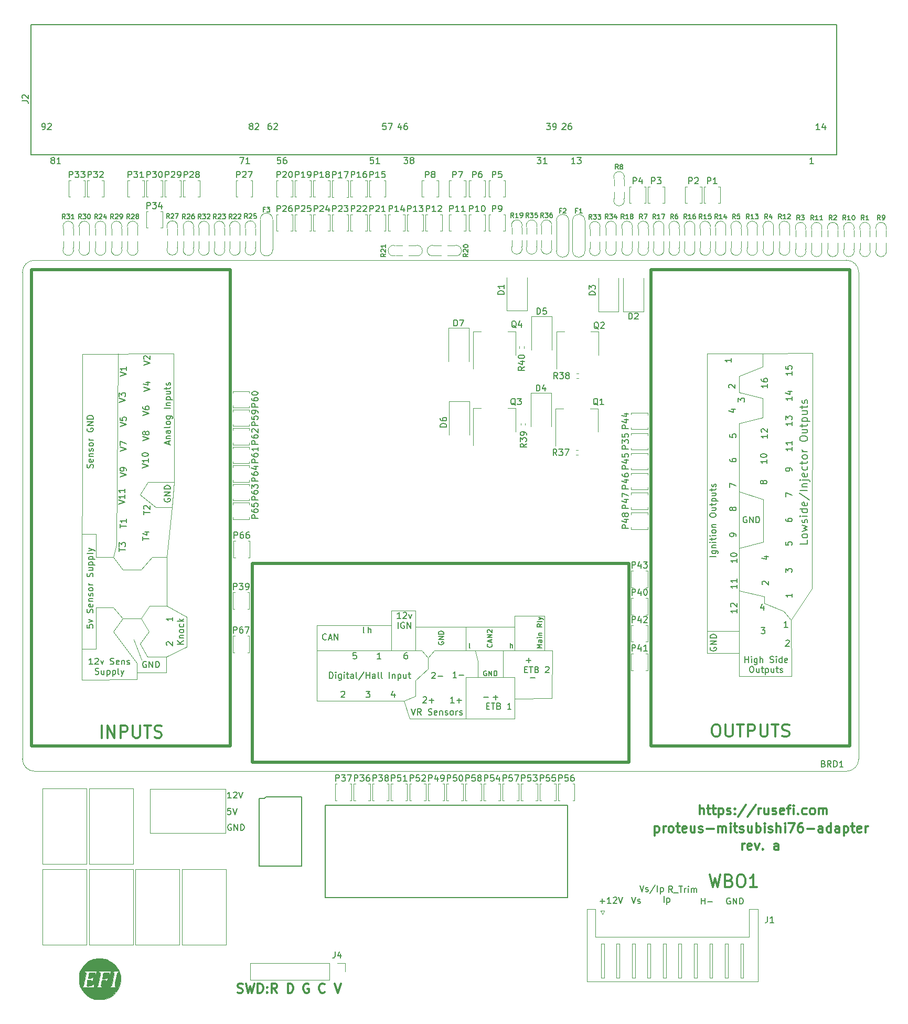
<source format=gto>
G04 #@! TF.GenerationSoftware,KiCad,Pcbnew,(5.99.0-13086-gffd1139cfe)*
G04 #@! TF.CreationDate,2021-12-30T00:07:05+03:00*
G04 #@! TF.ProjectId,proteus-mitsubishi76-adapter,70726f74-6575-4732-9d6d-697473756269,rev?*
G04 #@! TF.SameCoordinates,PX88c1c40PYce16ca0*
G04 #@! TF.FileFunction,Legend,Top*
G04 #@! TF.FilePolarity,Positive*
%FSLAX46Y46*%
G04 Gerber Fmt 4.6, Leading zero omitted, Abs format (unit mm)*
G04 Created by KiCad (PCBNEW (5.99.0-13086-gffd1139cfe)) date 2021-12-30 00:07:05*
%MOMM*%
%LPD*%
G01*
G04 APERTURE LIST*
%ADD10C,0.150000*%
%ADD11C,0.300000*%
%ADD12C,0.304800*%
%ADD13C,0.200000*%
%ADD14C,0.152400*%
%ADD15C,0.139700*%
%ADD16C,0.127000*%
%ADD17C,0.100000*%
%ADD18C,0.120000*%
%ADD19C,0.500000*%
%ADD20C,0.099060*%
%ADD21C,0.002540*%
G04 APERTURE END LIST*
D10*
X113133333Y19447620D02*
X112800000Y19923810D01*
X112561904Y19447620D02*
X112561904Y20447620D01*
X112942857Y20447620D01*
X113038095Y20400000D01*
X113085714Y20352381D01*
X113133333Y20257143D01*
X113133333Y20114286D01*
X113085714Y20019048D01*
X113038095Y19971429D01*
X112942857Y19923810D01*
X112561904Y19923810D01*
X113323809Y19352381D02*
X114085714Y19352381D01*
X114180952Y20447620D02*
X114752380Y20447620D01*
X114466666Y19447620D02*
X114466666Y20447620D01*
X115085714Y19447620D02*
X115085714Y20114286D01*
X115085714Y19923810D02*
X115133333Y20019048D01*
X115180952Y20066667D01*
X115276190Y20114286D01*
X115371428Y20114286D01*
X115704761Y19447620D02*
X115704761Y20114286D01*
X115704761Y20447620D02*
X115657142Y20400000D01*
X115704761Y20352381D01*
X115752380Y20400000D01*
X115704761Y20447620D01*
X115704761Y20352381D01*
X116180952Y19447620D02*
X116180952Y20114286D01*
X116180952Y20019048D02*
X116228571Y20066667D01*
X116323809Y20114286D01*
X116466666Y20114286D01*
X116561904Y20066667D01*
X116609523Y19971429D01*
X116609523Y19447620D01*
X116609523Y19971429D02*
X116657142Y20066667D01*
X116752380Y20114286D01*
X116895238Y20114286D01*
X116990476Y20066667D01*
X117038095Y19971429D01*
X117038095Y19447620D01*
X41905786Y30400000D02*
X41810548Y30447620D01*
X41667691Y30447620D01*
X41524834Y30400000D01*
X41429596Y30304762D01*
X41381977Y30209524D01*
X41334358Y30019048D01*
X41334358Y29876191D01*
X41381977Y29685715D01*
X41429596Y29590477D01*
X41524834Y29495239D01*
X41667691Y29447620D01*
X41762929Y29447620D01*
X41905786Y29495239D01*
X41953405Y29542858D01*
X41953405Y29876191D01*
X41762929Y29876191D01*
X42381977Y29447620D02*
X42381977Y30447620D01*
X42953405Y29447620D01*
X42953405Y30447620D01*
X43429596Y29447620D02*
X43429596Y30447620D01*
X43667691Y30447620D01*
X43810548Y30400000D01*
X43905786Y30304762D01*
X43953405Y30209524D01*
X44001024Y30019048D01*
X44001024Y29876191D01*
X43953405Y29685715D01*
X43905786Y29590477D01*
X43810548Y29495239D01*
X43667691Y29447620D01*
X43429596Y29447620D01*
X122438095Y18500000D02*
X122342857Y18547620D01*
X122200000Y18547620D01*
X122057142Y18500000D01*
X121961904Y18404762D01*
X121914285Y18309524D01*
X121866666Y18119048D01*
X121866666Y17976191D01*
X121914285Y17785715D01*
X121961904Y17690477D01*
X122057142Y17595239D01*
X122200000Y17547620D01*
X122295238Y17547620D01*
X122438095Y17595239D01*
X122485714Y17642858D01*
X122485714Y17976191D01*
X122295238Y17976191D01*
X122914285Y17547620D02*
X122914285Y18547620D01*
X123485714Y17547620D01*
X123485714Y18547620D01*
X123961904Y17547620D02*
X123961904Y18547620D01*
X124200000Y18547620D01*
X124342857Y18500000D01*
X124438095Y18404762D01*
X124485714Y18309524D01*
X124533333Y18119048D01*
X124533333Y17976191D01*
X124485714Y17785715D01*
X124438095Y17690477D01*
X124342857Y17595239D01*
X124200000Y17547620D01*
X123961904Y17547620D01*
D11*
X117550000Y32021429D02*
X117550000Y33521429D01*
X118192857Y32021429D02*
X118192857Y32807143D01*
X118121428Y32950000D01*
X117978571Y33021429D01*
X117764285Y33021429D01*
X117621428Y32950000D01*
X117550000Y32878572D01*
X118692857Y33021429D02*
X119264285Y33021429D01*
X118907142Y33521429D02*
X118907142Y32235715D01*
X118978571Y32092858D01*
X119121428Y32021429D01*
X119264285Y32021429D01*
X119550000Y33021429D02*
X120121428Y33021429D01*
X119764285Y33521429D02*
X119764285Y32235715D01*
X119835714Y32092858D01*
X119978571Y32021429D01*
X120121428Y32021429D01*
X120621428Y33021429D02*
X120621428Y31521429D01*
X120621428Y32950000D02*
X120764285Y33021429D01*
X121050000Y33021429D01*
X121192857Y32950000D01*
X121264285Y32878572D01*
X121335714Y32735715D01*
X121335714Y32307143D01*
X121264285Y32164286D01*
X121192857Y32092858D01*
X121050000Y32021429D01*
X120764285Y32021429D01*
X120621428Y32092858D01*
X121907142Y32092858D02*
X122050000Y32021429D01*
X122335714Y32021429D01*
X122478571Y32092858D01*
X122550000Y32235715D01*
X122550000Y32307143D01*
X122478571Y32450000D01*
X122335714Y32521429D01*
X122121428Y32521429D01*
X121978571Y32592858D01*
X121907142Y32735715D01*
X121907142Y32807143D01*
X121978571Y32950000D01*
X122121428Y33021429D01*
X122335714Y33021429D01*
X122478571Y32950000D01*
X123192857Y32164286D02*
X123264285Y32092858D01*
X123192857Y32021429D01*
X123121428Y32092858D01*
X123192857Y32164286D01*
X123192857Y32021429D01*
X123192857Y32950000D02*
X123264285Y32878572D01*
X123192857Y32807143D01*
X123121428Y32878572D01*
X123192857Y32950000D01*
X123192857Y32807143D01*
X124978571Y33592858D02*
X123692857Y31664286D01*
X126550000Y33592858D02*
X125264285Y31664286D01*
X127050000Y32021429D02*
X127050000Y33021429D01*
X127050000Y32735715D02*
X127121428Y32878572D01*
X127192857Y32950000D01*
X127335714Y33021429D01*
X127478571Y33021429D01*
X128621428Y33021429D02*
X128621428Y32021429D01*
X127978571Y33021429D02*
X127978571Y32235715D01*
X128050000Y32092858D01*
X128192857Y32021429D01*
X128407142Y32021429D01*
X128550000Y32092858D01*
X128621428Y32164286D01*
X129264285Y32092858D02*
X129407142Y32021429D01*
X129692857Y32021429D01*
X129835714Y32092858D01*
X129907142Y32235715D01*
X129907142Y32307143D01*
X129835714Y32450000D01*
X129692857Y32521429D01*
X129478571Y32521429D01*
X129335714Y32592858D01*
X129264285Y32735715D01*
X129264285Y32807143D01*
X129335714Y32950000D01*
X129478571Y33021429D01*
X129692857Y33021429D01*
X129835714Y32950000D01*
X131121428Y32092858D02*
X130978571Y32021429D01*
X130692857Y32021429D01*
X130550000Y32092858D01*
X130478571Y32235715D01*
X130478571Y32807143D01*
X130550000Y32950000D01*
X130692857Y33021429D01*
X130978571Y33021429D01*
X131121428Y32950000D01*
X131192857Y32807143D01*
X131192857Y32664286D01*
X130478571Y32521429D01*
X131621428Y33021429D02*
X132192857Y33021429D01*
X131835714Y32021429D02*
X131835714Y33307143D01*
X131907142Y33450000D01*
X132050000Y33521429D01*
X132192857Y33521429D01*
X132692857Y32021429D02*
X132692857Y33021429D01*
X132692857Y33521429D02*
X132621428Y33450000D01*
X132692857Y33378572D01*
X132764285Y33450000D01*
X132692857Y33521429D01*
X132692857Y33378572D01*
X133407142Y32164286D02*
X133478571Y32092858D01*
X133407142Y32021429D01*
X133335714Y32092858D01*
X133407142Y32164286D01*
X133407142Y32021429D01*
X134764285Y32092858D02*
X134621428Y32021429D01*
X134335714Y32021429D01*
X134192857Y32092858D01*
X134121428Y32164286D01*
X134050000Y32307143D01*
X134050000Y32735715D01*
X134121428Y32878572D01*
X134192857Y32950000D01*
X134335714Y33021429D01*
X134621428Y33021429D01*
X134764285Y32950000D01*
X135621428Y32021429D02*
X135478571Y32092858D01*
X135407142Y32164286D01*
X135335714Y32307143D01*
X135335714Y32735715D01*
X135407142Y32878572D01*
X135478571Y32950000D01*
X135621428Y33021429D01*
X135835714Y33021429D01*
X135978571Y32950000D01*
X136050000Y32878572D01*
X136121428Y32735715D01*
X136121428Y32307143D01*
X136050000Y32164286D01*
X135978571Y32092858D01*
X135835714Y32021429D01*
X135621428Y32021429D01*
X136764285Y32021429D02*
X136764285Y33021429D01*
X136764285Y32878572D02*
X136835714Y32950000D01*
X136978571Y33021429D01*
X137192857Y33021429D01*
X137335714Y32950000D01*
X137407142Y32807143D01*
X137407142Y32021429D01*
X137407142Y32807143D02*
X137478571Y32950000D01*
X137621428Y33021429D01*
X137835714Y33021429D01*
X137978571Y32950000D01*
X138050000Y32807143D01*
X138050000Y32021429D01*
D10*
X101438095Y18028572D02*
X102200000Y18028572D01*
X101819047Y17647620D02*
X101819047Y18409524D01*
X103200000Y17647620D02*
X102628571Y17647620D01*
X102914285Y17647620D02*
X102914285Y18647620D01*
X102819047Y18504762D01*
X102723809Y18409524D01*
X102628571Y18361905D01*
X103580952Y18552381D02*
X103628571Y18600000D01*
X103723809Y18647620D01*
X103961904Y18647620D01*
X104057142Y18600000D01*
X104104761Y18552381D01*
X104152380Y18457143D01*
X104152380Y18361905D01*
X104104761Y18219048D01*
X103533333Y17647620D01*
X104152380Y17647620D01*
X104438095Y18647620D02*
X104771428Y17647620D01*
X105104761Y18647620D01*
D11*
X119142857Y22295239D02*
X119619047Y20295239D01*
X120000000Y21723810D01*
X120380952Y20295239D01*
X120857142Y22295239D01*
X122285714Y21342858D02*
X122571428Y21247620D01*
X122666666Y21152381D01*
X122761904Y20961905D01*
X122761904Y20676191D01*
X122666666Y20485715D01*
X122571428Y20390477D01*
X122380952Y20295239D01*
X121619047Y20295239D01*
X121619047Y22295239D01*
X122285714Y22295239D01*
X122476190Y22200000D01*
X122571428Y22104762D01*
X122666666Y21914286D01*
X122666666Y21723810D01*
X122571428Y21533334D01*
X122476190Y21438096D01*
X122285714Y21342858D01*
X121619047Y21342858D01*
X124000000Y22295239D02*
X124380952Y22295239D01*
X124571428Y22200000D01*
X124761904Y22009524D01*
X124857142Y21628572D01*
X124857142Y20961905D01*
X124761904Y20580953D01*
X124571428Y20390477D01*
X124380952Y20295239D01*
X124000000Y20295239D01*
X123809523Y20390477D01*
X123619047Y20580953D01*
X123523809Y20961905D01*
X123523809Y21628572D01*
X123619047Y22009524D01*
X123809523Y22200000D01*
X124000000Y22295239D01*
X126761904Y20295239D02*
X125619047Y20295239D01*
X126190476Y20295239D02*
X126190476Y22295239D01*
X126000000Y22009524D01*
X125809523Y21819048D01*
X125619047Y21723810D01*
D12*
X57011713Y3355715D02*
X56939141Y3283143D01*
X56721427Y3210572D01*
X56576284Y3210572D01*
X56358570Y3283143D01*
X56213427Y3428286D01*
X56140856Y3573429D01*
X56068284Y3863715D01*
X56068284Y4081429D01*
X56140856Y4371715D01*
X56213427Y4516858D01*
X56358570Y4662000D01*
X56576284Y4734572D01*
X56721427Y4734572D01*
X56939141Y4662000D01*
X57011713Y4589429D01*
X51060856Y3210572D02*
X51060856Y4734572D01*
X51423713Y4734572D01*
X51641427Y4662000D01*
X51786570Y4516858D01*
X51859141Y4371715D01*
X51931713Y4081429D01*
X51931713Y3863715D01*
X51859141Y3573429D01*
X51786570Y3428286D01*
X51641427Y3283143D01*
X51423713Y3210572D01*
X51060856Y3210572D01*
D10*
X111747619Y17847620D02*
X111747619Y18847620D01*
X112223809Y18514286D02*
X112223809Y17514286D01*
X112223809Y18466667D02*
X112319047Y18514286D01*
X112509523Y18514286D01*
X112604761Y18466667D01*
X112652380Y18419048D01*
X112700000Y18323810D01*
X112700000Y18038096D01*
X112652380Y17942858D01*
X112604761Y17895239D01*
X112509523Y17847620D01*
X112319047Y17847620D01*
X112223809Y17895239D01*
D11*
X110292857Y30121429D02*
X110292857Y28621429D01*
X110292857Y30050000D02*
X110435714Y30121429D01*
X110721428Y30121429D01*
X110864285Y30050000D01*
X110935714Y29978572D01*
X111007142Y29835715D01*
X111007142Y29407143D01*
X110935714Y29264286D01*
X110864285Y29192858D01*
X110721428Y29121429D01*
X110435714Y29121429D01*
X110292857Y29192858D01*
X111649999Y29121429D02*
X111649999Y30121429D01*
X111649999Y29835715D02*
X111721428Y29978572D01*
X111792857Y30050000D01*
X111935714Y30121429D01*
X112078571Y30121429D01*
X112792857Y29121429D02*
X112649999Y29192858D01*
X112578571Y29264286D01*
X112507142Y29407143D01*
X112507142Y29835715D01*
X112578571Y29978572D01*
X112649999Y30050000D01*
X112792857Y30121429D01*
X113007142Y30121429D01*
X113149999Y30050000D01*
X113221428Y29978572D01*
X113292857Y29835715D01*
X113292857Y29407143D01*
X113221428Y29264286D01*
X113149999Y29192858D01*
X113007142Y29121429D01*
X112792857Y29121429D01*
X113721428Y30121429D02*
X114292857Y30121429D01*
X113935714Y30621429D02*
X113935714Y29335715D01*
X114007142Y29192858D01*
X114149999Y29121429D01*
X114292857Y29121429D01*
X115364285Y29192858D02*
X115221428Y29121429D01*
X114935714Y29121429D01*
X114792857Y29192858D01*
X114721428Y29335715D01*
X114721428Y29907143D01*
X114792857Y30050000D01*
X114935714Y30121429D01*
X115221428Y30121429D01*
X115364285Y30050000D01*
X115435714Y29907143D01*
X115435714Y29764286D01*
X114721428Y29621429D01*
X116721428Y30121429D02*
X116721428Y29121429D01*
X116078571Y30121429D02*
X116078571Y29335715D01*
X116149999Y29192858D01*
X116292857Y29121429D01*
X116507142Y29121429D01*
X116649999Y29192858D01*
X116721428Y29264286D01*
X117364285Y29192858D02*
X117507142Y29121429D01*
X117792857Y29121429D01*
X117935714Y29192858D01*
X118007142Y29335715D01*
X118007142Y29407143D01*
X117935714Y29550000D01*
X117792857Y29621429D01*
X117578571Y29621429D01*
X117435714Y29692858D01*
X117364285Y29835715D01*
X117364285Y29907143D01*
X117435714Y30050000D01*
X117578571Y30121429D01*
X117792857Y30121429D01*
X117935714Y30050000D01*
X118649999Y29692858D02*
X119792857Y29692858D01*
X120507142Y29121429D02*
X120507142Y30121429D01*
X120507142Y29978572D02*
X120578571Y30050000D01*
X120721428Y30121429D01*
X120935714Y30121429D01*
X121078571Y30050000D01*
X121149999Y29907143D01*
X121149999Y29121429D01*
X121149999Y29907143D02*
X121221428Y30050000D01*
X121364285Y30121429D01*
X121578571Y30121429D01*
X121721428Y30050000D01*
X121792857Y29907143D01*
X121792857Y29121429D01*
X122507142Y29121429D02*
X122507142Y30121429D01*
X122507142Y30621429D02*
X122435714Y30550000D01*
X122507142Y30478572D01*
X122578571Y30550000D01*
X122507142Y30621429D01*
X122507142Y30478572D01*
X123007142Y30121429D02*
X123578571Y30121429D01*
X123221428Y30621429D02*
X123221428Y29335715D01*
X123292857Y29192858D01*
X123435714Y29121429D01*
X123578571Y29121429D01*
X124007142Y29192858D02*
X124149999Y29121429D01*
X124435714Y29121429D01*
X124578571Y29192858D01*
X124649999Y29335715D01*
X124649999Y29407143D01*
X124578571Y29550000D01*
X124435714Y29621429D01*
X124221428Y29621429D01*
X124078571Y29692858D01*
X124007142Y29835715D01*
X124007142Y29907143D01*
X124078571Y30050000D01*
X124221428Y30121429D01*
X124435714Y30121429D01*
X124578571Y30050000D01*
X125935714Y30121429D02*
X125935714Y29121429D01*
X125292857Y30121429D02*
X125292857Y29335715D01*
X125364285Y29192858D01*
X125507142Y29121429D01*
X125721428Y29121429D01*
X125864285Y29192858D01*
X125935714Y29264286D01*
X126650000Y29121429D02*
X126650000Y30621429D01*
X126650000Y30050000D02*
X126792857Y30121429D01*
X127078571Y30121429D01*
X127221428Y30050000D01*
X127292857Y29978572D01*
X127364285Y29835715D01*
X127364285Y29407143D01*
X127292857Y29264286D01*
X127221428Y29192858D01*
X127078571Y29121429D01*
X126792857Y29121429D01*
X126650000Y29192858D01*
X128007142Y29121429D02*
X128007142Y30121429D01*
X128007142Y30621429D02*
X127935714Y30550000D01*
X128007142Y30478572D01*
X128078571Y30550000D01*
X128007142Y30621429D01*
X128007142Y30478572D01*
X128650000Y29192858D02*
X128792857Y29121429D01*
X129078571Y29121429D01*
X129221428Y29192858D01*
X129292857Y29335715D01*
X129292857Y29407143D01*
X129221428Y29550000D01*
X129078571Y29621429D01*
X128864285Y29621429D01*
X128721428Y29692858D01*
X128650000Y29835715D01*
X128650000Y29907143D01*
X128721428Y30050000D01*
X128864285Y30121429D01*
X129078571Y30121429D01*
X129221428Y30050000D01*
X129935714Y29121429D02*
X129935714Y30621429D01*
X130578571Y29121429D02*
X130578571Y29907143D01*
X130507142Y30050000D01*
X130364285Y30121429D01*
X130150000Y30121429D01*
X130007142Y30050000D01*
X129935714Y29978572D01*
X131292857Y29121429D02*
X131292857Y30121429D01*
X131292857Y30621429D02*
X131221428Y30550000D01*
X131292857Y30478572D01*
X131364285Y30550000D01*
X131292857Y30621429D01*
X131292857Y30478572D01*
X131864285Y30621429D02*
X132864285Y30621429D01*
X132221428Y29121429D01*
X134078571Y30621429D02*
X133792857Y30621429D01*
X133650000Y30550000D01*
X133578571Y30478572D01*
X133435714Y30264286D01*
X133364285Y29978572D01*
X133364285Y29407143D01*
X133435714Y29264286D01*
X133507142Y29192858D01*
X133650000Y29121429D01*
X133935714Y29121429D01*
X134078571Y29192858D01*
X134150000Y29264286D01*
X134221428Y29407143D01*
X134221428Y29764286D01*
X134150000Y29907143D01*
X134078571Y29978572D01*
X133935714Y30050000D01*
X133650000Y30050000D01*
X133507142Y29978572D01*
X133435714Y29907143D01*
X133364285Y29764286D01*
X134864285Y29692858D02*
X136007142Y29692858D01*
X137364285Y29121429D02*
X137364285Y29907143D01*
X137292857Y30050000D01*
X137150000Y30121429D01*
X136864285Y30121429D01*
X136721428Y30050000D01*
X137364285Y29192858D02*
X137221428Y29121429D01*
X136864285Y29121429D01*
X136721428Y29192858D01*
X136650000Y29335715D01*
X136650000Y29478572D01*
X136721428Y29621429D01*
X136864285Y29692858D01*
X137221428Y29692858D01*
X137364285Y29764286D01*
X138721428Y29121429D02*
X138721428Y30621429D01*
X138721428Y29192858D02*
X138578571Y29121429D01*
X138292857Y29121429D01*
X138150000Y29192858D01*
X138078571Y29264286D01*
X138007142Y29407143D01*
X138007142Y29835715D01*
X138078571Y29978572D01*
X138150000Y30050000D01*
X138292857Y30121429D01*
X138578571Y30121429D01*
X138721428Y30050000D01*
X140078571Y29121429D02*
X140078571Y29907143D01*
X140007142Y30050000D01*
X139864285Y30121429D01*
X139578571Y30121429D01*
X139435714Y30050000D01*
X140078571Y29192858D02*
X139935714Y29121429D01*
X139578571Y29121429D01*
X139435714Y29192858D01*
X139364285Y29335715D01*
X139364285Y29478572D01*
X139435714Y29621429D01*
X139578571Y29692858D01*
X139935714Y29692858D01*
X140078571Y29764286D01*
X140792857Y30121429D02*
X140792857Y28621429D01*
X140792857Y30050000D02*
X140935714Y30121429D01*
X141221428Y30121429D01*
X141364285Y30050000D01*
X141435714Y29978572D01*
X141507142Y29835715D01*
X141507142Y29407143D01*
X141435714Y29264286D01*
X141364285Y29192858D01*
X141221428Y29121429D01*
X140935714Y29121429D01*
X140792857Y29192858D01*
X141935714Y30121429D02*
X142507142Y30121429D01*
X142150000Y30621429D02*
X142150000Y29335715D01*
X142221428Y29192858D01*
X142364285Y29121429D01*
X142507142Y29121429D01*
X143578571Y29192858D02*
X143435714Y29121429D01*
X143150000Y29121429D01*
X143007142Y29192858D01*
X142935714Y29335715D01*
X142935714Y29907143D01*
X143007142Y30050000D01*
X143150000Y30121429D01*
X143435714Y30121429D01*
X143578571Y30050000D01*
X143650000Y29907143D01*
X143650000Y29764286D01*
X142935714Y29621429D01*
X144292857Y29121429D02*
X144292857Y30121429D01*
X144292857Y29835715D02*
X144364285Y29978572D01*
X144435714Y30050000D01*
X144578571Y30121429D01*
X144721428Y30121429D01*
D10*
X117795238Y17547620D02*
X117795238Y18547620D01*
X117795238Y18071429D02*
X118366666Y18071429D01*
X118366666Y17547620D02*
X118366666Y18547620D01*
X118842857Y17928572D02*
X119604761Y17928572D01*
D12*
X54399142Y4662000D02*
X54254000Y4734572D01*
X54036285Y4734572D01*
X53818571Y4662000D01*
X53673428Y4516858D01*
X53600857Y4371715D01*
X53528285Y4081429D01*
X53528285Y3863715D01*
X53600857Y3573429D01*
X53673428Y3428286D01*
X53818571Y3283143D01*
X54036285Y3210572D01*
X54181428Y3210572D01*
X54399142Y3283143D01*
X54471714Y3355715D01*
X54471714Y3863715D01*
X54181428Y3863715D01*
D10*
X107847619Y20547620D02*
X108180952Y19547620D01*
X108514285Y20547620D01*
X108800000Y19595239D02*
X108895238Y19547620D01*
X109085714Y19547620D01*
X109180952Y19595239D01*
X109228571Y19690477D01*
X109228571Y19738096D01*
X109180952Y19833334D01*
X109085714Y19880953D01*
X108942857Y19880953D01*
X108847619Y19928572D01*
X108800000Y20023810D01*
X108800000Y20071429D01*
X108847619Y20166667D01*
X108942857Y20214286D01*
X109085714Y20214286D01*
X109180952Y20166667D01*
X110371428Y20595239D02*
X109514285Y19309524D01*
X110704761Y19547620D02*
X110704761Y20547620D01*
X111180952Y20214286D02*
X111180952Y19214286D01*
X111180952Y20166667D02*
X111276190Y20214286D01*
X111466666Y20214286D01*
X111561904Y20166667D01*
X111609523Y20119048D01*
X111657142Y20023810D01*
X111657142Y19738096D01*
X111609523Y19642858D01*
X111561904Y19595239D01*
X111466666Y19547620D01*
X111276190Y19547620D01*
X111180952Y19595239D01*
X41905786Y34647620D02*
X41334358Y34647620D01*
X41620072Y34647620D02*
X41620072Y35647620D01*
X41524834Y35504762D01*
X41429596Y35409524D01*
X41334358Y35361905D01*
X42286739Y35552381D02*
X42334358Y35600000D01*
X42429596Y35647620D01*
X42667691Y35647620D01*
X42762929Y35600000D01*
X42810548Y35552381D01*
X42858167Y35457143D01*
X42858167Y35361905D01*
X42810548Y35219048D01*
X42239120Y34647620D01*
X42858167Y34647620D01*
X43143882Y35647620D02*
X43477215Y34647620D01*
X43810548Y35647620D01*
D12*
X42932856Y3283143D02*
X43150570Y3210572D01*
X43513427Y3210572D01*
X43658570Y3283143D01*
X43731141Y3355715D01*
X43803713Y3500858D01*
X43803713Y3646000D01*
X43731141Y3791143D01*
X43658570Y3863715D01*
X43513427Y3936286D01*
X43223141Y4008858D01*
X43077999Y4081429D01*
X43005427Y4154000D01*
X42932856Y4299143D01*
X42932856Y4444286D01*
X43005427Y4589429D01*
X43077999Y4662000D01*
X43223141Y4734572D01*
X43585999Y4734572D01*
X43803713Y4662000D01*
X44311713Y4734572D02*
X44674570Y3210572D01*
X44964856Y4299143D01*
X45255141Y3210572D01*
X45617999Y4734572D01*
X46198570Y3210572D02*
X46198570Y4734572D01*
X46561427Y4734572D01*
X46779141Y4662000D01*
X46924284Y4516858D01*
X46996856Y4371715D01*
X47069427Y4081429D01*
X47069427Y3863715D01*
X46996856Y3573429D01*
X46924284Y3428286D01*
X46779141Y3283143D01*
X46561427Y3210572D01*
X46198570Y3210572D01*
X47722570Y3355715D02*
X47795141Y3283143D01*
X47722570Y3210572D01*
X47649999Y3283143D01*
X47722570Y3355715D01*
X47722570Y3210572D01*
X47722570Y4154000D02*
X47795141Y4081429D01*
X47722570Y4008858D01*
X47649999Y4081429D01*
X47722570Y4154000D01*
X47722570Y4008858D01*
X49319141Y3210572D02*
X48811141Y3936286D01*
X48448284Y3210572D02*
X48448284Y4734572D01*
X49028856Y4734572D01*
X49173999Y4662000D01*
X49246570Y4589429D01*
X49319141Y4444286D01*
X49319141Y4226572D01*
X49246570Y4081429D01*
X49173999Y4008858D01*
X49028856Y3936286D01*
X48448284Y3936286D01*
D11*
X124371428Y26321429D02*
X124371428Y27321429D01*
X124371428Y27035715D02*
X124442857Y27178572D01*
X124514285Y27250000D01*
X124657142Y27321429D01*
X124800000Y27321429D01*
X125871428Y26392858D02*
X125728571Y26321429D01*
X125442857Y26321429D01*
X125300000Y26392858D01*
X125228571Y26535715D01*
X125228571Y27107143D01*
X125300000Y27250000D01*
X125442857Y27321429D01*
X125728571Y27321429D01*
X125871428Y27250000D01*
X125942857Y27107143D01*
X125942857Y26964286D01*
X125228571Y26821429D01*
X126442857Y27321429D02*
X126800000Y26321429D01*
X127157142Y27321429D01*
X127728571Y26464286D02*
X127800000Y26392858D01*
X127728571Y26321429D01*
X127657142Y26392858D01*
X127728571Y26464286D01*
X127728571Y26321429D01*
X130228571Y26321429D02*
X130228571Y27107143D01*
X130157142Y27250000D01*
X130014285Y27321429D01*
X129728571Y27321429D01*
X129585714Y27250000D01*
X130228571Y26392858D02*
X130085714Y26321429D01*
X129728571Y26321429D01*
X129585714Y26392858D01*
X129514285Y26535715D01*
X129514285Y26678572D01*
X129585714Y26821429D01*
X129728571Y26892858D01*
X130085714Y26892858D01*
X130228571Y26964286D01*
D10*
X106561904Y18647620D02*
X106895238Y17647620D01*
X107228571Y18647620D01*
X107514285Y17695239D02*
X107609523Y17647620D01*
X107800000Y17647620D01*
X107895238Y17695239D01*
X107942857Y17790477D01*
X107942857Y17838096D01*
X107895238Y17933334D01*
X107800000Y17980953D01*
X107657142Y17980953D01*
X107561904Y18028572D01*
X107514285Y18123810D01*
X107514285Y18171429D01*
X107561904Y18266667D01*
X107657142Y18314286D01*
X107800000Y18314286D01*
X107895238Y18266667D01*
X41814167Y33007620D02*
X41337977Y33007620D01*
X41290358Y32531429D01*
X41337977Y32579048D01*
X41433215Y32626667D01*
X41671310Y32626667D01*
X41766548Y32579048D01*
X41814167Y32531429D01*
X41861786Y32436191D01*
X41861786Y32198096D01*
X41814167Y32102858D01*
X41766548Y32055239D01*
X41671310Y32007620D01*
X41433215Y32007620D01*
X41337977Y32055239D01*
X41290358Y32102858D01*
X42147501Y33007620D02*
X42480834Y32007620D01*
X42814167Y33007620D01*
D12*
X58571999Y4734572D02*
X59079999Y3210572D01*
X59587999Y4734572D01*
D10*
G04 #@! TO.C,BRD1*
X137495238Y40196430D02*
X137638095Y40148811D01*
X137685714Y40101192D01*
X137733333Y40005954D01*
X137733333Y39863097D01*
X137685714Y39767859D01*
X137638095Y39720240D01*
X137542857Y39672621D01*
X137161904Y39672621D01*
X137161904Y40672621D01*
X137495238Y40672621D01*
X137590476Y40625001D01*
X137638095Y40577382D01*
X137685714Y40482144D01*
X137685714Y40386906D01*
X137638095Y40291668D01*
X137590476Y40244049D01*
X137495238Y40196430D01*
X137161904Y40196430D01*
X138733333Y39672621D02*
X138400000Y40148811D01*
X138161904Y39672621D02*
X138161904Y40672621D01*
X138542857Y40672621D01*
X138638095Y40625001D01*
X138685714Y40577382D01*
X138733333Y40482144D01*
X138733333Y40339287D01*
X138685714Y40244049D01*
X138638095Y40196430D01*
X138542857Y40148811D01*
X138161904Y40148811D01*
X139161904Y39672621D02*
X139161904Y40672621D01*
X139400000Y40672621D01*
X139542857Y40625001D01*
X139638095Y40529763D01*
X139685714Y40434525D01*
X139733333Y40244049D01*
X139733333Y40101192D01*
X139685714Y39910716D01*
X139638095Y39815478D01*
X139542857Y39720240D01*
X139400000Y39672621D01*
X139161904Y39672621D01*
X140685714Y39672621D02*
X140114285Y39672621D01*
X140400000Y39672621D02*
X140400000Y40672621D01*
X140304761Y40529763D01*
X140209523Y40434525D01*
X140114285Y40386906D01*
X122385380Y89387478D02*
X122385380Y89197001D01*
X122433000Y89101763D01*
X122480619Y89054144D01*
X122623476Y88958906D01*
X122813952Y88911287D01*
X123194904Y88911287D01*
X123290142Y88958906D01*
X123337761Y89006525D01*
X123385380Y89101763D01*
X123385380Y89292240D01*
X123337761Y89387478D01*
X123290142Y89435097D01*
X123194904Y89482716D01*
X122956809Y89482716D01*
X122861571Y89435097D01*
X122813952Y89387478D01*
X122766333Y89292240D01*
X122766333Y89101763D01*
X122813952Y89006525D01*
X122861571Y88958906D01*
X122956809Y88911287D01*
X23833380Y98547478D02*
X24833380Y98880811D01*
X23833380Y99214144D01*
X23833380Y99452240D02*
X23833380Y100071287D01*
X24214333Y99737954D01*
X24214333Y99880811D01*
X24261952Y99976049D01*
X24309571Y100023668D01*
X24404809Y100071287D01*
X24642904Y100071287D01*
X24738142Y100023668D01*
X24785761Y99976049D01*
X24833380Y99880811D01*
X24833380Y99595097D01*
X24785761Y99499859D01*
X24738142Y99452240D01*
X63362047Y61312621D02*
X63266809Y61360240D01*
X63219190Y61455478D01*
X63219190Y62312621D01*
X122297619Y100849287D02*
X122250000Y100896906D01*
X122202380Y100992144D01*
X122202380Y101230240D01*
X122250000Y101325478D01*
X122297619Y101373097D01*
X122392857Y101420716D01*
X122488095Y101420716D01*
X122630952Y101373097D01*
X123202380Y100801668D01*
X123202380Y101420716D01*
X69275571Y63641621D02*
X68704142Y63641621D01*
X68989857Y63641621D02*
X68989857Y64641621D01*
X68894619Y64498763D01*
X68799380Y64403525D01*
X68704142Y64355906D01*
X69656523Y64546382D02*
X69704142Y64594001D01*
X69799380Y64641621D01*
X70037476Y64641621D01*
X70132714Y64594001D01*
X70180333Y64546382D01*
X70227952Y64451144D01*
X70227952Y64355906D01*
X70180333Y64213049D01*
X69608904Y63641621D01*
X70227952Y63641621D01*
X70561285Y64308287D02*
X70799380Y63641621D01*
X71037476Y64308287D01*
X68823190Y62031621D02*
X68823190Y63031621D01*
X69823190Y62984001D02*
X69727952Y63031621D01*
X69585095Y63031621D01*
X69442238Y62984001D01*
X69347000Y62888763D01*
X69299380Y62793525D01*
X69251761Y62603049D01*
X69251761Y62460192D01*
X69299380Y62269716D01*
X69347000Y62174478D01*
X69442238Y62079240D01*
X69585095Y62031621D01*
X69680333Y62031621D01*
X69823190Y62079240D01*
X69870809Y62126859D01*
X69870809Y62460192D01*
X69680333Y62460192D01*
X70299380Y62031621D02*
X70299380Y63031621D01*
X70870809Y62031621D01*
X70870809Y63031621D01*
X131402380Y83275668D02*
X131402380Y83942335D01*
X132402380Y83513763D01*
D11*
X20990476Y44370240D02*
X20990476Y46370240D01*
X21942857Y44370240D02*
X21942857Y46370240D01*
X23085714Y44370240D01*
X23085714Y46370240D01*
X24038095Y44370240D02*
X24038095Y46370240D01*
X24800000Y46370240D01*
X24990476Y46275001D01*
X25085714Y46179763D01*
X25180952Y45989287D01*
X25180952Y45703573D01*
X25085714Y45513097D01*
X24990476Y45417859D01*
X24800000Y45322621D01*
X24038095Y45322621D01*
X26038095Y46370240D02*
X26038095Y44751192D01*
X26133333Y44560716D01*
X26228571Y44465478D01*
X26419047Y44370240D01*
X26800000Y44370240D01*
X26990476Y44465478D01*
X27085714Y44560716D01*
X27180952Y44751192D01*
X27180952Y46370240D01*
X27847619Y46370240D02*
X28990476Y46370240D01*
X28419047Y44370240D02*
X28419047Y46370240D01*
X29561904Y44465478D02*
X29847619Y44370240D01*
X30323809Y44370240D01*
X30514285Y44465478D01*
X30609523Y44560716D01*
X30704761Y44751192D01*
X30704761Y44941668D01*
X30609523Y45132144D01*
X30514285Y45227382D01*
X30323809Y45322621D01*
X29942857Y45417859D01*
X29752380Y45513097D01*
X29657142Y45608335D01*
X29561904Y45798811D01*
X29561904Y45989287D01*
X29657142Y46179763D01*
X29752380Y46275001D01*
X29942857Y46370240D01*
X30419047Y46370240D01*
X30704761Y46275001D01*
D10*
X128338380Y89260525D02*
X128338380Y88689097D01*
X128338380Y88974811D02*
X127338380Y88974811D01*
X127481238Y88879573D01*
X127576476Y88784335D01*
X127624095Y88689097D01*
X127338380Y89879573D02*
X127338380Y89974811D01*
X127386000Y90070049D01*
X127433619Y90117668D01*
X127528857Y90165287D01*
X127719333Y90212906D01*
X127957428Y90212906D01*
X128147904Y90165287D01*
X128243142Y90117668D01*
X128290761Y90070049D01*
X128338380Y89974811D01*
X128338380Y89879573D01*
X128290761Y89784335D01*
X128243142Y89736716D01*
X128147904Y89689097D01*
X127957428Y89641478D01*
X127719333Y89641478D01*
X127528857Y89689097D01*
X127433619Y89736716D01*
X127386000Y89784335D01*
X127338380Y89879573D01*
X89247619Y55396430D02*
X89580952Y55396430D01*
X89723809Y54872621D02*
X89247619Y54872621D01*
X89247619Y55872621D01*
X89723809Y55872621D01*
X90009523Y55872621D02*
X90580952Y55872621D01*
X90295238Y54872621D02*
X90295238Y55872621D01*
X91247619Y55396430D02*
X91390476Y55348811D01*
X91438095Y55301192D01*
X91485714Y55205954D01*
X91485714Y55063097D01*
X91438095Y54967859D01*
X91390476Y54920240D01*
X91295238Y54872621D01*
X90914285Y54872621D01*
X90914285Y55872621D01*
X91247619Y55872621D01*
X91342857Y55825001D01*
X91390476Y55777382D01*
X91438095Y55682144D01*
X91438095Y55586906D01*
X91390476Y55491668D01*
X91342857Y55444049D01*
X91247619Y55396430D01*
X90914285Y55396430D01*
X92628571Y55777382D02*
X92676190Y55825001D01*
X92771428Y55872621D01*
X93009523Y55872621D01*
X93104761Y55825001D01*
X93152380Y55777382D01*
X93200000Y55682144D01*
X93200000Y55586906D01*
X93152380Y55444049D01*
X92580952Y54872621D01*
X93200000Y54872621D01*
X27643380Y92324478D02*
X28643380Y92657811D01*
X27643380Y92991144D01*
X28071952Y93467335D02*
X28024333Y93372097D01*
X27976714Y93324478D01*
X27881476Y93276859D01*
X27833857Y93276859D01*
X27738619Y93324478D01*
X27691000Y93372097D01*
X27643380Y93467335D01*
X27643380Y93657811D01*
X27691000Y93753049D01*
X27738619Y93800668D01*
X27833857Y93848287D01*
X27881476Y93848287D01*
X27976714Y93800668D01*
X28024333Y93753049D01*
X28071952Y93657811D01*
X28071952Y93467335D01*
X28119571Y93372097D01*
X28167190Y93324478D01*
X28262428Y93276859D01*
X28452904Y93276859D01*
X28548142Y93324478D01*
X28595761Y93372097D01*
X28643380Y93467335D01*
X28643380Y93657811D01*
X28595761Y93753049D01*
X28548142Y93800668D01*
X28452904Y93848287D01*
X28262428Y93848287D01*
X28167190Y93800668D01*
X28119571Y93753049D01*
X28071952Y93657811D01*
X57773809Y53972621D02*
X57773809Y54972621D01*
X58011904Y54972621D01*
X58154761Y54925001D01*
X58250000Y54829763D01*
X58297619Y54734525D01*
X58345238Y54544049D01*
X58345238Y54401192D01*
X58297619Y54210716D01*
X58250000Y54115478D01*
X58154761Y54020240D01*
X58011904Y53972621D01*
X57773809Y53972621D01*
X58773809Y53972621D02*
X58773809Y54639287D01*
X58773809Y54972621D02*
X58726190Y54925001D01*
X58773809Y54877382D01*
X58821428Y54925001D01*
X58773809Y54972621D01*
X58773809Y54877382D01*
X59678571Y54639287D02*
X59678571Y53829763D01*
X59630952Y53734525D01*
X59583333Y53686906D01*
X59488095Y53639287D01*
X59345238Y53639287D01*
X59250000Y53686906D01*
X59678571Y54020240D02*
X59583333Y53972621D01*
X59392857Y53972621D01*
X59297619Y54020240D01*
X59250000Y54067859D01*
X59202380Y54163097D01*
X59202380Y54448811D01*
X59250000Y54544049D01*
X59297619Y54591668D01*
X59392857Y54639287D01*
X59583333Y54639287D01*
X59678571Y54591668D01*
X60154761Y53972621D02*
X60154761Y54639287D01*
X60154761Y54972621D02*
X60107142Y54925001D01*
X60154761Y54877382D01*
X60202380Y54925001D01*
X60154761Y54972621D01*
X60154761Y54877382D01*
X60488095Y54639287D02*
X60869047Y54639287D01*
X60630952Y54972621D02*
X60630952Y54115478D01*
X60678571Y54020240D01*
X60773809Y53972621D01*
X60869047Y53972621D01*
X61630952Y53972621D02*
X61630952Y54496430D01*
X61583333Y54591668D01*
X61488095Y54639287D01*
X61297619Y54639287D01*
X61202380Y54591668D01*
X61630952Y54020240D02*
X61535714Y53972621D01*
X61297619Y53972621D01*
X61202380Y54020240D01*
X61154761Y54115478D01*
X61154761Y54210716D01*
X61202380Y54305954D01*
X61297619Y54353573D01*
X61535714Y54353573D01*
X61630952Y54401192D01*
X62250000Y53972621D02*
X62154761Y54020240D01*
X62107142Y54115478D01*
X62107142Y54972621D01*
X63345238Y55020240D02*
X62488095Y53734525D01*
X63678571Y53972621D02*
X63678571Y54972621D01*
X63678571Y54496430D02*
X64250000Y54496430D01*
X64250000Y53972621D02*
X64250000Y54972621D01*
X65154761Y53972621D02*
X65154761Y54496430D01*
X65107142Y54591668D01*
X65011904Y54639287D01*
X64821428Y54639287D01*
X64726190Y54591668D01*
X65154761Y54020240D02*
X65059523Y53972621D01*
X64821428Y53972621D01*
X64726190Y54020240D01*
X64678571Y54115478D01*
X64678571Y54210716D01*
X64726190Y54305954D01*
X64821428Y54353573D01*
X65059523Y54353573D01*
X65154761Y54401192D01*
X65773809Y53972621D02*
X65678571Y54020240D01*
X65630952Y54115478D01*
X65630952Y54972621D01*
X66297619Y53972621D02*
X66202380Y54020240D01*
X66154761Y54115478D01*
X66154761Y54972621D01*
X67440476Y53972621D02*
X67440476Y54972621D01*
X67916666Y54639287D02*
X67916666Y53972621D01*
X67916666Y54544049D02*
X67964285Y54591668D01*
X68059523Y54639287D01*
X68202380Y54639287D01*
X68297619Y54591668D01*
X68345238Y54496430D01*
X68345238Y53972621D01*
X68821428Y54639287D02*
X68821428Y53639287D01*
X68821428Y54591668D02*
X68916666Y54639287D01*
X69107142Y54639287D01*
X69202380Y54591668D01*
X69250000Y54544049D01*
X69297619Y54448811D01*
X69297619Y54163097D01*
X69250000Y54067859D01*
X69202380Y54020240D01*
X69107142Y53972621D01*
X68916666Y53972621D01*
X68821428Y54020240D01*
X70154761Y54639287D02*
X70154761Y53972621D01*
X69726190Y54639287D02*
X69726190Y54115478D01*
X69773809Y54020240D01*
X69869047Y53972621D01*
X70011904Y53972621D01*
X70107142Y54020240D01*
X70154761Y54067859D01*
X70488095Y54639287D02*
X70869047Y54639287D01*
X70630952Y54972621D02*
X70630952Y54115478D01*
X70678571Y54020240D01*
X70773809Y53972621D01*
X70869047Y53972621D01*
X77895666Y50009621D02*
X77324238Y50009621D01*
X77609952Y50009621D02*
X77609952Y51009621D01*
X77514714Y50866763D01*
X77419476Y50771525D01*
X77324238Y50723906D01*
X78324238Y50390573D02*
X79086142Y50390573D01*
X78705190Y50009621D02*
X78705190Y50771525D01*
X132402380Y99420525D02*
X132402380Y98849097D01*
X132402380Y99134811D02*
X131402380Y99134811D01*
X131545238Y99039573D01*
X131640476Y98944335D01*
X131688095Y98849097D01*
X131735714Y100277668D02*
X132402380Y100277668D01*
X131354761Y100039573D02*
X132069047Y99801478D01*
X132069047Y100420525D01*
X82674047Y50898573D02*
X83435952Y50898573D01*
X72879238Y50914382D02*
X72926857Y50962001D01*
X73022095Y51009621D01*
X73260190Y51009621D01*
X73355428Y50962001D01*
X73403047Y50914382D01*
X73450666Y50819144D01*
X73450666Y50723906D01*
X73403047Y50581049D01*
X72831619Y50009621D01*
X73450666Y50009621D01*
X73879238Y50390573D02*
X74641142Y50390573D01*
X74260190Y50009621D02*
X74260190Y50771525D01*
X34231380Y59511001D02*
X33231380Y59511001D01*
X34231380Y60082430D02*
X33659952Y59653859D01*
X33231380Y60082430D02*
X33802809Y59511001D01*
X33564714Y60511001D02*
X34231380Y60511001D01*
X33659952Y60511001D02*
X33612333Y60558621D01*
X33564714Y60653859D01*
X33564714Y60796716D01*
X33612333Y60891954D01*
X33707571Y60939573D01*
X34231380Y60939573D01*
X34231380Y61558621D02*
X34183761Y61463382D01*
X34136142Y61415763D01*
X34040904Y61368144D01*
X33755190Y61368144D01*
X33659952Y61415763D01*
X33612333Y61463382D01*
X33564714Y61558621D01*
X33564714Y61701478D01*
X33612333Y61796716D01*
X33659952Y61844335D01*
X33755190Y61891954D01*
X34040904Y61891954D01*
X34136142Y61844335D01*
X34183761Y61796716D01*
X34231380Y61701478D01*
X34231380Y61558621D01*
X34183761Y62749097D02*
X34231380Y62653859D01*
X34231380Y62463382D01*
X34183761Y62368144D01*
X34136142Y62320525D01*
X34040904Y62272906D01*
X33755190Y62272906D01*
X33659952Y62320525D01*
X33612333Y62368144D01*
X33564714Y62463382D01*
X33564714Y62653859D01*
X33612333Y62749097D01*
X34231380Y63177668D02*
X33231380Y63177668D01*
X33850428Y63272906D02*
X34231380Y63558621D01*
X33564714Y63558621D02*
X33945666Y63177668D01*
X127425666Y62185621D02*
X128044714Y62185621D01*
X127711380Y61804668D01*
X127854238Y61804668D01*
X127949476Y61757049D01*
X127997095Y61709430D01*
X128044714Y61614192D01*
X128044714Y61376097D01*
X127997095Y61280859D01*
X127949476Y61233240D01*
X127854238Y61185621D01*
X127568523Y61185621D01*
X127473285Y61233240D01*
X127425666Y61280859D01*
X23833380Y74465097D02*
X23833380Y75036525D01*
X24833380Y74750811D02*
X23833380Y74750811D01*
X23833380Y75274621D02*
X23833380Y75893668D01*
X24214333Y75560335D01*
X24214333Y75703192D01*
X24261952Y75798430D01*
X24309571Y75846049D01*
X24404809Y75893668D01*
X24642904Y75893668D01*
X24738142Y75846049D01*
X24785761Y75798430D01*
X24833380Y75703192D01*
X24833380Y75417478D01*
X24785761Y75322240D01*
X24738142Y75274621D01*
X66068714Y57121621D02*
X65497285Y57121621D01*
X65783000Y57121621D02*
X65783000Y58121621D01*
X65687761Y57978763D01*
X65592523Y57883525D01*
X65497285Y57835906D01*
X131414285Y60058382D02*
X131461904Y60106001D01*
X131557142Y60153621D01*
X131795238Y60153621D01*
X131890476Y60106001D01*
X131938095Y60058382D01*
X131985714Y59963144D01*
X131985714Y59867906D01*
X131938095Y59725049D01*
X131366666Y59153621D01*
X131985714Y59153621D01*
X123512380Y73258525D02*
X123512380Y72687097D01*
X123512380Y72972811D02*
X122512380Y72972811D01*
X122655238Y72877573D01*
X122750476Y72782335D01*
X122798095Y72687097D01*
X122512380Y73877573D02*
X122512380Y73972811D01*
X122560000Y74068049D01*
X122607619Y74115668D01*
X122702857Y74163287D01*
X122893333Y74210906D01*
X123131428Y74210906D01*
X123321904Y74163287D01*
X123417142Y74115668D01*
X123464761Y74068049D01*
X123512380Y73972811D01*
X123512380Y73877573D01*
X123464761Y73782335D01*
X123417142Y73734716D01*
X123321904Y73687097D01*
X123131428Y73639478D01*
X122893333Y73639478D01*
X122702857Y73687097D01*
X122607619Y73734716D01*
X122560000Y73782335D01*
X122512380Y73877573D01*
X23960380Y86482478D02*
X24960380Y86815811D01*
X23960380Y87149144D01*
X24960380Y87530097D02*
X24960380Y87720573D01*
X24912761Y87815811D01*
X24865142Y87863430D01*
X24722285Y87958668D01*
X24531809Y88006287D01*
X24150857Y88006287D01*
X24055619Y87958668D01*
X24008000Y87911049D01*
X23960380Y87815811D01*
X23960380Y87625335D01*
X24008000Y87530097D01*
X24055619Y87482478D01*
X24150857Y87434859D01*
X24388952Y87434859D01*
X24484190Y87482478D01*
X24531809Y87530097D01*
X24579428Y87625335D01*
X24579428Y87815811D01*
X24531809Y87911049D01*
X24484190Y87958668D01*
X24388952Y88006287D01*
X27643380Y96388478D02*
X28643380Y96721811D01*
X27643380Y97055144D01*
X27643380Y97817049D02*
X27643380Y97626573D01*
X27691000Y97531335D01*
X27738619Y97483716D01*
X27881476Y97388478D01*
X28071952Y97340859D01*
X28452904Y97340859D01*
X28548142Y97388478D01*
X28595761Y97436097D01*
X28643380Y97531335D01*
X28643380Y97721811D01*
X28595761Y97817049D01*
X28548142Y97864668D01*
X28452904Y97912287D01*
X28214809Y97912287D01*
X28119571Y97864668D01*
X28071952Y97817049D01*
X28024333Y97721811D01*
X28024333Y97531335D01*
X28071952Y97436097D01*
X28119571Y97388478D01*
X28214809Y97340859D01*
X123502380Y69084525D02*
X123502380Y68513097D01*
X123502380Y68798811D02*
X122502380Y68798811D01*
X122645238Y68703573D01*
X122740476Y68608335D01*
X122788095Y68513097D01*
X123502380Y70036906D02*
X123502380Y69465478D01*
X123502380Y69751192D02*
X122502380Y69751192D01*
X122645238Y69655954D01*
X122740476Y69560716D01*
X122788095Y69465478D01*
X120152380Y73665478D02*
X119152380Y73665478D01*
X119485714Y74570240D02*
X120295238Y74570240D01*
X120390476Y74522621D01*
X120438095Y74475001D01*
X120485714Y74379763D01*
X120485714Y74236906D01*
X120438095Y74141668D01*
X120104761Y74570240D02*
X120152380Y74475001D01*
X120152380Y74284525D01*
X120104761Y74189287D01*
X120057142Y74141668D01*
X119961904Y74094049D01*
X119676190Y74094049D01*
X119580952Y74141668D01*
X119533333Y74189287D01*
X119485714Y74284525D01*
X119485714Y74475001D01*
X119533333Y74570240D01*
X119485714Y75046430D02*
X120152380Y75046430D01*
X119580952Y75046430D02*
X119533333Y75094049D01*
X119485714Y75189287D01*
X119485714Y75332144D01*
X119533333Y75427382D01*
X119628571Y75475001D01*
X120152380Y75475001D01*
X120152380Y75951192D02*
X119485714Y75951192D01*
X119152380Y75951192D02*
X119200000Y75903573D01*
X119247619Y75951192D01*
X119200000Y75998811D01*
X119152380Y75951192D01*
X119247619Y75951192D01*
X119485714Y76284525D02*
X119485714Y76665478D01*
X119152380Y76427382D02*
X120009523Y76427382D01*
X120104761Y76475001D01*
X120152380Y76570240D01*
X120152380Y76665478D01*
X120152380Y76998811D02*
X119485714Y76998811D01*
X119152380Y76998811D02*
X119200000Y76951192D01*
X119247619Y76998811D01*
X119200000Y77046430D01*
X119152380Y76998811D01*
X119247619Y76998811D01*
X120152380Y77617859D02*
X120104761Y77522621D01*
X120057142Y77475001D01*
X119961904Y77427382D01*
X119676190Y77427382D01*
X119580952Y77475001D01*
X119533333Y77522621D01*
X119485714Y77617859D01*
X119485714Y77760716D01*
X119533333Y77855954D01*
X119580952Y77903573D01*
X119676190Y77951192D01*
X119961904Y77951192D01*
X120057142Y77903573D01*
X120104761Y77855954D01*
X120152380Y77760716D01*
X120152380Y77617859D01*
X119485714Y78379763D02*
X120152380Y78379763D01*
X119580952Y78379763D02*
X119533333Y78427382D01*
X119485714Y78522621D01*
X119485714Y78665478D01*
X119533333Y78760716D01*
X119628571Y78808335D01*
X120152380Y78808335D01*
X119152380Y80236906D02*
X119152380Y80427382D01*
X119200000Y80522621D01*
X119295238Y80617859D01*
X119485714Y80665478D01*
X119819047Y80665478D01*
X120009523Y80617859D01*
X120104761Y80522621D01*
X120152380Y80427382D01*
X120152380Y80236906D01*
X120104761Y80141668D01*
X120009523Y80046430D01*
X119819047Y79998811D01*
X119485714Y79998811D01*
X119295238Y80046430D01*
X119200000Y80141668D01*
X119152380Y80236906D01*
X119485714Y81522621D02*
X120152380Y81522621D01*
X119485714Y81094049D02*
X120009523Y81094049D01*
X120104761Y81141668D01*
X120152380Y81236906D01*
X120152380Y81379763D01*
X120104761Y81475001D01*
X120057142Y81522621D01*
X119485714Y81855954D02*
X119485714Y82236906D01*
X119152380Y81998811D02*
X120009523Y81998811D01*
X120104761Y82046430D01*
X120152380Y82141668D01*
X120152380Y82236906D01*
X119485714Y82570240D02*
X120485714Y82570240D01*
X119533333Y82570240D02*
X119485714Y82665478D01*
X119485714Y82855954D01*
X119533333Y82951192D01*
X119580952Y82998811D01*
X119676190Y83046430D01*
X119961904Y83046430D01*
X120057142Y82998811D01*
X120104761Y82951192D01*
X120152380Y82855954D01*
X120152380Y82665478D01*
X120104761Y82570240D01*
X119485714Y83903573D02*
X120152380Y83903573D01*
X119485714Y83475001D02*
X120009523Y83475001D01*
X120104761Y83522621D01*
X120152380Y83617859D01*
X120152380Y83760716D01*
X120104761Y83855954D01*
X120057142Y83903573D01*
X119485714Y84236906D02*
X119485714Y84617859D01*
X119152380Y84379763D02*
X120009523Y84379763D01*
X120104761Y84427382D01*
X120152380Y84522621D01*
X120152380Y84617859D01*
X120104761Y84903573D02*
X120152380Y84998811D01*
X120152380Y85189287D01*
X120104761Y85284525D01*
X120009523Y85332144D01*
X119961904Y85332144D01*
X119866666Y85284525D01*
X119819047Y85189287D01*
X119819047Y85046430D01*
X119771428Y84951192D01*
X119676190Y84903573D01*
X119628571Y84903573D01*
X119533333Y84951192D01*
X119485714Y85046430D01*
X119485714Y85189287D01*
X119533333Y85284525D01*
X127925714Y73639478D02*
X128592380Y73639478D01*
X127544761Y73401382D02*
X128259047Y73163287D01*
X128259047Y73782335D01*
X119258000Y58971097D02*
X119210380Y58875859D01*
X119210380Y58733001D01*
X119258000Y58590144D01*
X119353238Y58494906D01*
X119448476Y58447287D01*
X119638952Y58399668D01*
X119781809Y58399668D01*
X119972285Y58447287D01*
X120067523Y58494906D01*
X120162761Y58590144D01*
X120210380Y58733001D01*
X120210380Y58828240D01*
X120162761Y58971097D01*
X120115142Y59018716D01*
X119781809Y59018716D01*
X119781809Y58828240D01*
X120210380Y59447287D02*
X119210380Y59447287D01*
X120210380Y60018716D01*
X119210380Y60018716D01*
X120210380Y60494906D02*
X119210380Y60494906D01*
X119210380Y60733001D01*
X119258000Y60875859D01*
X119353238Y60971097D01*
X119448476Y61018716D01*
X119638952Y61066335D01*
X119781809Y61066335D01*
X119972285Y61018716D01*
X120067523Y60971097D01*
X120162761Y60875859D01*
X120210380Y60733001D01*
X120210380Y60494906D01*
X132402380Y87482525D02*
X132402380Y87673001D01*
X132354761Y87768240D01*
X132307142Y87815859D01*
X132164285Y87911097D01*
X131973809Y87958716D01*
X131592857Y87958716D01*
X131497619Y87911097D01*
X131450000Y87863478D01*
X131402380Y87768240D01*
X131402380Y87577763D01*
X131450000Y87482525D01*
X131497619Y87434906D01*
X131592857Y87387287D01*
X131830952Y87387287D01*
X131926190Y87434906D01*
X131973809Y87482525D01*
X132021428Y87577763D01*
X132021428Y87768240D01*
X131973809Y87863478D01*
X131926190Y87911097D01*
X131830952Y87958716D01*
X27770380Y104516478D02*
X28770380Y104849811D01*
X27770380Y105183144D01*
X27865619Y105468859D02*
X27818000Y105516478D01*
X27770380Y105611716D01*
X27770380Y105849811D01*
X27818000Y105945049D01*
X27865619Y105992668D01*
X27960857Y106040287D01*
X28056095Y106040287D01*
X28198952Y105992668D01*
X28770380Y105421240D01*
X28770380Y106040287D01*
X122623380Y105611716D02*
X122623380Y105040287D01*
X122623380Y105326001D02*
X121623380Y105326001D01*
X121766238Y105230763D01*
X121861476Y105135525D01*
X121909095Y105040287D01*
X90167047Y54073573D02*
X90928952Y54073573D01*
X131402380Y75973097D02*
X131402380Y75496906D01*
X131878571Y75449287D01*
X131830952Y75496906D01*
X131783333Y75592144D01*
X131783333Y75830240D01*
X131830952Y75925478D01*
X131878571Y75973097D01*
X131973809Y76020716D01*
X132211904Y76020716D01*
X132307142Y75973097D01*
X132354761Y75925478D01*
X132402380Y75830240D01*
X132402380Y75592144D01*
X132354761Y75496906D01*
X132307142Y75449287D01*
X123502380Y65147525D02*
X123502380Y64576097D01*
X123502380Y64861811D02*
X122502380Y64861811D01*
X122645238Y64766573D01*
X122740476Y64671335D01*
X122788095Y64576097D01*
X122597619Y65528478D02*
X122550000Y65576097D01*
X122502380Y65671335D01*
X122502380Y65909430D01*
X122550000Y66004668D01*
X122597619Y66052287D01*
X122692857Y66099906D01*
X122788095Y66099906D01*
X122930952Y66052287D01*
X123502380Y65480859D01*
X123502380Y66099906D01*
X78276666Y54073621D02*
X77705238Y54073621D01*
X77990952Y54073621D02*
X77990952Y55073621D01*
X77895714Y54930763D01*
X77800476Y54835525D01*
X77705238Y54787906D01*
X78705238Y54454573D02*
X79467142Y54454573D01*
X63671666Y51898621D02*
X64290714Y51898621D01*
X63957380Y51517668D01*
X64100238Y51517668D01*
X64195476Y51470049D01*
X64243095Y51422430D01*
X64290714Y51327192D01*
X64290714Y51089097D01*
X64243095Y50993859D01*
X64195476Y50946240D01*
X64100238Y50898621D01*
X63814523Y50898621D01*
X63719285Y50946240D01*
X63671666Y50993859D01*
X122385380Y93372097D02*
X122385380Y92895906D01*
X122861571Y92848287D01*
X122813952Y92895906D01*
X122766333Y92991144D01*
X122766333Y93229240D01*
X122813952Y93324478D01*
X122861571Y93372097D01*
X122956809Y93419716D01*
X123194904Y93419716D01*
X123290142Y93372097D01*
X123337761Y93324478D01*
X123385380Y93229240D01*
X123385380Y92991144D01*
X123337761Y92895906D01*
X123290142Y92848287D01*
X23960380Y90673478D02*
X24960380Y91006811D01*
X23960380Y91340144D01*
X23960380Y91578240D02*
X23960380Y92244906D01*
X24960380Y91816335D01*
X123385380Y76941525D02*
X123385380Y77132001D01*
X123337761Y77227240D01*
X123290142Y77274859D01*
X123147285Y77370097D01*
X122956809Y77417716D01*
X122575857Y77417716D01*
X122480619Y77370097D01*
X122433000Y77322478D01*
X122385380Y77227240D01*
X122385380Y77036763D01*
X122433000Y76941525D01*
X122480619Y76893906D01*
X122575857Y76846287D01*
X122813952Y76846287D01*
X122909190Y76893906D01*
X122956809Y76941525D01*
X123004428Y77036763D01*
X123004428Y77227240D01*
X122956809Y77322478D01*
X122909190Y77370097D01*
X122813952Y77417716D01*
X18602380Y62620240D02*
X18602380Y62144049D01*
X19078571Y62096430D01*
X19030952Y62144049D01*
X18983333Y62239287D01*
X18983333Y62477382D01*
X19030952Y62572621D01*
X19078571Y62620240D01*
X19173809Y62667859D01*
X19411904Y62667859D01*
X19507142Y62620240D01*
X19554761Y62572621D01*
X19602380Y62477382D01*
X19602380Y62239287D01*
X19554761Y62144049D01*
X19507142Y62096430D01*
X18935714Y63001192D02*
X19602380Y63239287D01*
X18935714Y63477382D01*
X19554761Y64572621D02*
X19602380Y64715478D01*
X19602380Y64953573D01*
X19554761Y65048811D01*
X19507142Y65096430D01*
X19411904Y65144049D01*
X19316666Y65144049D01*
X19221428Y65096430D01*
X19173809Y65048811D01*
X19126190Y64953573D01*
X19078571Y64763097D01*
X19030952Y64667859D01*
X18983333Y64620240D01*
X18888095Y64572621D01*
X18792857Y64572621D01*
X18697619Y64620240D01*
X18650000Y64667859D01*
X18602380Y64763097D01*
X18602380Y65001192D01*
X18650000Y65144049D01*
X19554761Y65953573D02*
X19602380Y65858335D01*
X19602380Y65667859D01*
X19554761Y65572621D01*
X19459523Y65525001D01*
X19078571Y65525001D01*
X18983333Y65572621D01*
X18935714Y65667859D01*
X18935714Y65858335D01*
X18983333Y65953573D01*
X19078571Y66001192D01*
X19173809Y66001192D01*
X19269047Y65525001D01*
X18935714Y66429763D02*
X19602380Y66429763D01*
X19030952Y66429763D02*
X18983333Y66477382D01*
X18935714Y66572621D01*
X18935714Y66715478D01*
X18983333Y66810716D01*
X19078571Y66858335D01*
X19602380Y66858335D01*
X19554761Y67286906D02*
X19602380Y67382144D01*
X19602380Y67572621D01*
X19554761Y67667859D01*
X19459523Y67715478D01*
X19411904Y67715478D01*
X19316666Y67667859D01*
X19269047Y67572621D01*
X19269047Y67429763D01*
X19221428Y67334525D01*
X19126190Y67286906D01*
X19078571Y67286906D01*
X18983333Y67334525D01*
X18935714Y67429763D01*
X18935714Y67572621D01*
X18983333Y67667859D01*
X19602380Y68286906D02*
X19554761Y68191668D01*
X19507142Y68144049D01*
X19411904Y68096430D01*
X19126190Y68096430D01*
X19030952Y68144049D01*
X18983333Y68191668D01*
X18935714Y68286906D01*
X18935714Y68429763D01*
X18983333Y68525001D01*
X19030952Y68572621D01*
X19126190Y68620240D01*
X19411904Y68620240D01*
X19507142Y68572621D01*
X19554761Y68525001D01*
X19602380Y68429763D01*
X19602380Y68286906D01*
X19602380Y69048811D02*
X18935714Y69048811D01*
X19126190Y69048811D02*
X19030952Y69096430D01*
X18983333Y69144049D01*
X18935714Y69239287D01*
X18935714Y69334525D01*
X19554761Y70382144D02*
X19602380Y70525001D01*
X19602380Y70763097D01*
X19554761Y70858335D01*
X19507142Y70905954D01*
X19411904Y70953573D01*
X19316666Y70953573D01*
X19221428Y70905954D01*
X19173809Y70858335D01*
X19126190Y70763097D01*
X19078571Y70572621D01*
X19030952Y70477382D01*
X18983333Y70429763D01*
X18888095Y70382144D01*
X18792857Y70382144D01*
X18697619Y70429763D01*
X18650000Y70477382D01*
X18602380Y70572621D01*
X18602380Y70810716D01*
X18650000Y70953573D01*
X18935714Y71810716D02*
X19602380Y71810716D01*
X18935714Y71382144D02*
X19459523Y71382144D01*
X19554761Y71429763D01*
X19602380Y71525001D01*
X19602380Y71667859D01*
X19554761Y71763097D01*
X19507142Y71810716D01*
X18935714Y72286906D02*
X19935714Y72286906D01*
X18983333Y72286906D02*
X18935714Y72382144D01*
X18935714Y72572621D01*
X18983333Y72667859D01*
X19030952Y72715478D01*
X19126190Y72763097D01*
X19411904Y72763097D01*
X19507142Y72715478D01*
X19554761Y72667859D01*
X19602380Y72572621D01*
X19602380Y72382144D01*
X19554761Y72286906D01*
X18935714Y73191668D02*
X19935714Y73191668D01*
X18983333Y73191668D02*
X18935714Y73286906D01*
X18935714Y73477382D01*
X18983333Y73572621D01*
X19030952Y73620240D01*
X19126190Y73667859D01*
X19411904Y73667859D01*
X19507142Y73620240D01*
X19554761Y73572621D01*
X19602380Y73477382D01*
X19602380Y73286906D01*
X19554761Y73191668D01*
X19602380Y74239287D02*
X19554761Y74144049D01*
X19459523Y74096430D01*
X18602380Y74096430D01*
X18935714Y74525001D02*
X19602380Y74763097D01*
X18935714Y75001192D02*
X19602380Y74763097D01*
X19840476Y74667859D01*
X19888095Y74620240D01*
X19935714Y74525001D01*
X128465380Y101452525D02*
X128465380Y100881097D01*
X128465380Y101166811D02*
X127465380Y101166811D01*
X127608238Y101071573D01*
X127703476Y100976335D01*
X127751095Y100881097D01*
X127465380Y102309668D02*
X127465380Y102119192D01*
X127513000Y102023954D01*
X127560619Y101976335D01*
X127703476Y101881097D01*
X127893952Y101833478D01*
X128274904Y101833478D01*
X128370142Y101881097D01*
X128417761Y101928716D01*
X128465380Y102023954D01*
X128465380Y102214430D01*
X128417761Y102309668D01*
X128370142Y102357287D01*
X128274904Y102404906D01*
X128036809Y102404906D01*
X127941571Y102357287D01*
X127893952Y102309668D01*
X127846333Y102214430D01*
X127846333Y102023954D01*
X127893952Y101928716D01*
X127941571Y101881097D01*
X128036809Y101833478D01*
D13*
X134915476Y76292859D02*
X134915476Y75697621D01*
X133665476Y75697621D01*
X134915476Y76888097D02*
X134855952Y76769049D01*
X134796428Y76709525D01*
X134677380Y76650001D01*
X134320238Y76650001D01*
X134201190Y76709525D01*
X134141666Y76769049D01*
X134082142Y76888097D01*
X134082142Y77066668D01*
X134141666Y77185716D01*
X134201190Y77245240D01*
X134320238Y77304763D01*
X134677380Y77304763D01*
X134796428Y77245240D01*
X134855952Y77185716D01*
X134915476Y77066668D01*
X134915476Y76888097D01*
X134082142Y77721430D02*
X134915476Y77959525D01*
X134320238Y78197621D01*
X134915476Y78435716D01*
X134082142Y78673811D01*
X134855952Y79090478D02*
X134915476Y79209525D01*
X134915476Y79447621D01*
X134855952Y79566668D01*
X134736904Y79626192D01*
X134677380Y79626192D01*
X134558333Y79566668D01*
X134498809Y79447621D01*
X134498809Y79269049D01*
X134439285Y79150001D01*
X134320238Y79090478D01*
X134260714Y79090478D01*
X134141666Y79150001D01*
X134082142Y79269049D01*
X134082142Y79447621D01*
X134141666Y79566668D01*
X134915476Y80161906D02*
X134082142Y80161906D01*
X133665476Y80161906D02*
X133725000Y80102382D01*
X133784523Y80161906D01*
X133725000Y80221430D01*
X133665476Y80161906D01*
X133784523Y80161906D01*
X134915476Y81292859D02*
X133665476Y81292859D01*
X134855952Y81292859D02*
X134915476Y81173811D01*
X134915476Y80935716D01*
X134855952Y80816668D01*
X134796428Y80757144D01*
X134677380Y80697621D01*
X134320238Y80697621D01*
X134201190Y80757144D01*
X134141666Y80816668D01*
X134082142Y80935716D01*
X134082142Y81173811D01*
X134141666Y81292859D01*
X134855952Y82364287D02*
X134915476Y82245240D01*
X134915476Y82007144D01*
X134855952Y81888097D01*
X134736904Y81828573D01*
X134260714Y81828573D01*
X134141666Y81888097D01*
X134082142Y82007144D01*
X134082142Y82245240D01*
X134141666Y82364287D01*
X134260714Y82423811D01*
X134379761Y82423811D01*
X134498809Y81828573D01*
X133605952Y83852382D02*
X135213095Y82780954D01*
X134915476Y84269049D02*
X133665476Y84269049D01*
X134082142Y84864287D02*
X134915476Y84864287D01*
X134201190Y84864287D02*
X134141666Y84923811D01*
X134082142Y85042859D01*
X134082142Y85221430D01*
X134141666Y85340478D01*
X134260714Y85400001D01*
X134915476Y85400001D01*
X134082142Y85995240D02*
X135153571Y85995240D01*
X135272619Y85935716D01*
X135332142Y85816668D01*
X135332142Y85757144D01*
X133665476Y85995240D02*
X133725000Y85935716D01*
X133784523Y85995240D01*
X133725000Y86054763D01*
X133665476Y85995240D01*
X133784523Y85995240D01*
X134855952Y87066668D02*
X134915476Y86947621D01*
X134915476Y86709525D01*
X134855952Y86590478D01*
X134736904Y86530954D01*
X134260714Y86530954D01*
X134141666Y86590478D01*
X134082142Y86709525D01*
X134082142Y86947621D01*
X134141666Y87066668D01*
X134260714Y87126192D01*
X134379761Y87126192D01*
X134498809Y86530954D01*
X134855952Y88197621D02*
X134915476Y88078573D01*
X134915476Y87840478D01*
X134855952Y87721430D01*
X134796428Y87661906D01*
X134677380Y87602382D01*
X134320238Y87602382D01*
X134201190Y87661906D01*
X134141666Y87721430D01*
X134082142Y87840478D01*
X134082142Y88078573D01*
X134141666Y88197621D01*
X134082142Y88554763D02*
X134082142Y89030954D01*
X133665476Y88733335D02*
X134736904Y88733335D01*
X134855952Y88792859D01*
X134915476Y88911906D01*
X134915476Y89030954D01*
X134915476Y89626192D02*
X134855952Y89507144D01*
X134796428Y89447621D01*
X134677380Y89388097D01*
X134320238Y89388097D01*
X134201190Y89447621D01*
X134141666Y89507144D01*
X134082142Y89626192D01*
X134082142Y89804763D01*
X134141666Y89923811D01*
X134201190Y89983335D01*
X134320238Y90042859D01*
X134677380Y90042859D01*
X134796428Y89983335D01*
X134855952Y89923811D01*
X134915476Y89804763D01*
X134915476Y89626192D01*
X134915476Y90578573D02*
X134082142Y90578573D01*
X134320238Y90578573D02*
X134201190Y90638097D01*
X134141666Y90697621D01*
X134082142Y90816668D01*
X134082142Y90935716D01*
X133665476Y92542859D02*
X133665476Y92780954D01*
X133725000Y92900001D01*
X133844047Y93019049D01*
X134082142Y93078573D01*
X134498809Y93078573D01*
X134736904Y93019049D01*
X134855952Y92900001D01*
X134915476Y92780954D01*
X134915476Y92542859D01*
X134855952Y92423811D01*
X134736904Y92304763D01*
X134498809Y92245240D01*
X134082142Y92245240D01*
X133844047Y92304763D01*
X133725000Y92423811D01*
X133665476Y92542859D01*
X134082142Y94150001D02*
X134915476Y94150001D01*
X134082142Y93614287D02*
X134736904Y93614287D01*
X134855952Y93673811D01*
X134915476Y93792859D01*
X134915476Y93971430D01*
X134855952Y94090478D01*
X134796428Y94150001D01*
X134082142Y94566668D02*
X134082142Y95042859D01*
X133665476Y94745240D02*
X134736904Y94745240D01*
X134855952Y94804763D01*
X134915476Y94923811D01*
X134915476Y95042859D01*
X134082142Y95459525D02*
X135332142Y95459525D01*
X134141666Y95459525D02*
X134082142Y95578573D01*
X134082142Y95816668D01*
X134141666Y95935716D01*
X134201190Y95995240D01*
X134320238Y96054763D01*
X134677380Y96054763D01*
X134796428Y95995240D01*
X134855952Y95935716D01*
X134915476Y95816668D01*
X134915476Y95578573D01*
X134855952Y95459525D01*
X134082142Y97126192D02*
X134915476Y97126192D01*
X134082142Y96590478D02*
X134736904Y96590478D01*
X134855952Y96650001D01*
X134915476Y96769049D01*
X134915476Y96947621D01*
X134855952Y97066668D01*
X134796428Y97126192D01*
X134082142Y97542859D02*
X134082142Y98019049D01*
X133665476Y97721430D02*
X134736904Y97721430D01*
X134855952Y97780954D01*
X134915476Y97900001D01*
X134915476Y98019049D01*
X134855952Y98376192D02*
X134915476Y98495240D01*
X134915476Y98733335D01*
X134855952Y98852382D01*
X134736904Y98911906D01*
X134677380Y98911906D01*
X134558333Y98852382D01*
X134498809Y98733335D01*
X134498809Y98554763D01*
X134439285Y98435716D01*
X134320238Y98376192D01*
X134260714Y98376192D01*
X134141666Y98435716D01*
X134082142Y98554763D01*
X134082142Y98733335D01*
X134141666Y98852382D01*
D10*
X132402380Y91292525D02*
X132402380Y90721097D01*
X132402380Y91006811D02*
X131402380Y91006811D01*
X131545238Y90911573D01*
X131640476Y90816335D01*
X131688095Y90721097D01*
X132402380Y92244906D02*
X132402380Y91673478D01*
X132402380Y91959192D02*
X131402380Y91959192D01*
X131545238Y91863954D01*
X131640476Y91768716D01*
X131688095Y91673478D01*
X23960380Y102738478D02*
X24960380Y103071811D01*
X23960380Y103405144D01*
X24960380Y104262287D02*
X24960380Y103690859D01*
X24960380Y103976573D02*
X23960380Y103976573D01*
X24103238Y103881335D01*
X24198476Y103786097D01*
X24246095Y103690859D01*
X84198047Y50898573D02*
X84959952Y50898573D01*
X84579000Y50517621D02*
X84579000Y51279525D01*
X31150000Y83013097D02*
X31102380Y82917859D01*
X31102380Y82775001D01*
X31150000Y82632144D01*
X31245238Y82536906D01*
X31340476Y82489287D01*
X31530952Y82441668D01*
X31673809Y82441668D01*
X31864285Y82489287D01*
X31959523Y82536906D01*
X32054761Y82632144D01*
X32102380Y82775001D01*
X32102380Y82870240D01*
X32054761Y83013097D01*
X32007142Y83060716D01*
X31673809Y83060716D01*
X31673809Y82870240D01*
X32102380Y83489287D02*
X31102380Y83489287D01*
X32102380Y84060716D01*
X31102380Y84060716D01*
X32102380Y84536906D02*
X31102380Y84536906D01*
X31102380Y84775001D01*
X31150000Y84917859D01*
X31245238Y85013097D01*
X31340476Y85060716D01*
X31530952Y85108335D01*
X31673809Y85108335D01*
X31864285Y85060716D01*
X31959523Y85013097D01*
X32054761Y84917859D01*
X32102380Y84775001D01*
X32102380Y84536906D01*
X23706380Y82069287D02*
X24706380Y82402621D01*
X23706380Y82735954D01*
X24706380Y83593097D02*
X24706380Y83021668D01*
X24706380Y83307382D02*
X23706380Y83307382D01*
X23849238Y83212144D01*
X23944476Y83116906D01*
X23992095Y83021668D01*
X24706380Y84545478D02*
X24706380Y83974049D01*
X24706380Y84259763D02*
X23706380Y84259763D01*
X23849238Y84164525D01*
X23944476Y84069287D01*
X23992095Y83974049D01*
X62084095Y58121621D02*
X61607904Y58121621D01*
X61560285Y57645430D01*
X61607904Y57693049D01*
X61703142Y57740668D01*
X61941238Y57740668D01*
X62036476Y57693049D01*
X62084095Y57645430D01*
X62131714Y57550192D01*
X62131714Y57312097D01*
X62084095Y57216859D01*
X62036476Y57169240D01*
X61941238Y57121621D01*
X61703142Y57121621D01*
X61607904Y57169240D01*
X61560285Y57216859D01*
X124845238Y56527621D02*
X124845238Y57527621D01*
X124845238Y57051430D02*
X125416666Y57051430D01*
X125416666Y56527621D02*
X125416666Y57527621D01*
X125892857Y56527621D02*
X125892857Y57194287D01*
X125892857Y57527621D02*
X125845238Y57480001D01*
X125892857Y57432382D01*
X125940476Y57480001D01*
X125892857Y57527621D01*
X125892857Y57432382D01*
X126797619Y57194287D02*
X126797619Y56384763D01*
X126750000Y56289525D01*
X126702380Y56241906D01*
X126607142Y56194287D01*
X126464285Y56194287D01*
X126369047Y56241906D01*
X126797619Y56575240D02*
X126702380Y56527621D01*
X126511904Y56527621D01*
X126416666Y56575240D01*
X126369047Y56622859D01*
X126321428Y56718097D01*
X126321428Y57003811D01*
X126369047Y57099049D01*
X126416666Y57146668D01*
X126511904Y57194287D01*
X126702380Y57194287D01*
X126797619Y57146668D01*
X127273809Y56527621D02*
X127273809Y57527621D01*
X127702380Y56527621D02*
X127702380Y57051430D01*
X127654761Y57146668D01*
X127559523Y57194287D01*
X127416666Y57194287D01*
X127321428Y57146668D01*
X127273809Y57099049D01*
X128892857Y56575240D02*
X129035714Y56527621D01*
X129273809Y56527621D01*
X129369047Y56575240D01*
X129416666Y56622859D01*
X129464285Y56718097D01*
X129464285Y56813335D01*
X129416666Y56908573D01*
X129369047Y56956192D01*
X129273809Y57003811D01*
X129083333Y57051430D01*
X128988095Y57099049D01*
X128940476Y57146668D01*
X128892857Y57241906D01*
X128892857Y57337144D01*
X128940476Y57432382D01*
X128988095Y57480001D01*
X129083333Y57527621D01*
X129321428Y57527621D01*
X129464285Y57480001D01*
X129892857Y56527621D02*
X129892857Y57194287D01*
X129892857Y57527621D02*
X129845238Y57480001D01*
X129892857Y57432382D01*
X129940476Y57480001D01*
X129892857Y57527621D01*
X129892857Y57432382D01*
X130797619Y56527621D02*
X130797619Y57527621D01*
X130797619Y56575240D02*
X130702380Y56527621D01*
X130511904Y56527621D01*
X130416666Y56575240D01*
X130369047Y56622859D01*
X130321428Y56718097D01*
X130321428Y57003811D01*
X130369047Y57099049D01*
X130416666Y57146668D01*
X130511904Y57194287D01*
X130702380Y57194287D01*
X130797619Y57146668D01*
X131654761Y56575240D02*
X131559523Y56527621D01*
X131369047Y56527621D01*
X131273809Y56575240D01*
X131226190Y56670478D01*
X131226190Y57051430D01*
X131273809Y57146668D01*
X131369047Y57194287D01*
X131559523Y57194287D01*
X131654761Y57146668D01*
X131702380Y57051430D01*
X131702380Y56956192D01*
X131226190Y56860954D01*
X125821428Y55917621D02*
X126011904Y55917621D01*
X126107142Y55870001D01*
X126202380Y55774763D01*
X126250000Y55584287D01*
X126250000Y55250954D01*
X126202380Y55060478D01*
X126107142Y54965240D01*
X126011904Y54917621D01*
X125821428Y54917621D01*
X125726190Y54965240D01*
X125630952Y55060478D01*
X125583333Y55250954D01*
X125583333Y55584287D01*
X125630952Y55774763D01*
X125726190Y55870001D01*
X125821428Y55917621D01*
X127107142Y55584287D02*
X127107142Y54917621D01*
X126678571Y55584287D02*
X126678571Y55060478D01*
X126726190Y54965240D01*
X126821428Y54917621D01*
X126964285Y54917621D01*
X127059523Y54965240D01*
X127107142Y55012859D01*
X127440476Y55584287D02*
X127821428Y55584287D01*
X127583333Y55917621D02*
X127583333Y55060478D01*
X127630952Y54965240D01*
X127726190Y54917621D01*
X127821428Y54917621D01*
X128154761Y55584287D02*
X128154761Y54584287D01*
X128154761Y55536668D02*
X128250000Y55584287D01*
X128440476Y55584287D01*
X128535714Y55536668D01*
X128583333Y55489049D01*
X128630952Y55393811D01*
X128630952Y55108097D01*
X128583333Y55012859D01*
X128535714Y54965240D01*
X128440476Y54917621D01*
X128250000Y54917621D01*
X128154761Y54965240D01*
X129488095Y55584287D02*
X129488095Y54917621D01*
X129059523Y55584287D02*
X129059523Y55060478D01*
X129107142Y54965240D01*
X129202380Y54917621D01*
X129345238Y54917621D01*
X129440476Y54965240D01*
X129488095Y55012859D01*
X129821428Y55584287D02*
X130202380Y55584287D01*
X129964285Y55917621D02*
X129964285Y55060478D01*
X130011904Y54965240D01*
X130107142Y54917621D01*
X130202380Y54917621D01*
X130488095Y54965240D02*
X130583333Y54917621D01*
X130773809Y54917621D01*
X130869047Y54965240D01*
X130916666Y55060478D01*
X130916666Y55108097D01*
X130869047Y55203335D01*
X130773809Y55250954D01*
X130630952Y55250954D01*
X130535714Y55298573D01*
X130488095Y55393811D01*
X130488095Y55441430D01*
X130535714Y55536668D01*
X130630952Y55584287D01*
X130773809Y55584287D01*
X130869047Y55536668D01*
X31548619Y59320287D02*
X31501000Y59367906D01*
X31453380Y59463144D01*
X31453380Y59701240D01*
X31501000Y59796478D01*
X31548619Y59844097D01*
X31643857Y59891716D01*
X31739095Y59891716D01*
X31881952Y59844097D01*
X32453380Y59272668D01*
X32453380Y59891716D01*
X70291476Y58121621D02*
X70101000Y58121621D01*
X70005761Y58074001D01*
X69958142Y58026382D01*
X69862904Y57883525D01*
X69815285Y57693049D01*
X69815285Y57312097D01*
X69862904Y57216859D01*
X69910523Y57169240D01*
X70005761Y57121621D01*
X70196238Y57121621D01*
X70291476Y57169240D01*
X70339095Y57216859D01*
X70386714Y57312097D01*
X70386714Y57550192D01*
X70339095Y57645430D01*
X70291476Y57693049D01*
X70196238Y57740668D01*
X70005761Y57740668D01*
X69910523Y57693049D01*
X69862904Y57645430D01*
X69815285Y57550192D01*
D14*
X80471761Y58857306D02*
X80394352Y58896011D01*
X80355647Y58973421D01*
X80355647Y59670106D01*
X75409600Y59875725D02*
X75370895Y59798316D01*
X75370895Y59682201D01*
X75409600Y59566087D01*
X75487009Y59488678D01*
X75564419Y59449973D01*
X75719238Y59411268D01*
X75835352Y59411268D01*
X75990171Y59449973D01*
X76067580Y59488678D01*
X76144990Y59566087D01*
X76183695Y59682201D01*
X76183695Y59759611D01*
X76144990Y59875725D01*
X76106285Y59914430D01*
X75835352Y59914430D01*
X75835352Y59759611D01*
X76183695Y60262773D02*
X75370895Y60262773D01*
X76183695Y60727230D01*
X75370895Y60727230D01*
X76183695Y61114278D02*
X75370895Y61114278D01*
X75370895Y61307801D01*
X75409600Y61423916D01*
X75487009Y61501325D01*
X75564419Y61540030D01*
X75719238Y61578735D01*
X75835352Y61578735D01*
X75990171Y61540030D01*
X76067580Y61501325D01*
X76144990Y61423916D01*
X76183695Y61307801D01*
X76183695Y61114278D01*
D10*
X74276238Y54851382D02*
X74323857Y54899001D01*
X74419095Y54946621D01*
X74657190Y54946621D01*
X74752428Y54899001D01*
X74800047Y54851382D01*
X74847666Y54756144D01*
X74847666Y54660906D01*
X74800047Y54518049D01*
X74228619Y53946621D01*
X74847666Y53946621D01*
X75276238Y54327573D02*
X76038142Y54327573D01*
X27770380Y80434097D02*
X27770380Y81005525D01*
X28770380Y80719811D02*
X27770380Y80719811D01*
X27865619Y81291240D02*
X27818000Y81338859D01*
X27770380Y81434097D01*
X27770380Y81672192D01*
X27818000Y81767430D01*
X27865619Y81815049D01*
X27960857Y81862668D01*
X28056095Y81862668D01*
X28198952Y81815049D01*
X28770380Y81243621D01*
X28770380Y81862668D01*
X19578761Y87936906D02*
X19626380Y88079763D01*
X19626380Y88317859D01*
X19578761Y88413097D01*
X19531142Y88460716D01*
X19435904Y88508335D01*
X19340666Y88508335D01*
X19245428Y88460716D01*
X19197809Y88413097D01*
X19150190Y88317859D01*
X19102571Y88127382D01*
X19054952Y88032144D01*
X19007333Y87984525D01*
X18912095Y87936906D01*
X18816857Y87936906D01*
X18721619Y87984525D01*
X18674000Y88032144D01*
X18626380Y88127382D01*
X18626380Y88365478D01*
X18674000Y88508335D01*
X19578761Y89317859D02*
X19626380Y89222621D01*
X19626380Y89032144D01*
X19578761Y88936906D01*
X19483523Y88889287D01*
X19102571Y88889287D01*
X19007333Y88936906D01*
X18959714Y89032144D01*
X18959714Y89222621D01*
X19007333Y89317859D01*
X19102571Y89365478D01*
X19197809Y89365478D01*
X19293047Y88889287D01*
X18959714Y89794049D02*
X19626380Y89794049D01*
X19054952Y89794049D02*
X19007333Y89841668D01*
X18959714Y89936906D01*
X18959714Y90079763D01*
X19007333Y90175001D01*
X19102571Y90222621D01*
X19626380Y90222621D01*
X19578761Y90651192D02*
X19626380Y90746430D01*
X19626380Y90936906D01*
X19578761Y91032144D01*
X19483523Y91079763D01*
X19435904Y91079763D01*
X19340666Y91032144D01*
X19293047Y90936906D01*
X19293047Y90794049D01*
X19245428Y90698811D01*
X19150190Y90651192D01*
X19102571Y90651192D01*
X19007333Y90698811D01*
X18959714Y90794049D01*
X18959714Y90936906D01*
X19007333Y91032144D01*
X19626380Y91651192D02*
X19578761Y91555954D01*
X19531142Y91508335D01*
X19435904Y91460716D01*
X19150190Y91460716D01*
X19054952Y91508335D01*
X19007333Y91555954D01*
X18959714Y91651192D01*
X18959714Y91794049D01*
X19007333Y91889287D01*
X19054952Y91936906D01*
X19150190Y91984525D01*
X19435904Y91984525D01*
X19531142Y91936906D01*
X19578761Y91889287D01*
X19626380Y91794049D01*
X19626380Y91651192D01*
X19626380Y92413097D02*
X18959714Y92413097D01*
X19150190Y92413097D02*
X19054952Y92460716D01*
X19007333Y92508335D01*
X18959714Y92603573D01*
X18959714Y92698811D01*
X18674000Y94317859D02*
X18626380Y94222621D01*
X18626380Y94079763D01*
X18674000Y93936906D01*
X18769238Y93841668D01*
X18864476Y93794049D01*
X19054952Y93746430D01*
X19197809Y93746430D01*
X19388285Y93794049D01*
X19483523Y93841668D01*
X19578761Y93936906D01*
X19626380Y94079763D01*
X19626380Y94175001D01*
X19578761Y94317859D01*
X19531142Y94365478D01*
X19197809Y94365478D01*
X19197809Y94175001D01*
X19626380Y94794049D02*
X18626380Y94794049D01*
X19626380Y95365478D01*
X18626380Y95365478D01*
X19626380Y95841668D02*
X18626380Y95841668D01*
X18626380Y96079763D01*
X18674000Y96222621D01*
X18769238Y96317859D01*
X18864476Y96365478D01*
X19054952Y96413097D01*
X19197809Y96413097D01*
X19388285Y96365478D01*
X19483523Y96317859D01*
X19578761Y96222621D01*
X19626380Y96079763D01*
X19626380Y95841668D01*
D14*
X83965285Y59515440D02*
X84003990Y59476735D01*
X84042695Y59360621D01*
X84042695Y59283211D01*
X84003990Y59167097D01*
X83926580Y59089687D01*
X83849171Y59050982D01*
X83694352Y59012278D01*
X83578238Y59012278D01*
X83423419Y59050982D01*
X83346009Y59089687D01*
X83268600Y59167097D01*
X83229895Y59283211D01*
X83229895Y59360621D01*
X83268600Y59476735D01*
X83307304Y59515440D01*
X83810466Y59825078D02*
X83810466Y60212125D01*
X84042695Y59747668D02*
X83229895Y60018601D01*
X84042695Y60289535D01*
X84042695Y60560468D02*
X83229895Y60560468D01*
X84042695Y61024925D01*
X83229895Y61024925D01*
X83307304Y61373268D02*
X83268600Y61411973D01*
X83229895Y61489382D01*
X83229895Y61682906D01*
X83268600Y61760316D01*
X83307304Y61799021D01*
X83384714Y61837725D01*
X83462123Y61837725D01*
X83578238Y61799021D01*
X84042695Y61334563D01*
X84042695Y61837725D01*
D10*
X59655285Y51803382D02*
X59702904Y51851001D01*
X59798142Y51898621D01*
X60036238Y51898621D01*
X60131476Y51851001D01*
X60179095Y51803382D01*
X60226714Y51708144D01*
X60226714Y51612906D01*
X60179095Y51470049D01*
X59607666Y50898621D01*
X60226714Y50898621D01*
X127766952Y85545763D02*
X127719333Y85450525D01*
X127671714Y85402906D01*
X127576476Y85355287D01*
X127528857Y85355287D01*
X127433619Y85402906D01*
X127386000Y85450525D01*
X127338380Y85545763D01*
X127338380Y85736240D01*
X127386000Y85831478D01*
X127433619Y85879097D01*
X127528857Y85926716D01*
X127576476Y85926716D01*
X127671714Y85879097D01*
X127719333Y85831478D01*
X127766952Y85736240D01*
X127766952Y85545763D01*
X127814571Y85450525D01*
X127862190Y85402906D01*
X127957428Y85355287D01*
X128147904Y85355287D01*
X128243142Y85402906D01*
X128290761Y85450525D01*
X128338380Y85545763D01*
X128338380Y85736240D01*
X128290761Y85831478D01*
X128243142Y85879097D01*
X128147904Y85926716D01*
X127957428Y85926716D01*
X127862190Y85879097D01*
X127814571Y85831478D01*
X127766952Y85736240D01*
X28191095Y56677001D02*
X28095857Y56724621D01*
X27953000Y56724621D01*
X27810142Y56677001D01*
X27714904Y56581763D01*
X27667285Y56486525D01*
X27619666Y56296049D01*
X27619666Y56153192D01*
X27667285Y55962716D01*
X27714904Y55867478D01*
X27810142Y55772240D01*
X27953000Y55724621D01*
X28048238Y55724621D01*
X28191095Y55772240D01*
X28238714Y55819859D01*
X28238714Y56153192D01*
X28048238Y56153192D01*
X28667285Y55724621D02*
X28667285Y56724621D01*
X29238714Y55724621D01*
X29238714Y56724621D01*
X29714904Y55724621D02*
X29714904Y56724621D01*
X29953000Y56724621D01*
X30095857Y56677001D01*
X30191095Y56581763D01*
X30238714Y56486525D01*
X30286333Y56296049D01*
X30286333Y56153192D01*
X30238714Y55962716D01*
X30191095Y55867478D01*
X30095857Y55772240D01*
X29953000Y55724621D01*
X29714904Y55724621D01*
X123752380Y98591668D02*
X123752380Y99210716D01*
X124133333Y98877382D01*
X124133333Y99020240D01*
X124180952Y99115478D01*
X124228571Y99163097D01*
X124323809Y99210716D01*
X124561904Y99210716D01*
X124657142Y99163097D01*
X124704761Y99115478D01*
X124752380Y99020240D01*
X124752380Y98734525D01*
X124704761Y98639287D01*
X124657142Y98591668D01*
X31816666Y91748811D02*
X31816666Y92225001D01*
X32102380Y91653573D02*
X31102380Y91986906D01*
X32102380Y92320240D01*
X31435714Y92653573D02*
X32102380Y92653573D01*
X31530952Y92653573D02*
X31483333Y92701192D01*
X31435714Y92796430D01*
X31435714Y92939287D01*
X31483333Y93034525D01*
X31578571Y93082144D01*
X32102380Y93082144D01*
X32102380Y93986906D02*
X31578571Y93986906D01*
X31483333Y93939287D01*
X31435714Y93844049D01*
X31435714Y93653573D01*
X31483333Y93558335D01*
X32054761Y93986906D02*
X32102380Y93891668D01*
X32102380Y93653573D01*
X32054761Y93558335D01*
X31959523Y93510716D01*
X31864285Y93510716D01*
X31769047Y93558335D01*
X31721428Y93653573D01*
X31721428Y93891668D01*
X31673809Y93986906D01*
X32102380Y94605954D02*
X32054761Y94510716D01*
X31959523Y94463097D01*
X31102380Y94463097D01*
X32102380Y95129763D02*
X32054761Y95034525D01*
X32007142Y94986906D01*
X31911904Y94939287D01*
X31626190Y94939287D01*
X31530952Y94986906D01*
X31483333Y95034525D01*
X31435714Y95129763D01*
X31435714Y95272621D01*
X31483333Y95367859D01*
X31530952Y95415478D01*
X31626190Y95463097D01*
X31911904Y95463097D01*
X32007142Y95415478D01*
X32054761Y95367859D01*
X32102380Y95272621D01*
X32102380Y95129763D01*
X31435714Y96320240D02*
X32245238Y96320240D01*
X32340476Y96272621D01*
X32388095Y96225001D01*
X32435714Y96129763D01*
X32435714Y95986906D01*
X32388095Y95891668D01*
X32054761Y96320240D02*
X32102380Y96225001D01*
X32102380Y96034525D01*
X32054761Y95939287D01*
X32007142Y95891668D01*
X31911904Y95844049D01*
X31626190Y95844049D01*
X31530952Y95891668D01*
X31483333Y95939287D01*
X31435714Y96034525D01*
X31435714Y96225001D01*
X31483333Y96320240D01*
X32102380Y97558335D02*
X31102380Y97558335D01*
X31435714Y98034525D02*
X32102380Y98034525D01*
X31530952Y98034525D02*
X31483333Y98082144D01*
X31435714Y98177382D01*
X31435714Y98320240D01*
X31483333Y98415478D01*
X31578571Y98463097D01*
X32102380Y98463097D01*
X31435714Y98939287D02*
X32435714Y98939287D01*
X31483333Y98939287D02*
X31435714Y99034525D01*
X31435714Y99225001D01*
X31483333Y99320240D01*
X31530952Y99367859D01*
X31626190Y99415478D01*
X31911904Y99415478D01*
X32007142Y99367859D01*
X32054761Y99320240D01*
X32102380Y99225001D01*
X32102380Y99034525D01*
X32054761Y98939287D01*
X31435714Y100272621D02*
X32102380Y100272621D01*
X31435714Y99844049D02*
X31959523Y99844049D01*
X32054761Y99891668D01*
X32102380Y99986906D01*
X32102380Y100129763D01*
X32054761Y100225001D01*
X32007142Y100272621D01*
X31435714Y100605954D02*
X31435714Y100986906D01*
X31102380Y100748811D02*
X31959523Y100748811D01*
X32054761Y100796430D01*
X32102380Y100891668D01*
X32102380Y100986906D01*
X32054761Y101272621D02*
X32102380Y101367859D01*
X32102380Y101558335D01*
X32054761Y101653573D01*
X31959523Y101701192D01*
X31911904Y101701192D01*
X31816666Y101653573D01*
X31769047Y101558335D01*
X31769047Y101415478D01*
X31721428Y101320240D01*
X31626190Y101272621D01*
X31578571Y101272621D01*
X31483333Y101320240D01*
X31435714Y101415478D01*
X31435714Y101558335D01*
X31483333Y101653573D01*
X132402380Y67638716D02*
X132402380Y67067287D01*
X132402380Y67353001D02*
X131402380Y67353001D01*
X131545238Y67257763D01*
X131640476Y67162525D01*
X131688095Y67067287D01*
D11*
X119988095Y46570240D02*
X120369047Y46570240D01*
X120559523Y46475001D01*
X120750000Y46284525D01*
X120845238Y45903573D01*
X120845238Y45236906D01*
X120750000Y44855954D01*
X120559523Y44665478D01*
X120369047Y44570240D01*
X119988095Y44570240D01*
X119797619Y44665478D01*
X119607142Y44855954D01*
X119511904Y45236906D01*
X119511904Y45903573D01*
X119607142Y46284525D01*
X119797619Y46475001D01*
X119988095Y46570240D01*
X121702380Y46570240D02*
X121702380Y44951192D01*
X121797619Y44760716D01*
X121892857Y44665478D01*
X122083333Y44570240D01*
X122464285Y44570240D01*
X122654761Y44665478D01*
X122750000Y44760716D01*
X122845238Y44951192D01*
X122845238Y46570240D01*
X123511904Y46570240D02*
X124654761Y46570240D01*
X124083333Y44570240D02*
X124083333Y46570240D01*
X125321428Y44570240D02*
X125321428Y46570240D01*
X126083333Y46570240D01*
X126273809Y46475001D01*
X126369047Y46379763D01*
X126464285Y46189287D01*
X126464285Y45903573D01*
X126369047Y45713097D01*
X126273809Y45617859D01*
X126083333Y45522621D01*
X125321428Y45522621D01*
X127321428Y46570240D02*
X127321428Y44951192D01*
X127416666Y44760716D01*
X127511904Y44665478D01*
X127702380Y44570240D01*
X128083333Y44570240D01*
X128273809Y44665478D01*
X128369047Y44760716D01*
X128464285Y44951192D01*
X128464285Y46570240D01*
X129130952Y46570240D02*
X130273809Y46570240D01*
X129702380Y44570240D02*
X129702380Y46570240D01*
X130845238Y44665478D02*
X131130952Y44570240D01*
X131607142Y44570240D01*
X131797619Y44665478D01*
X131892857Y44760716D01*
X131988095Y44951192D01*
X131988095Y45141668D01*
X131892857Y45332144D01*
X131797619Y45427382D01*
X131607142Y45522621D01*
X131226190Y45617859D01*
X131035714Y45713097D01*
X130940476Y45808335D01*
X130845238Y45998811D01*
X130845238Y46189287D01*
X130940476Y46379763D01*
X131035714Y46475001D01*
X131226190Y46570240D01*
X131702380Y46570240D01*
X131988095Y46475001D01*
D14*
X83105723Y55156401D02*
X83028314Y55195106D01*
X82912200Y55195106D01*
X82796085Y55156401D01*
X82718676Y55078992D01*
X82679971Y55001582D01*
X82641266Y54846763D01*
X82641266Y54730649D01*
X82679971Y54575830D01*
X82718676Y54498421D01*
X82796085Y54421011D01*
X82912200Y54382306D01*
X82989609Y54382306D01*
X83105723Y54421011D01*
X83144428Y54459716D01*
X83144428Y54730649D01*
X82989609Y54730649D01*
X83492771Y54382306D02*
X83492771Y55195106D01*
X83957228Y54382306D01*
X83957228Y55195106D01*
X84344276Y54382306D02*
X84344276Y55195106D01*
X84537800Y55195106D01*
X84653914Y55156401D01*
X84731323Y55078992D01*
X84770028Y55001582D01*
X84808733Y54846763D01*
X84808733Y54730649D01*
X84770028Y54575830D01*
X84731323Y54498421D01*
X84653914Y54421011D01*
X84537800Y54382306D01*
X84344276Y54382306D01*
D10*
X131402380Y71083668D02*
X131402380Y71702716D01*
X131783333Y71369382D01*
X131783333Y71512240D01*
X131830952Y71607478D01*
X131878571Y71655097D01*
X131973809Y71702716D01*
X132211904Y71702716D01*
X132307142Y71655097D01*
X132354761Y71607478D01*
X132402380Y71512240D01*
X132402380Y71226525D01*
X132354761Y71131287D01*
X132307142Y71083668D01*
X122591714Y97388478D02*
X123258380Y97388478D01*
X122210761Y97150382D02*
X122925047Y96912287D01*
X122925047Y97531335D01*
X71007142Y49072621D02*
X71340476Y48072621D01*
X71673809Y49072621D01*
X72578571Y48072621D02*
X72245238Y48548811D01*
X72007142Y48072621D02*
X72007142Y49072621D01*
X72388095Y49072621D01*
X72483333Y49025001D01*
X72530952Y48977382D01*
X72578571Y48882144D01*
X72578571Y48739287D01*
X72530952Y48644049D01*
X72483333Y48596430D01*
X72388095Y48548811D01*
X72007142Y48548811D01*
X73721428Y48120240D02*
X73864285Y48072621D01*
X74102380Y48072621D01*
X74197619Y48120240D01*
X74245238Y48167859D01*
X74292857Y48263097D01*
X74292857Y48358335D01*
X74245238Y48453573D01*
X74197619Y48501192D01*
X74102380Y48548811D01*
X73911904Y48596430D01*
X73816666Y48644049D01*
X73769047Y48691668D01*
X73721428Y48786906D01*
X73721428Y48882144D01*
X73769047Y48977382D01*
X73816666Y49025001D01*
X73911904Y49072621D01*
X74150000Y49072621D01*
X74292857Y49025001D01*
X75102380Y48120240D02*
X75007142Y48072621D01*
X74816666Y48072621D01*
X74721428Y48120240D01*
X74673809Y48215478D01*
X74673809Y48596430D01*
X74721428Y48691668D01*
X74816666Y48739287D01*
X75007142Y48739287D01*
X75102380Y48691668D01*
X75150000Y48596430D01*
X75150000Y48501192D01*
X74673809Y48405954D01*
X75578571Y48739287D02*
X75578571Y48072621D01*
X75578571Y48644049D02*
X75626190Y48691668D01*
X75721428Y48739287D01*
X75864285Y48739287D01*
X75959523Y48691668D01*
X76007142Y48596430D01*
X76007142Y48072621D01*
X76435714Y48120240D02*
X76530952Y48072621D01*
X76721428Y48072621D01*
X76816666Y48120240D01*
X76864285Y48215478D01*
X76864285Y48263097D01*
X76816666Y48358335D01*
X76721428Y48405954D01*
X76578571Y48405954D01*
X76483333Y48453573D01*
X76435714Y48548811D01*
X76435714Y48596430D01*
X76483333Y48691668D01*
X76578571Y48739287D01*
X76721428Y48739287D01*
X76816666Y48691668D01*
X77435714Y48072621D02*
X77340476Y48120240D01*
X77292857Y48167859D01*
X77245238Y48263097D01*
X77245238Y48548811D01*
X77292857Y48644049D01*
X77340476Y48691668D01*
X77435714Y48739287D01*
X77578571Y48739287D01*
X77673809Y48691668D01*
X77721428Y48644049D01*
X77769047Y48548811D01*
X77769047Y48263097D01*
X77721428Y48167859D01*
X77673809Y48120240D01*
X77578571Y48072621D01*
X77435714Y48072621D01*
X78197619Y48072621D02*
X78197619Y48739287D01*
X78197619Y48548811D02*
X78245238Y48644049D01*
X78292857Y48691668D01*
X78388095Y48739287D01*
X78483333Y48739287D01*
X78769047Y48120240D02*
X78864285Y48072621D01*
X79054761Y48072621D01*
X79150000Y48120240D01*
X79197619Y48215478D01*
X79197619Y48263097D01*
X79150000Y48358335D01*
X79054761Y48405954D01*
X78911904Y48405954D01*
X78816666Y48453573D01*
X78769047Y48548811D01*
X78769047Y48596430D01*
X78816666Y48691668D01*
X78911904Y48739287D01*
X79054761Y48739287D01*
X79150000Y48691668D01*
X27643380Y76243097D02*
X27643380Y76814525D01*
X28643380Y76528811D02*
X27643380Y76528811D01*
X27976714Y77576430D02*
X28643380Y77576430D01*
X27595761Y77338335D02*
X28310047Y77100240D01*
X28310047Y77719287D01*
X132402380Y103484525D02*
X132402380Y102913097D01*
X132402380Y103198811D02*
X131402380Y103198811D01*
X131545238Y103103573D01*
X131640476Y103008335D01*
X131688095Y102913097D01*
X131402380Y104389287D02*
X131402380Y103913097D01*
X131878571Y103865478D01*
X131830952Y103913097D01*
X131783333Y104008335D01*
X131783333Y104246430D01*
X131830952Y104341668D01*
X131878571Y104389287D01*
X131973809Y104436906D01*
X132211904Y104436906D01*
X132307142Y104389287D01*
X132354761Y104341668D01*
X132402380Y104246430D01*
X132402380Y104008335D01*
X132354761Y103913097D01*
X132307142Y103865478D01*
X122385380Y84799668D02*
X122385380Y85466335D01*
X123385380Y85037763D01*
X127822476Y65662287D02*
X127822476Y64995621D01*
X127584380Y66043240D02*
X127346285Y65328954D01*
X127965333Y65328954D01*
X23960380Y94610478D02*
X24960380Y94943811D01*
X23960380Y95277144D01*
X23960380Y96086668D02*
X23960380Y95610478D01*
X24436571Y95562859D01*
X24388952Y95610478D01*
X24341333Y95705716D01*
X24341333Y95943811D01*
X24388952Y96039049D01*
X24436571Y96086668D01*
X24531809Y96134287D01*
X24769904Y96134287D01*
X24865142Y96086668D01*
X24912761Y96039049D01*
X24960380Y95943811D01*
X24960380Y95705716D01*
X24912761Y95610478D01*
X24865142Y95562859D01*
X131727714Y62201621D02*
X131156285Y62201621D01*
X131442000Y62201621D02*
X131442000Y63201621D01*
X131346761Y63058763D01*
X131251523Y62963525D01*
X131156285Y62915906D01*
X89532047Y56867573D02*
X90293952Y56867573D01*
X89913000Y56486621D02*
X89913000Y57248525D01*
X128465380Y93324525D02*
X128465380Y92753097D01*
X128465380Y93038811D02*
X127465380Y93038811D01*
X127608238Y92943573D01*
X127703476Y92848335D01*
X127751095Y92753097D01*
X127560619Y93705478D02*
X127513000Y93753097D01*
X127465380Y93848335D01*
X127465380Y94086430D01*
X127513000Y94181668D01*
X127560619Y94229287D01*
X127655857Y94276906D01*
X127751095Y94276906D01*
X127893952Y94229287D01*
X128465380Y93657859D01*
X128465380Y94276906D01*
X127687619Y69099287D02*
X127640000Y69146906D01*
X127592380Y69242144D01*
X127592380Y69480240D01*
X127640000Y69575478D01*
X127687619Y69623097D01*
X127782857Y69670716D01*
X127878095Y69670716D01*
X128020952Y69623097D01*
X128592380Y69051668D01*
X128592380Y69670716D01*
X83134619Y49517430D02*
X83467952Y49517430D01*
X83610809Y48993621D02*
X83134619Y48993621D01*
X83134619Y49993621D01*
X83610809Y49993621D01*
X83896523Y49993621D02*
X84467952Y49993621D01*
X84182238Y48993621D02*
X84182238Y49993621D01*
X85134619Y49517430D02*
X85277476Y49469811D01*
X85325095Y49422192D01*
X85372714Y49326954D01*
X85372714Y49184097D01*
X85325095Y49088859D01*
X85277476Y49041240D01*
X85182238Y48993621D01*
X84801285Y48993621D01*
X84801285Y49993621D01*
X85134619Y49993621D01*
X85229857Y49946001D01*
X85277476Y49898382D01*
X85325095Y49803144D01*
X85325095Y49707906D01*
X85277476Y49612668D01*
X85229857Y49565049D01*
X85134619Y49517430D01*
X84801285Y49517430D01*
X87087000Y48993621D02*
X86515571Y48993621D01*
X86801285Y48993621D02*
X86801285Y49993621D01*
X86706047Y49850763D01*
X86610809Y49755525D01*
X86515571Y49707906D01*
X122813952Y81227763D02*
X122766333Y81132525D01*
X122718714Y81084906D01*
X122623476Y81037287D01*
X122575857Y81037287D01*
X122480619Y81084906D01*
X122433000Y81132525D01*
X122385380Y81227763D01*
X122385380Y81418240D01*
X122433000Y81513478D01*
X122480619Y81561097D01*
X122575857Y81608716D01*
X122623476Y81608716D01*
X122718714Y81561097D01*
X122766333Y81513478D01*
X122813952Y81418240D01*
X122813952Y81227763D01*
X122861571Y81132525D01*
X122909190Y81084906D01*
X123004428Y81037287D01*
X123194904Y81037287D01*
X123290142Y81084906D01*
X123337761Y81132525D01*
X123385380Y81227763D01*
X123385380Y81418240D01*
X123337761Y81513478D01*
X123290142Y81561097D01*
X123194904Y81608716D01*
X123004428Y81608716D01*
X122909190Y81561097D01*
X122861571Y81513478D01*
X122813952Y81418240D01*
X125092095Y80045001D02*
X124996857Y80092621D01*
X124854000Y80092621D01*
X124711142Y80045001D01*
X124615904Y79949763D01*
X124568285Y79854525D01*
X124520666Y79664049D01*
X124520666Y79521192D01*
X124568285Y79330716D01*
X124615904Y79235478D01*
X124711142Y79140240D01*
X124854000Y79092621D01*
X124949238Y79092621D01*
X125092095Y79140240D01*
X125139714Y79187859D01*
X125139714Y79521192D01*
X124949238Y79521192D01*
X125568285Y79092621D02*
X125568285Y80092621D01*
X126139714Y79092621D01*
X126139714Y80092621D01*
X126615904Y79092621D02*
X126615904Y80092621D01*
X126854000Y80092621D01*
X126996857Y80045001D01*
X127092095Y79949763D01*
X127139714Y79854525D01*
X127187333Y79664049D01*
X127187333Y79521192D01*
X127139714Y79330716D01*
X127092095Y79235478D01*
X126996857Y79140240D01*
X126854000Y79092621D01*
X126615904Y79092621D01*
X131402380Y79735478D02*
X131402380Y79545001D01*
X131450000Y79449763D01*
X131497619Y79402144D01*
X131640476Y79306906D01*
X131830952Y79259287D01*
X132211904Y79259287D01*
X132307142Y79306906D01*
X132354761Y79354525D01*
X132402380Y79449763D01*
X132402380Y79640240D01*
X132354761Y79735478D01*
X132307142Y79783097D01*
X132211904Y79830716D01*
X131973809Y79830716D01*
X131878571Y79783097D01*
X131830952Y79735478D01*
X131783333Y79640240D01*
X131783333Y79449763D01*
X131830952Y79354525D01*
X131878571Y79306906D01*
X131973809Y79259287D01*
X132402380Y95356525D02*
X132402380Y94785097D01*
X132402380Y95070811D02*
X131402380Y95070811D01*
X131545238Y94975573D01*
X131640476Y94880335D01*
X131688095Y94785097D01*
X131402380Y95689859D02*
X131402380Y96308906D01*
X131783333Y95975573D01*
X131783333Y96118430D01*
X131830952Y96213668D01*
X131878571Y96261287D01*
X131973809Y96308906D01*
X132211904Y96308906D01*
X132307142Y96261287D01*
X132354761Y96213668D01*
X132402380Y96118430D01*
X132402380Y95832716D01*
X132354761Y95737478D01*
X132307142Y95689859D01*
X27770380Y100325478D02*
X28770380Y100658811D01*
X27770380Y100992144D01*
X28103714Y101754049D02*
X28770380Y101754049D01*
X27722761Y101515954D02*
X28437047Y101277859D01*
X28437047Y101896906D01*
X32453380Y63828716D02*
X32453380Y63257287D01*
X32453380Y63543001D02*
X31453380Y63543001D01*
X31596238Y63447763D01*
X31691476Y63352525D01*
X31739095Y63257287D01*
X64044714Y61312621D02*
X64044714Y62312621D01*
X64473285Y61312621D02*
X64473285Y61836430D01*
X64425666Y61931668D01*
X64330428Y61979287D01*
X64187571Y61979287D01*
X64092333Y61931668D01*
X64044714Y61884049D01*
X57266142Y60264859D02*
X57218523Y60217240D01*
X57075666Y60169621D01*
X56980428Y60169621D01*
X56837571Y60217240D01*
X56742333Y60312478D01*
X56694714Y60407716D01*
X56647095Y60598192D01*
X56647095Y60741049D01*
X56694714Y60931525D01*
X56742333Y61026763D01*
X56837571Y61122001D01*
X56980428Y61169621D01*
X57075666Y61169621D01*
X57218523Y61122001D01*
X57266142Y61074382D01*
X57647095Y60455335D02*
X58123285Y60455335D01*
X57551857Y60169621D02*
X57885190Y61169621D01*
X58218523Y60169621D01*
X58551857Y60169621D02*
X58551857Y61169621D01*
X59123285Y60169621D01*
X59123285Y61169621D01*
X27516380Y87911287D02*
X28516380Y88244621D01*
X27516380Y88577954D01*
X28516380Y89435097D02*
X28516380Y88863668D01*
X28516380Y89149382D02*
X27516380Y89149382D01*
X27659238Y89054144D01*
X27754476Y88958906D01*
X27802095Y88863668D01*
X27516380Y90054144D02*
X27516380Y90149382D01*
X27564000Y90244621D01*
X27611619Y90292240D01*
X27706857Y90339859D01*
X27897333Y90387478D01*
X28135428Y90387478D01*
X28325904Y90339859D01*
X28421142Y90292240D01*
X28468761Y90244621D01*
X28516380Y90149382D01*
X28516380Y90054144D01*
X28468761Y89958906D01*
X28421142Y89911287D01*
X28325904Y89863668D01*
X28135428Y89816049D01*
X27897333Y89816049D01*
X27706857Y89863668D01*
X27611619Y89911287D01*
X27564000Y89958906D01*
X27516380Y90054144D01*
X23960380Y78275097D02*
X23960380Y78846525D01*
X24960380Y78560811D02*
X23960380Y78560811D01*
X24960380Y79703668D02*
X24960380Y79132240D01*
X24960380Y79417954D02*
X23960380Y79417954D01*
X24103238Y79322716D01*
X24198476Y79227478D01*
X24246095Y79132240D01*
X68259476Y51565287D02*
X68259476Y50898621D01*
X68021380Y51946240D02*
X67783285Y51231954D01*
X68402333Y51231954D01*
X19535714Y56227621D02*
X18964285Y56227621D01*
X19250000Y56227621D02*
X19250000Y57227621D01*
X19154761Y57084763D01*
X19059523Y56989525D01*
X18964285Y56941906D01*
X19916666Y57132382D02*
X19964285Y57180001D01*
X20059523Y57227621D01*
X20297619Y57227621D01*
X20392857Y57180001D01*
X20440476Y57132382D01*
X20488095Y57037144D01*
X20488095Y56941906D01*
X20440476Y56799049D01*
X19869047Y56227621D01*
X20488095Y56227621D01*
X20821428Y56894287D02*
X21059523Y56227621D01*
X21297619Y56894287D01*
X22392857Y56275240D02*
X22535714Y56227621D01*
X22773809Y56227621D01*
X22869047Y56275240D01*
X22916666Y56322859D01*
X22964285Y56418097D01*
X22964285Y56513335D01*
X22916666Y56608573D01*
X22869047Y56656192D01*
X22773809Y56703811D01*
X22583333Y56751430D01*
X22488095Y56799049D01*
X22440476Y56846668D01*
X22392857Y56941906D01*
X22392857Y57037144D01*
X22440476Y57132382D01*
X22488095Y57180001D01*
X22583333Y57227621D01*
X22821428Y57227621D01*
X22964285Y57180001D01*
X23773809Y56275240D02*
X23678571Y56227621D01*
X23488095Y56227621D01*
X23392857Y56275240D01*
X23345238Y56370478D01*
X23345238Y56751430D01*
X23392857Y56846668D01*
X23488095Y56894287D01*
X23678571Y56894287D01*
X23773809Y56846668D01*
X23821428Y56751430D01*
X23821428Y56656192D01*
X23345238Y56560954D01*
X24250000Y56894287D02*
X24250000Y56227621D01*
X24250000Y56799049D02*
X24297619Y56846668D01*
X24392857Y56894287D01*
X24535714Y56894287D01*
X24630952Y56846668D01*
X24678571Y56751430D01*
X24678571Y56227621D01*
X25107142Y56275240D02*
X25202380Y56227621D01*
X25392857Y56227621D01*
X25488095Y56275240D01*
X25535714Y56370478D01*
X25535714Y56418097D01*
X25488095Y56513335D01*
X25392857Y56560954D01*
X25250000Y56560954D01*
X25154761Y56608573D01*
X25107142Y56703811D01*
X25107142Y56751430D01*
X25154761Y56846668D01*
X25250000Y56894287D01*
X25392857Y56894287D01*
X25488095Y56846668D01*
X19964285Y54665240D02*
X20107142Y54617621D01*
X20345238Y54617621D01*
X20440476Y54665240D01*
X20488095Y54712859D01*
X20535714Y54808097D01*
X20535714Y54903335D01*
X20488095Y54998573D01*
X20440476Y55046192D01*
X20345238Y55093811D01*
X20154761Y55141430D01*
X20059523Y55189049D01*
X20011904Y55236668D01*
X19964285Y55331906D01*
X19964285Y55427144D01*
X20011904Y55522382D01*
X20059523Y55570001D01*
X20154761Y55617621D01*
X20392857Y55617621D01*
X20535714Y55570001D01*
X21392857Y55284287D02*
X21392857Y54617621D01*
X20964285Y55284287D02*
X20964285Y54760478D01*
X21011904Y54665240D01*
X21107142Y54617621D01*
X21250000Y54617621D01*
X21345238Y54665240D01*
X21392857Y54712859D01*
X21869047Y55284287D02*
X21869047Y54284287D01*
X21869047Y55236668D02*
X21964285Y55284287D01*
X22154761Y55284287D01*
X22250000Y55236668D01*
X22297619Y55189049D01*
X22345238Y55093811D01*
X22345238Y54808097D01*
X22297619Y54712859D01*
X22250000Y54665240D01*
X22154761Y54617621D01*
X21964285Y54617621D01*
X21869047Y54665240D01*
X22773809Y55284287D02*
X22773809Y54284287D01*
X22773809Y55236668D02*
X22869047Y55284287D01*
X23059523Y55284287D01*
X23154761Y55236668D01*
X23202380Y55189049D01*
X23250000Y55093811D01*
X23250000Y54808097D01*
X23202380Y54712859D01*
X23154761Y54665240D01*
X23059523Y54617621D01*
X22869047Y54617621D01*
X22773809Y54665240D01*
X23821428Y54617621D02*
X23726190Y54665240D01*
X23678571Y54760478D01*
X23678571Y55617621D01*
X24107142Y55284287D02*
X24345238Y54617621D01*
X24583333Y55284287D02*
X24345238Y54617621D01*
X24250000Y54379525D01*
X24202380Y54331906D01*
X24107142Y54284287D01*
D15*
X92067695Y58886601D02*
X91254895Y58886601D01*
X91835466Y59157535D01*
X91254895Y59428468D01*
X92067695Y59428468D01*
X92067695Y60163859D02*
X91641942Y60163859D01*
X91564533Y60125154D01*
X91525828Y60047744D01*
X91525828Y59892925D01*
X91564533Y59815516D01*
X92028990Y60163859D02*
X92067695Y60086449D01*
X92067695Y59892925D01*
X92028990Y59815516D01*
X91951580Y59776811D01*
X91874171Y59776811D01*
X91796761Y59815516D01*
X91758057Y59892925D01*
X91758057Y60086449D01*
X91719352Y60163859D01*
X92067695Y60550906D02*
X91525828Y60550906D01*
X91254895Y60550906D02*
X91293600Y60512201D01*
X91332304Y60550906D01*
X91293600Y60589611D01*
X91254895Y60550906D01*
X91332304Y60550906D01*
X91525828Y60937954D02*
X92067695Y60937954D01*
X91603238Y60937954D02*
X91564533Y60976659D01*
X91525828Y61054068D01*
X91525828Y61170182D01*
X91564533Y61247592D01*
X91641942Y61286297D01*
X92067695Y61286297D01*
X92067695Y62757078D02*
X91680647Y62486144D01*
X92067695Y62292621D02*
X91254895Y62292621D01*
X91254895Y62602259D01*
X91293600Y62679668D01*
X91332304Y62718373D01*
X91409714Y62757078D01*
X91525828Y62757078D01*
X91603238Y62718373D01*
X91641942Y62679668D01*
X91680647Y62602259D01*
X91680647Y62292621D01*
X92067695Y63221535D02*
X92028990Y63144125D01*
X91951580Y63105421D01*
X91254895Y63105421D01*
X91525828Y63453763D02*
X92067695Y63647287D01*
X91525828Y63840811D02*
X92067695Y63647287D01*
X92261219Y63569878D01*
X92299923Y63531173D01*
X92338628Y63453763D01*
D14*
X86950828Y58857306D02*
X86950828Y59670106D01*
X87299171Y58857306D02*
X87299171Y59283059D01*
X87260466Y59360468D01*
X87183057Y59399173D01*
X87066942Y59399173D01*
X86989533Y59360468D01*
X86950828Y59321763D01*
D10*
G04 #@! TO.C,P26*
X49285714Y129297620D02*
X49285714Y130297620D01*
X49666666Y130297620D01*
X49761904Y130250000D01*
X49809523Y130202381D01*
X49857142Y130107143D01*
X49857142Y129964286D01*
X49809523Y129869048D01*
X49761904Y129821429D01*
X49666666Y129773810D01*
X49285714Y129773810D01*
X50238095Y130202381D02*
X50285714Y130250000D01*
X50380952Y130297620D01*
X50619047Y130297620D01*
X50714285Y130250000D01*
X50761904Y130202381D01*
X50809523Y130107143D01*
X50809523Y130011905D01*
X50761904Y129869048D01*
X50190476Y129297620D01*
X50809523Y129297620D01*
X51666666Y130297620D02*
X51476190Y130297620D01*
X51380952Y130250000D01*
X51333333Y130202381D01*
X51238095Y130059524D01*
X51190476Y129869048D01*
X51190476Y129488096D01*
X51238095Y129392858D01*
X51285714Y129345239D01*
X51380952Y129297620D01*
X51571428Y129297620D01*
X51666666Y129345239D01*
X51714285Y129392858D01*
X51761904Y129488096D01*
X51761904Y129726191D01*
X51714285Y129821429D01*
X51666666Y129869048D01*
X51571428Y129916667D01*
X51380952Y129916667D01*
X51285714Y129869048D01*
X51238095Y129821429D01*
X51190476Y129726191D01*
G04 #@! TO.C,P27*
X42785714Y134797620D02*
X42785714Y135797620D01*
X43166666Y135797620D01*
X43261904Y135750000D01*
X43309523Y135702381D01*
X43357142Y135607143D01*
X43357142Y135464286D01*
X43309523Y135369048D01*
X43261904Y135321429D01*
X43166666Y135273810D01*
X42785714Y135273810D01*
X43738095Y135702381D02*
X43785714Y135750000D01*
X43880952Y135797620D01*
X44119047Y135797620D01*
X44214285Y135750000D01*
X44261904Y135702381D01*
X44309523Y135607143D01*
X44309523Y135511905D01*
X44261904Y135369048D01*
X43690476Y134797620D01*
X44309523Y134797620D01*
X44642857Y135797620D02*
X45309523Y135797620D01*
X44880952Y134797620D01*
G04 #@! TO.C,P10*
X80385714Y129297620D02*
X80385714Y130297620D01*
X80766666Y130297620D01*
X80861904Y130250000D01*
X80909523Y130202381D01*
X80957142Y130107143D01*
X80957142Y129964286D01*
X80909523Y129869048D01*
X80861904Y129821429D01*
X80766666Y129773810D01*
X80385714Y129773810D01*
X81909523Y129297620D02*
X81338095Y129297620D01*
X81623809Y129297620D02*
X81623809Y130297620D01*
X81528571Y130154762D01*
X81433333Y130059524D01*
X81338095Y130011905D01*
X82528571Y130297620D02*
X82623809Y130297620D01*
X82719047Y130250000D01*
X82766666Y130202381D01*
X82814285Y130107143D01*
X82861904Y129916667D01*
X82861904Y129678572D01*
X82814285Y129488096D01*
X82766666Y129392858D01*
X82719047Y129345239D01*
X82623809Y129297620D01*
X82528571Y129297620D01*
X82433333Y129345239D01*
X82385714Y129392858D01*
X82338095Y129488096D01*
X82290476Y129678572D01*
X82290476Y129916667D01*
X82338095Y130107143D01*
X82385714Y130202381D01*
X82433333Y130250000D01*
X82528571Y130297620D01*
G04 #@! TO.C,P44*
X106002380Y94285715D02*
X105002380Y94285715D01*
X105002380Y94666667D01*
X105050000Y94761905D01*
X105097619Y94809524D01*
X105192857Y94857143D01*
X105335714Y94857143D01*
X105430952Y94809524D01*
X105478571Y94761905D01*
X105526190Y94666667D01*
X105526190Y94285715D01*
X105335714Y95714286D02*
X106002380Y95714286D01*
X104954761Y95476191D02*
X105669047Y95238096D01*
X105669047Y95857143D01*
X105335714Y96666667D02*
X106002380Y96666667D01*
X104954761Y96428572D02*
X105669047Y96190477D01*
X105669047Y96809524D01*
D16*
G04 #@! TO.C,R28*
X25510142Y128155286D02*
X25256142Y128518143D01*
X25074714Y128155286D02*
X25074714Y128917286D01*
X25365000Y128917286D01*
X25437571Y128881000D01*
X25473857Y128844715D01*
X25510142Y128772143D01*
X25510142Y128663286D01*
X25473857Y128590715D01*
X25437571Y128554429D01*
X25365000Y128518143D01*
X25074714Y128518143D01*
X25800428Y128844715D02*
X25836714Y128881000D01*
X25909285Y128917286D01*
X26090714Y128917286D01*
X26163285Y128881000D01*
X26199571Y128844715D01*
X26235857Y128772143D01*
X26235857Y128699572D01*
X26199571Y128590715D01*
X25764142Y128155286D01*
X26235857Y128155286D01*
X26671285Y128590715D02*
X26598714Y128627000D01*
X26562428Y128663286D01*
X26526142Y128735858D01*
X26526142Y128772143D01*
X26562428Y128844715D01*
X26598714Y128881000D01*
X26671285Y128917286D01*
X26816428Y128917286D01*
X26889000Y128881000D01*
X26925285Y128844715D01*
X26961571Y128772143D01*
X26961571Y128735858D01*
X26925285Y128663286D01*
X26889000Y128627000D01*
X26816428Y128590715D01*
X26671285Y128590715D01*
X26598714Y128554429D01*
X26562428Y128518143D01*
X26526142Y128445572D01*
X26526142Y128300429D01*
X26562428Y128227858D01*
X26598714Y128191572D01*
X26671285Y128155286D01*
X26816428Y128155286D01*
X26889000Y128191572D01*
X26925285Y128227858D01*
X26961571Y128300429D01*
X26961571Y128445572D01*
X26925285Y128518143D01*
X26889000Y128554429D01*
X26816428Y128590715D01*
G04 #@! TO.C,R9*
X146673000Y127955286D02*
X146419000Y128318143D01*
X146237571Y127955286D02*
X146237571Y128717286D01*
X146527857Y128717286D01*
X146600428Y128681000D01*
X146636714Y128644715D01*
X146673000Y128572143D01*
X146673000Y128463286D01*
X146636714Y128390715D01*
X146600428Y128354429D01*
X146527857Y128318143D01*
X146237571Y128318143D01*
X147035857Y127955286D02*
X147181000Y127955286D01*
X147253571Y127991572D01*
X147289857Y128027858D01*
X147362428Y128136715D01*
X147398714Y128281858D01*
X147398714Y128572143D01*
X147362428Y128644715D01*
X147326142Y128681000D01*
X147253571Y128717286D01*
X147108428Y128717286D01*
X147035857Y128681000D01*
X146999571Y128644715D01*
X146963285Y128572143D01*
X146963285Y128390715D01*
X146999571Y128318143D01*
X147035857Y128281858D01*
X147108428Y128245572D01*
X147253571Y128245572D01*
X147326142Y128281858D01*
X147362428Y128318143D01*
X147398714Y128390715D01*
G04 #@! TO.C,R3*
X133673000Y127955286D02*
X133419000Y128318143D01*
X133237571Y127955286D02*
X133237571Y128717286D01*
X133527857Y128717286D01*
X133600428Y128681000D01*
X133636714Y128644715D01*
X133673000Y128572143D01*
X133673000Y128463286D01*
X133636714Y128390715D01*
X133600428Y128354429D01*
X133527857Y128318143D01*
X133237571Y128318143D01*
X133927000Y128717286D02*
X134398714Y128717286D01*
X134144714Y128427000D01*
X134253571Y128427000D01*
X134326142Y128390715D01*
X134362428Y128354429D01*
X134398714Y128281858D01*
X134398714Y128100429D01*
X134362428Y128027858D01*
X134326142Y127991572D01*
X134253571Y127955286D01*
X134035857Y127955286D01*
X133963285Y127991572D01*
X133927000Y128027858D01*
D10*
G04 #@! TO.C,P19*
X52285714Y134797620D02*
X52285714Y135797620D01*
X52666666Y135797620D01*
X52761904Y135750000D01*
X52809523Y135702381D01*
X52857142Y135607143D01*
X52857142Y135464286D01*
X52809523Y135369048D01*
X52761904Y135321429D01*
X52666666Y135273810D01*
X52285714Y135273810D01*
X53809523Y134797620D02*
X53238095Y134797620D01*
X53523809Y134797620D02*
X53523809Y135797620D01*
X53428571Y135654762D01*
X53333333Y135559524D01*
X53238095Y135511905D01*
X54285714Y134797620D02*
X54476190Y134797620D01*
X54571428Y134845239D01*
X54619047Y134892858D01*
X54714285Y135035715D01*
X54761904Y135226191D01*
X54761904Y135607143D01*
X54714285Y135702381D01*
X54666666Y135750000D01*
X54571428Y135797620D01*
X54380952Y135797620D01*
X54285714Y135750000D01*
X54238095Y135702381D01*
X54190476Y135607143D01*
X54190476Y135369048D01*
X54238095Y135273810D01*
X54285714Y135226191D01*
X54380952Y135178572D01*
X54571428Y135178572D01*
X54666666Y135226191D01*
X54714285Y135273810D01*
X54761904Y135369048D01*
G04 #@! TO.C,P57*
X85785714Y37397620D02*
X85785714Y38397620D01*
X86166666Y38397620D01*
X86261904Y38350000D01*
X86309523Y38302381D01*
X86357142Y38207143D01*
X86357142Y38064286D01*
X86309523Y37969048D01*
X86261904Y37921429D01*
X86166666Y37873810D01*
X85785714Y37873810D01*
X87261904Y38397620D02*
X86785714Y38397620D01*
X86738095Y37921429D01*
X86785714Y37969048D01*
X86880952Y38016667D01*
X87119047Y38016667D01*
X87214285Y37969048D01*
X87261904Y37921429D01*
X87309523Y37826191D01*
X87309523Y37588096D01*
X87261904Y37492858D01*
X87214285Y37445239D01*
X87119047Y37397620D01*
X86880952Y37397620D01*
X86785714Y37445239D01*
X86738095Y37492858D01*
X87642857Y38397620D02*
X88309523Y38397620D01*
X87880952Y37397620D01*
G04 #@! TO.C,P53*
X88785714Y37397620D02*
X88785714Y38397620D01*
X89166666Y38397620D01*
X89261904Y38350000D01*
X89309523Y38302381D01*
X89357142Y38207143D01*
X89357142Y38064286D01*
X89309523Y37969048D01*
X89261904Y37921429D01*
X89166666Y37873810D01*
X88785714Y37873810D01*
X90261904Y38397620D02*
X89785714Y38397620D01*
X89738095Y37921429D01*
X89785714Y37969048D01*
X89880952Y38016667D01*
X90119047Y38016667D01*
X90214285Y37969048D01*
X90261904Y37921429D01*
X90309523Y37826191D01*
X90309523Y37588096D01*
X90261904Y37492858D01*
X90214285Y37445239D01*
X90119047Y37397620D01*
X89880952Y37397620D01*
X89785714Y37445239D01*
X89738095Y37492858D01*
X90642857Y38397620D02*
X91261904Y38397620D01*
X90928571Y38016667D01*
X91071428Y38016667D01*
X91166666Y37969048D01*
X91214285Y37921429D01*
X91261904Y37826191D01*
X91261904Y37588096D01*
X91214285Y37492858D01*
X91166666Y37445239D01*
X91071428Y37397620D01*
X90785714Y37397620D01*
X90690476Y37445239D01*
X90642857Y37492858D01*
D16*
G04 #@! TO.C,R17*
X110410142Y128155286D02*
X110156142Y128518143D01*
X109974714Y128155286D02*
X109974714Y128917286D01*
X110265000Y128917286D01*
X110337571Y128881000D01*
X110373857Y128844715D01*
X110410142Y128772143D01*
X110410142Y128663286D01*
X110373857Y128590715D01*
X110337571Y128554429D01*
X110265000Y128518143D01*
X109974714Y128518143D01*
X111135857Y128155286D02*
X110700428Y128155286D01*
X110918142Y128155286D02*
X110918142Y128917286D01*
X110845571Y128808429D01*
X110773000Y128735858D01*
X110700428Y128699572D01*
X111389857Y128917286D02*
X111897857Y128917286D01*
X111571285Y128155286D01*
G04 #@! TO.C,R35*
X89910142Y128355286D02*
X89656142Y128718143D01*
X89474714Y128355286D02*
X89474714Y129117286D01*
X89765000Y129117286D01*
X89837571Y129081000D01*
X89873857Y129044715D01*
X89910142Y128972143D01*
X89910142Y128863286D01*
X89873857Y128790715D01*
X89837571Y128754429D01*
X89765000Y128718143D01*
X89474714Y128718143D01*
X90164142Y129117286D02*
X90635857Y129117286D01*
X90381857Y128827000D01*
X90490714Y128827000D01*
X90563285Y128790715D01*
X90599571Y128754429D01*
X90635857Y128681858D01*
X90635857Y128500429D01*
X90599571Y128427858D01*
X90563285Y128391572D01*
X90490714Y128355286D01*
X90273000Y128355286D01*
X90200428Y128391572D01*
X90164142Y128427858D01*
X91325285Y129117286D02*
X90962428Y129117286D01*
X90926142Y128754429D01*
X90962428Y128790715D01*
X91035000Y128827000D01*
X91216428Y128827000D01*
X91289000Y128790715D01*
X91325285Y128754429D01*
X91361571Y128681858D01*
X91361571Y128500429D01*
X91325285Y128427858D01*
X91289000Y128391572D01*
X91216428Y128355286D01*
X91035000Y128355286D01*
X90962428Y128391572D01*
X90926142Y128427858D01*
D10*
G04 #@! TO.C,P61*
X46202380Y88785715D02*
X45202380Y88785715D01*
X45202380Y89166667D01*
X45250000Y89261905D01*
X45297619Y89309524D01*
X45392857Y89357143D01*
X45535714Y89357143D01*
X45630952Y89309524D01*
X45678571Y89261905D01*
X45726190Y89166667D01*
X45726190Y88785715D01*
X45202380Y90214286D02*
X45202380Y90023810D01*
X45250000Y89928572D01*
X45297619Y89880953D01*
X45440476Y89785715D01*
X45630952Y89738096D01*
X46011904Y89738096D01*
X46107142Y89785715D01*
X46154761Y89833334D01*
X46202380Y89928572D01*
X46202380Y90119048D01*
X46154761Y90214286D01*
X46107142Y90261905D01*
X46011904Y90309524D01*
X45773809Y90309524D01*
X45678571Y90261905D01*
X45630952Y90214286D01*
X45583333Y90119048D01*
X45583333Y89928572D01*
X45630952Y89833334D01*
X45678571Y89785715D01*
X45773809Y89738096D01*
X46202380Y91261905D02*
X46202380Y90690477D01*
X46202380Y90976191D02*
X45202380Y90976191D01*
X45345238Y90880953D01*
X45440476Y90785715D01*
X45488095Y90690477D01*
D16*
G04 #@! TO.C,R15*
X117910142Y128155286D02*
X117656142Y128518143D01*
X117474714Y128155286D02*
X117474714Y128917286D01*
X117765000Y128917286D01*
X117837571Y128881000D01*
X117873857Y128844715D01*
X117910142Y128772143D01*
X117910142Y128663286D01*
X117873857Y128590715D01*
X117837571Y128554429D01*
X117765000Y128518143D01*
X117474714Y128518143D01*
X118635857Y128155286D02*
X118200428Y128155286D01*
X118418142Y128155286D02*
X118418142Y128917286D01*
X118345571Y128808429D01*
X118273000Y128735858D01*
X118200428Y128699572D01*
X119325285Y128917286D02*
X118962428Y128917286D01*
X118926142Y128554429D01*
X118962428Y128590715D01*
X119035000Y128627000D01*
X119216428Y128627000D01*
X119289000Y128590715D01*
X119325285Y128554429D01*
X119361571Y128481858D01*
X119361571Y128300429D01*
X119325285Y128227858D01*
X119289000Y128191572D01*
X119216428Y128155286D01*
X119035000Y128155286D01*
X118962428Y128191572D01*
X118926142Y128227858D01*
D10*
G04 #@! TO.C,P25*
X52285714Y129297620D02*
X52285714Y130297620D01*
X52666666Y130297620D01*
X52761904Y130250000D01*
X52809523Y130202381D01*
X52857142Y130107143D01*
X52857142Y129964286D01*
X52809523Y129869048D01*
X52761904Y129821429D01*
X52666666Y129773810D01*
X52285714Y129773810D01*
X53238095Y130202381D02*
X53285714Y130250000D01*
X53380952Y130297620D01*
X53619047Y130297620D01*
X53714285Y130250000D01*
X53761904Y130202381D01*
X53809523Y130107143D01*
X53809523Y130011905D01*
X53761904Y129869048D01*
X53190476Y129297620D01*
X53809523Y129297620D01*
X54714285Y130297620D02*
X54238095Y130297620D01*
X54190476Y129821429D01*
X54238095Y129869048D01*
X54333333Y129916667D01*
X54571428Y129916667D01*
X54666666Y129869048D01*
X54714285Y129821429D01*
X54761904Y129726191D01*
X54761904Y129488096D01*
X54714285Y129392858D01*
X54666666Y129345239D01*
X54571428Y129297620D01*
X54333333Y129297620D01*
X54238095Y129345239D01*
X54190476Y129392858D01*
G04 #@! TO.C,P3*
X109761904Y133797620D02*
X109761904Y134797620D01*
X110142857Y134797620D01*
X110238095Y134750000D01*
X110285714Y134702381D01*
X110333333Y134607143D01*
X110333333Y134464286D01*
X110285714Y134369048D01*
X110238095Y134321429D01*
X110142857Y134273810D01*
X109761904Y134273810D01*
X110666666Y134797620D02*
X111285714Y134797620D01*
X110952380Y134416667D01*
X111095238Y134416667D01*
X111190476Y134369048D01*
X111238095Y134321429D01*
X111285714Y134226191D01*
X111285714Y133988096D01*
X111238095Y133892858D01*
X111190476Y133845239D01*
X111095238Y133797620D01*
X110809523Y133797620D01*
X110714285Y133845239D01*
X110666666Y133892858D01*
G04 #@! TO.C,P67*
X42285714Y61297620D02*
X42285714Y62297620D01*
X42666666Y62297620D01*
X42761904Y62250000D01*
X42809523Y62202381D01*
X42857142Y62107143D01*
X42857142Y61964286D01*
X42809523Y61869048D01*
X42761904Y61821429D01*
X42666666Y61773810D01*
X42285714Y61773810D01*
X43714285Y62297620D02*
X43523809Y62297620D01*
X43428571Y62250000D01*
X43380952Y62202381D01*
X43285714Y62059524D01*
X43238095Y61869048D01*
X43238095Y61488096D01*
X43285714Y61392858D01*
X43333333Y61345239D01*
X43428571Y61297620D01*
X43619047Y61297620D01*
X43714285Y61345239D01*
X43761904Y61392858D01*
X43809523Y61488096D01*
X43809523Y61726191D01*
X43761904Y61821429D01*
X43714285Y61869048D01*
X43619047Y61916667D01*
X43428571Y61916667D01*
X43333333Y61869048D01*
X43285714Y61821429D01*
X43238095Y61726191D01*
X44142857Y62297620D02*
X44809523Y62297620D01*
X44380952Y61297620D01*
D16*
G04 #@! TO.C,R11*
X135910142Y127955286D02*
X135656142Y128318143D01*
X135474714Y127955286D02*
X135474714Y128717286D01*
X135765000Y128717286D01*
X135837571Y128681000D01*
X135873857Y128644715D01*
X135910142Y128572143D01*
X135910142Y128463286D01*
X135873857Y128390715D01*
X135837571Y128354429D01*
X135765000Y128318143D01*
X135474714Y128318143D01*
X136635857Y127955286D02*
X136200428Y127955286D01*
X136418142Y127955286D02*
X136418142Y128717286D01*
X136345571Y128608429D01*
X136273000Y128535858D01*
X136200428Y128499572D01*
X137361571Y127955286D02*
X136926142Y127955286D01*
X137143857Y127955286D02*
X137143857Y128717286D01*
X137071285Y128608429D01*
X136998714Y128535858D01*
X136926142Y128499572D01*
D10*
G04 #@! TO.C,P35*
X106002380Y90985715D02*
X105002380Y90985715D01*
X105002380Y91366667D01*
X105050000Y91461905D01*
X105097619Y91509524D01*
X105192857Y91557143D01*
X105335714Y91557143D01*
X105430952Y91509524D01*
X105478571Y91461905D01*
X105526190Y91366667D01*
X105526190Y90985715D01*
X105002380Y91890477D02*
X105002380Y92509524D01*
X105383333Y92176191D01*
X105383333Y92319048D01*
X105430952Y92414286D01*
X105478571Y92461905D01*
X105573809Y92509524D01*
X105811904Y92509524D01*
X105907142Y92461905D01*
X105954761Y92414286D01*
X106002380Y92319048D01*
X106002380Y92033334D01*
X105954761Y91938096D01*
X105907142Y91890477D01*
X105002380Y93414286D02*
X105002380Y92938096D01*
X105478571Y92890477D01*
X105430952Y92938096D01*
X105383333Y93033334D01*
X105383333Y93271429D01*
X105430952Y93366667D01*
X105478571Y93414286D01*
X105573809Y93461905D01*
X105811904Y93461905D01*
X105907142Y93414286D01*
X105954761Y93366667D01*
X106002380Y93271429D01*
X106002380Y93033334D01*
X105954761Y92938096D01*
X105907142Y92890477D01*
G04 #@! TO.C,D3*
X100652380Y115861905D02*
X99652380Y115861905D01*
X99652380Y116100000D01*
X99700000Y116242858D01*
X99795238Y116338096D01*
X99890476Y116385715D01*
X100080952Y116433334D01*
X100223809Y116433334D01*
X100414285Y116385715D01*
X100509523Y116338096D01*
X100604761Y116242858D01*
X100652380Y116100000D01*
X100652380Y115861905D01*
X99652380Y116766667D02*
X99652380Y117385715D01*
X100033333Y117052381D01*
X100033333Y117195239D01*
X100080952Y117290477D01*
X100128571Y117338096D01*
X100223809Y117385715D01*
X100461904Y117385715D01*
X100557142Y117338096D01*
X100604761Y117290477D01*
X100652380Y117195239D01*
X100652380Y116909524D01*
X100604761Y116814286D01*
X100557142Y116766667D01*
G04 #@! TO.C,R39*
X89552380Y91857143D02*
X89076190Y91523810D01*
X89552380Y91285715D02*
X88552380Y91285715D01*
X88552380Y91666667D01*
X88600000Y91761905D01*
X88647619Y91809524D01*
X88742857Y91857143D01*
X88885714Y91857143D01*
X88980952Y91809524D01*
X89028571Y91761905D01*
X89076190Y91666667D01*
X89076190Y91285715D01*
X88552380Y92190477D02*
X88552380Y92809524D01*
X88933333Y92476191D01*
X88933333Y92619048D01*
X88980952Y92714286D01*
X89028571Y92761905D01*
X89123809Y92809524D01*
X89361904Y92809524D01*
X89457142Y92761905D01*
X89504761Y92714286D01*
X89552380Y92619048D01*
X89552380Y92333334D01*
X89504761Y92238096D01*
X89457142Y92190477D01*
X89552380Y93285715D02*
X89552380Y93476191D01*
X89504761Y93571429D01*
X89457142Y93619048D01*
X89314285Y93714286D01*
X89123809Y93761905D01*
X88742857Y93761905D01*
X88647619Y93714286D01*
X88600000Y93666667D01*
X88552380Y93571429D01*
X88552380Y93380953D01*
X88600000Y93285715D01*
X88647619Y93238096D01*
X88742857Y93190477D01*
X88980952Y93190477D01*
X89076190Y93238096D01*
X89123809Y93285715D01*
X89171428Y93380953D01*
X89171428Y93571429D01*
X89123809Y93666667D01*
X89076190Y93714286D01*
X88980952Y93761905D01*
G04 #@! TO.C,P24*
X55285714Y129297620D02*
X55285714Y130297620D01*
X55666666Y130297620D01*
X55761904Y130250000D01*
X55809523Y130202381D01*
X55857142Y130107143D01*
X55857142Y129964286D01*
X55809523Y129869048D01*
X55761904Y129821429D01*
X55666666Y129773810D01*
X55285714Y129773810D01*
X56238095Y130202381D02*
X56285714Y130250000D01*
X56380952Y130297620D01*
X56619047Y130297620D01*
X56714285Y130250000D01*
X56761904Y130202381D01*
X56809523Y130107143D01*
X56809523Y130011905D01*
X56761904Y129869048D01*
X56190476Y129297620D01*
X56809523Y129297620D01*
X57666666Y129964286D02*
X57666666Y129297620D01*
X57428571Y130345239D02*
X57190476Y129630953D01*
X57809523Y129630953D01*
G04 #@! TO.C,Q3*
X87804761Y98052381D02*
X87709523Y98100000D01*
X87614285Y98195239D01*
X87471428Y98338096D01*
X87376190Y98385715D01*
X87280952Y98385715D01*
X87328571Y98147620D02*
X87233333Y98195239D01*
X87138095Y98290477D01*
X87090476Y98480953D01*
X87090476Y98814286D01*
X87138095Y99004762D01*
X87233333Y99100000D01*
X87328571Y99147620D01*
X87519047Y99147620D01*
X87614285Y99100000D01*
X87709523Y99004762D01*
X87757142Y98814286D01*
X87757142Y98480953D01*
X87709523Y98290477D01*
X87614285Y98195239D01*
X87519047Y98147620D01*
X87328571Y98147620D01*
X88090476Y99147620D02*
X88709523Y99147620D01*
X88376190Y98766667D01*
X88519047Y98766667D01*
X88614285Y98719048D01*
X88661904Y98671429D01*
X88709523Y98576191D01*
X88709523Y98338096D01*
X88661904Y98242858D01*
X88614285Y98195239D01*
X88519047Y98147620D01*
X88233333Y98147620D01*
X88138095Y98195239D01*
X88090476Y98242858D01*
G04 #@! TO.C,P51*
X67785714Y37397620D02*
X67785714Y38397620D01*
X68166666Y38397620D01*
X68261904Y38350000D01*
X68309523Y38302381D01*
X68357142Y38207143D01*
X68357142Y38064286D01*
X68309523Y37969048D01*
X68261904Y37921429D01*
X68166666Y37873810D01*
X67785714Y37873810D01*
X69261904Y38397620D02*
X68785714Y38397620D01*
X68738095Y37921429D01*
X68785714Y37969048D01*
X68880952Y38016667D01*
X69119047Y38016667D01*
X69214285Y37969048D01*
X69261904Y37921429D01*
X69309523Y37826191D01*
X69309523Y37588096D01*
X69261904Y37492858D01*
X69214285Y37445239D01*
X69119047Y37397620D01*
X68880952Y37397620D01*
X68785714Y37445239D01*
X68738095Y37492858D01*
X70261904Y37397620D02*
X69690476Y37397620D01*
X69976190Y37397620D02*
X69976190Y38397620D01*
X69880952Y38254762D01*
X69785714Y38159524D01*
X69690476Y38111905D01*
G04 #@! TO.C,P18*
X55285714Y134797620D02*
X55285714Y135797620D01*
X55666666Y135797620D01*
X55761904Y135750000D01*
X55809523Y135702381D01*
X55857142Y135607143D01*
X55857142Y135464286D01*
X55809523Y135369048D01*
X55761904Y135321429D01*
X55666666Y135273810D01*
X55285714Y135273810D01*
X56809523Y134797620D02*
X56238095Y134797620D01*
X56523809Y134797620D02*
X56523809Y135797620D01*
X56428571Y135654762D01*
X56333333Y135559524D01*
X56238095Y135511905D01*
X57380952Y135369048D02*
X57285714Y135416667D01*
X57238095Y135464286D01*
X57190476Y135559524D01*
X57190476Y135607143D01*
X57238095Y135702381D01*
X57285714Y135750000D01*
X57380952Y135797620D01*
X57571428Y135797620D01*
X57666666Y135750000D01*
X57714285Y135702381D01*
X57761904Y135607143D01*
X57761904Y135559524D01*
X57714285Y135464286D01*
X57666666Y135416667D01*
X57571428Y135369048D01*
X57380952Y135369048D01*
X57285714Y135321429D01*
X57238095Y135273810D01*
X57190476Y135178572D01*
X57190476Y134988096D01*
X57238095Y134892858D01*
X57285714Y134845239D01*
X57380952Y134797620D01*
X57571428Y134797620D01*
X57666666Y134845239D01*
X57714285Y134892858D01*
X57761904Y134988096D01*
X57761904Y135178572D01*
X57714285Y135273810D01*
X57666666Y135321429D01*
X57571428Y135369048D01*
D16*
G04 #@! TO.C,R5*
X123273000Y128155286D02*
X123019000Y128518143D01*
X122837571Y128155286D02*
X122837571Y128917286D01*
X123127857Y128917286D01*
X123200428Y128881000D01*
X123236714Y128844715D01*
X123273000Y128772143D01*
X123273000Y128663286D01*
X123236714Y128590715D01*
X123200428Y128554429D01*
X123127857Y128518143D01*
X122837571Y128518143D01*
X123962428Y128917286D02*
X123599571Y128917286D01*
X123563285Y128554429D01*
X123599571Y128590715D01*
X123672142Y128627000D01*
X123853571Y128627000D01*
X123926142Y128590715D01*
X123962428Y128554429D01*
X123998714Y128481858D01*
X123998714Y128300429D01*
X123962428Y128227858D01*
X123926142Y128191572D01*
X123853571Y128155286D01*
X123672142Y128155286D01*
X123599571Y128191572D01*
X123563285Y128227858D01*
D10*
G04 #@! TO.C,D2*
X106061904Y111947620D02*
X106061904Y112947620D01*
X106300000Y112947620D01*
X106442857Y112900000D01*
X106538095Y112804762D01*
X106585714Y112709524D01*
X106633333Y112519048D01*
X106633333Y112376191D01*
X106585714Y112185715D01*
X106538095Y112090477D01*
X106442857Y111995239D01*
X106300000Y111947620D01*
X106061904Y111947620D01*
X107014285Y112852381D02*
X107061904Y112900000D01*
X107157142Y112947620D01*
X107395238Y112947620D01*
X107490476Y112900000D01*
X107538095Y112852381D01*
X107585714Y112757143D01*
X107585714Y112661905D01*
X107538095Y112519048D01*
X106966666Y111947620D01*
X107585714Y111947620D01*
G04 #@! TO.C,Q4*
X87904761Y110552381D02*
X87809523Y110600000D01*
X87714285Y110695239D01*
X87571428Y110838096D01*
X87476190Y110885715D01*
X87380952Y110885715D01*
X87428571Y110647620D02*
X87333333Y110695239D01*
X87238095Y110790477D01*
X87190476Y110980953D01*
X87190476Y111314286D01*
X87238095Y111504762D01*
X87333333Y111600000D01*
X87428571Y111647620D01*
X87619047Y111647620D01*
X87714285Y111600000D01*
X87809523Y111504762D01*
X87857142Y111314286D01*
X87857142Y110980953D01*
X87809523Y110790477D01*
X87714285Y110695239D01*
X87619047Y110647620D01*
X87428571Y110647620D01*
X88714285Y111314286D02*
X88714285Y110647620D01*
X88476190Y111695239D02*
X88238095Y110980953D01*
X88857142Y110980953D01*
G04 #@! TO.C,P55*
X91785714Y37397620D02*
X91785714Y38397620D01*
X92166666Y38397620D01*
X92261904Y38350000D01*
X92309523Y38302381D01*
X92357142Y38207143D01*
X92357142Y38064286D01*
X92309523Y37969048D01*
X92261904Y37921429D01*
X92166666Y37873810D01*
X91785714Y37873810D01*
X93261904Y38397620D02*
X92785714Y38397620D01*
X92738095Y37921429D01*
X92785714Y37969048D01*
X92880952Y38016667D01*
X93119047Y38016667D01*
X93214285Y37969048D01*
X93261904Y37921429D01*
X93309523Y37826191D01*
X93309523Y37588096D01*
X93261904Y37492858D01*
X93214285Y37445239D01*
X93119047Y37397620D01*
X92880952Y37397620D01*
X92785714Y37445239D01*
X92738095Y37492858D01*
X94214285Y38397620D02*
X93738095Y38397620D01*
X93690476Y37921429D01*
X93738095Y37969048D01*
X93833333Y38016667D01*
X94071428Y38016667D01*
X94166666Y37969048D01*
X94214285Y37921429D01*
X94261904Y37826191D01*
X94261904Y37588096D01*
X94214285Y37492858D01*
X94166666Y37445239D01*
X94071428Y37397620D01*
X93833333Y37397620D01*
X93738095Y37445239D01*
X93690476Y37492858D01*
D16*
G04 #@! TO.C,R32*
X37010142Y128155286D02*
X36756142Y128518143D01*
X36574714Y128155286D02*
X36574714Y128917286D01*
X36865000Y128917286D01*
X36937571Y128881000D01*
X36973857Y128844715D01*
X37010142Y128772143D01*
X37010142Y128663286D01*
X36973857Y128590715D01*
X36937571Y128554429D01*
X36865000Y128518143D01*
X36574714Y128518143D01*
X37264142Y128917286D02*
X37735857Y128917286D01*
X37481857Y128627000D01*
X37590714Y128627000D01*
X37663285Y128590715D01*
X37699571Y128554429D01*
X37735857Y128481858D01*
X37735857Y128300429D01*
X37699571Y128227858D01*
X37663285Y128191572D01*
X37590714Y128155286D01*
X37373000Y128155286D01*
X37300428Y128191572D01*
X37264142Y128227858D01*
X38026142Y128844715D02*
X38062428Y128881000D01*
X38135000Y128917286D01*
X38316428Y128917286D01*
X38389000Y128881000D01*
X38425285Y128844715D01*
X38461571Y128772143D01*
X38461571Y128699572D01*
X38425285Y128590715D01*
X37989857Y128155286D01*
X38461571Y128155286D01*
G04 #@! TO.C,F1*
X97746000Y129454429D02*
X97492000Y129454429D01*
X97492000Y129055286D02*
X97492000Y129817286D01*
X97854857Y129817286D01*
X98544285Y129055286D02*
X98108857Y129055286D01*
X98326571Y129055286D02*
X98326571Y129817286D01*
X98254000Y129708429D01*
X98181428Y129635858D01*
X98108857Y129599572D01*
G04 #@! TO.C,R4*
X128473000Y128155286D02*
X128219000Y128518143D01*
X128037571Y128155286D02*
X128037571Y128917286D01*
X128327857Y128917286D01*
X128400428Y128881000D01*
X128436714Y128844715D01*
X128473000Y128772143D01*
X128473000Y128663286D01*
X128436714Y128590715D01*
X128400428Y128554429D01*
X128327857Y128518143D01*
X128037571Y128518143D01*
X129126142Y128663286D02*
X129126142Y128155286D01*
X128944714Y128953572D02*
X128763285Y128409286D01*
X129235000Y128409286D01*
D10*
G04 #@! TO.C,P65*
X46202380Y79785715D02*
X45202380Y79785715D01*
X45202380Y80166667D01*
X45250000Y80261905D01*
X45297619Y80309524D01*
X45392857Y80357143D01*
X45535714Y80357143D01*
X45630952Y80309524D01*
X45678571Y80261905D01*
X45726190Y80166667D01*
X45726190Y79785715D01*
X45202380Y81214286D02*
X45202380Y81023810D01*
X45250000Y80928572D01*
X45297619Y80880953D01*
X45440476Y80785715D01*
X45630952Y80738096D01*
X46011904Y80738096D01*
X46107142Y80785715D01*
X46154761Y80833334D01*
X46202380Y80928572D01*
X46202380Y81119048D01*
X46154761Y81214286D01*
X46107142Y81261905D01*
X46011904Y81309524D01*
X45773809Y81309524D01*
X45678571Y81261905D01*
X45630952Y81214286D01*
X45583333Y81119048D01*
X45583333Y80928572D01*
X45630952Y80833334D01*
X45678571Y80785715D01*
X45773809Y80738096D01*
X45202380Y82214286D02*
X45202380Y81738096D01*
X45678571Y81690477D01*
X45630952Y81738096D01*
X45583333Y81833334D01*
X45583333Y82071429D01*
X45630952Y82166667D01*
X45678571Y82214286D01*
X45773809Y82261905D01*
X46011904Y82261905D01*
X46107142Y82214286D01*
X46154761Y82166667D01*
X46202380Y82071429D01*
X46202380Y81833334D01*
X46154761Y81738096D01*
X46107142Y81690477D01*
D16*
G04 #@! TO.C,R25*
X44510142Y128205285D02*
X44256142Y128568142D01*
X44074714Y128205285D02*
X44074714Y128967285D01*
X44365000Y128967285D01*
X44437571Y128930999D01*
X44473857Y128894714D01*
X44510142Y128822142D01*
X44510142Y128713285D01*
X44473857Y128640714D01*
X44437571Y128604428D01*
X44365000Y128568142D01*
X44074714Y128568142D01*
X44800428Y128894714D02*
X44836714Y128930999D01*
X44909285Y128967285D01*
X45090714Y128967285D01*
X45163285Y128930999D01*
X45199571Y128894714D01*
X45235857Y128822142D01*
X45235857Y128749571D01*
X45199571Y128640714D01*
X44764142Y128205285D01*
X45235857Y128205285D01*
X45925285Y128967285D02*
X45562428Y128967285D01*
X45526142Y128604428D01*
X45562428Y128640714D01*
X45635000Y128676999D01*
X45816428Y128676999D01*
X45889000Y128640714D01*
X45925285Y128604428D01*
X45961571Y128531857D01*
X45961571Y128350428D01*
X45925285Y128277857D01*
X45889000Y128241571D01*
X45816428Y128205285D01*
X45635000Y128205285D01*
X45562428Y128241571D01*
X45526142Y128277857D01*
D10*
G04 #@! TO.C,P21*
X64285714Y129297620D02*
X64285714Y130297620D01*
X64666666Y130297620D01*
X64761904Y130250000D01*
X64809523Y130202381D01*
X64857142Y130107143D01*
X64857142Y129964286D01*
X64809523Y129869048D01*
X64761904Y129821429D01*
X64666666Y129773810D01*
X64285714Y129773810D01*
X65238095Y130202381D02*
X65285714Y130250000D01*
X65380952Y130297620D01*
X65619047Y130297620D01*
X65714285Y130250000D01*
X65761904Y130202381D01*
X65809523Y130107143D01*
X65809523Y130011905D01*
X65761904Y129869048D01*
X65190476Y129297620D01*
X65809523Y129297620D01*
X66761904Y129297620D02*
X66190476Y129297620D01*
X66476190Y129297620D02*
X66476190Y130297620D01*
X66380952Y130154762D01*
X66285714Y130059524D01*
X66190476Y130011905D01*
G04 #@! TO.C,P64*
X46202380Y85785715D02*
X45202380Y85785715D01*
X45202380Y86166667D01*
X45250000Y86261905D01*
X45297619Y86309524D01*
X45392857Y86357143D01*
X45535714Y86357143D01*
X45630952Y86309524D01*
X45678571Y86261905D01*
X45726190Y86166667D01*
X45726190Y85785715D01*
X45202380Y87214286D02*
X45202380Y87023810D01*
X45250000Y86928572D01*
X45297619Y86880953D01*
X45440476Y86785715D01*
X45630952Y86738096D01*
X46011904Y86738096D01*
X46107142Y86785715D01*
X46154761Y86833334D01*
X46202380Y86928572D01*
X46202380Y87119048D01*
X46154761Y87214286D01*
X46107142Y87261905D01*
X46011904Y87309524D01*
X45773809Y87309524D01*
X45678571Y87261905D01*
X45630952Y87214286D01*
X45583333Y87119048D01*
X45583333Y86928572D01*
X45630952Y86833334D01*
X45678571Y86785715D01*
X45773809Y86738096D01*
X45535714Y88166667D02*
X46202380Y88166667D01*
X45154761Y87928572D02*
X45869047Y87690477D01*
X45869047Y88309524D01*
G04 #@! TO.C,P28*
X34285714Y134797620D02*
X34285714Y135797620D01*
X34666666Y135797620D01*
X34761904Y135750000D01*
X34809523Y135702381D01*
X34857142Y135607143D01*
X34857142Y135464286D01*
X34809523Y135369048D01*
X34761904Y135321429D01*
X34666666Y135273810D01*
X34285714Y135273810D01*
X35238095Y135702381D02*
X35285714Y135750000D01*
X35380952Y135797620D01*
X35619047Y135797620D01*
X35714285Y135750000D01*
X35761904Y135702381D01*
X35809523Y135607143D01*
X35809523Y135511905D01*
X35761904Y135369048D01*
X35190476Y134797620D01*
X35809523Y134797620D01*
X36380952Y135369048D02*
X36285714Y135416667D01*
X36238095Y135464286D01*
X36190476Y135559524D01*
X36190476Y135607143D01*
X36238095Y135702381D01*
X36285714Y135750000D01*
X36380952Y135797620D01*
X36571428Y135797620D01*
X36666666Y135750000D01*
X36714285Y135702381D01*
X36761904Y135607143D01*
X36761904Y135559524D01*
X36714285Y135464286D01*
X36666666Y135416667D01*
X36571428Y135369048D01*
X36380952Y135369048D01*
X36285714Y135321429D01*
X36238095Y135273810D01*
X36190476Y135178572D01*
X36190476Y134988096D01*
X36238095Y134892858D01*
X36285714Y134845239D01*
X36380952Y134797620D01*
X36571428Y134797620D01*
X36666666Y134845239D01*
X36714285Y134892858D01*
X36761904Y134988096D01*
X36761904Y135178572D01*
X36714285Y135273810D01*
X36666666Y135321429D01*
X36571428Y135369048D01*
G04 #@! TO.C,J4*
X58666666Y9847620D02*
X58666666Y9133334D01*
X58619047Y8990477D01*
X58523809Y8895239D01*
X58380952Y8847620D01*
X58285714Y8847620D01*
X59571428Y9514286D02*
X59571428Y8847620D01*
X59333333Y9895239D02*
X59095238Y9180953D01*
X59714285Y9180953D01*
G04 #@! TO.C,P45*
X106002380Y87785715D02*
X105002380Y87785715D01*
X105002380Y88166667D01*
X105050000Y88261905D01*
X105097619Y88309524D01*
X105192857Y88357143D01*
X105335714Y88357143D01*
X105430952Y88309524D01*
X105478571Y88261905D01*
X105526190Y88166667D01*
X105526190Y87785715D01*
X105335714Y89214286D02*
X106002380Y89214286D01*
X104954761Y88976191D02*
X105669047Y88738096D01*
X105669047Y89357143D01*
X105002380Y90214286D02*
X105002380Y89738096D01*
X105478571Y89690477D01*
X105430952Y89738096D01*
X105383333Y89833334D01*
X105383333Y90071429D01*
X105430952Y90166667D01*
X105478571Y90214286D01*
X105573809Y90261905D01*
X105811904Y90261905D01*
X105907142Y90214286D01*
X105954761Y90166667D01*
X106002380Y90071429D01*
X106002380Y89833334D01*
X105954761Y89738096D01*
X105907142Y89690477D01*
G04 #@! TO.C,P5*
X84061904Y134797620D02*
X84061904Y135797620D01*
X84442857Y135797620D01*
X84538095Y135750000D01*
X84585714Y135702381D01*
X84633333Y135607143D01*
X84633333Y135464286D01*
X84585714Y135369048D01*
X84538095Y135321429D01*
X84442857Y135273810D01*
X84061904Y135273810D01*
X85538095Y135797620D02*
X85061904Y135797620D01*
X85014285Y135321429D01*
X85061904Y135369048D01*
X85157142Y135416667D01*
X85395238Y135416667D01*
X85490476Y135369048D01*
X85538095Y135321429D01*
X85585714Y135226191D01*
X85585714Y134988096D01*
X85538095Y134892858D01*
X85490476Y134845239D01*
X85395238Y134797620D01*
X85157142Y134797620D01*
X85061904Y134845239D01*
X85014285Y134892858D01*
D16*
G04 #@! TO.C,R20*
X80144714Y122510143D02*
X79781857Y122256143D01*
X80144714Y122074715D02*
X79382714Y122074715D01*
X79382714Y122365000D01*
X79419000Y122437572D01*
X79455285Y122473858D01*
X79527857Y122510143D01*
X79636714Y122510143D01*
X79709285Y122473858D01*
X79745571Y122437572D01*
X79781857Y122365000D01*
X79781857Y122074715D01*
X79455285Y122800429D02*
X79419000Y122836715D01*
X79382714Y122909286D01*
X79382714Y123090715D01*
X79419000Y123163286D01*
X79455285Y123199572D01*
X79527857Y123235858D01*
X79600428Y123235858D01*
X79709285Y123199572D01*
X80144714Y122764143D01*
X80144714Y123235858D01*
X79382714Y123707572D02*
X79382714Y123780143D01*
X79419000Y123852715D01*
X79455285Y123889000D01*
X79527857Y123925286D01*
X79673000Y123961572D01*
X79854428Y123961572D01*
X79999571Y123925286D01*
X80072142Y123889000D01*
X80108428Y123852715D01*
X80144714Y123780143D01*
X80144714Y123707572D01*
X80108428Y123635000D01*
X80072142Y123598715D01*
X79999571Y123562429D01*
X79854428Y123526143D01*
X79673000Y123526143D01*
X79527857Y123562429D01*
X79455285Y123598715D01*
X79419000Y123635000D01*
X79382714Y123707572D01*
D10*
G04 #@! TO.C,P59*
X46202380Y94785715D02*
X45202380Y94785715D01*
X45202380Y95166667D01*
X45250000Y95261905D01*
X45297619Y95309524D01*
X45392857Y95357143D01*
X45535714Y95357143D01*
X45630952Y95309524D01*
X45678571Y95261905D01*
X45726190Y95166667D01*
X45726190Y94785715D01*
X45202380Y96261905D02*
X45202380Y95785715D01*
X45678571Y95738096D01*
X45630952Y95785715D01*
X45583333Y95880953D01*
X45583333Y96119048D01*
X45630952Y96214286D01*
X45678571Y96261905D01*
X45773809Y96309524D01*
X46011904Y96309524D01*
X46107142Y96261905D01*
X46154761Y96214286D01*
X46202380Y96119048D01*
X46202380Y95880953D01*
X46154761Y95785715D01*
X46107142Y95738096D01*
X46202380Y96785715D02*
X46202380Y96976191D01*
X46154761Y97071429D01*
X46107142Y97119048D01*
X45964285Y97214286D01*
X45773809Y97261905D01*
X45392857Y97261905D01*
X45297619Y97214286D01*
X45250000Y97166667D01*
X45202380Y97071429D01*
X45202380Y96880953D01*
X45250000Y96785715D01*
X45297619Y96738096D01*
X45392857Y96690477D01*
X45630952Y96690477D01*
X45726190Y96738096D01*
X45773809Y96785715D01*
X45821428Y96880953D01*
X45821428Y97071429D01*
X45773809Y97166667D01*
X45726190Y97214286D01*
X45630952Y97261905D01*
D16*
G04 #@! TO.C,R27*
X31910142Y128205285D02*
X31656142Y128568142D01*
X31474714Y128205285D02*
X31474714Y128967285D01*
X31765000Y128967285D01*
X31837571Y128930999D01*
X31873857Y128894714D01*
X31910142Y128822142D01*
X31910142Y128713285D01*
X31873857Y128640714D01*
X31837571Y128604428D01*
X31765000Y128568142D01*
X31474714Y128568142D01*
X32200428Y128894714D02*
X32236714Y128930999D01*
X32309285Y128967285D01*
X32490714Y128967285D01*
X32563285Y128930999D01*
X32599571Y128894714D01*
X32635857Y128822142D01*
X32635857Y128749571D01*
X32599571Y128640714D01*
X32164142Y128205285D01*
X32635857Y128205285D01*
X32889857Y128967285D02*
X33397857Y128967285D01*
X33071285Y128205285D01*
G04 #@! TO.C,R7*
X108273000Y128155286D02*
X108019000Y128518143D01*
X107837571Y128155286D02*
X107837571Y128917286D01*
X108127857Y128917286D01*
X108200428Y128881000D01*
X108236714Y128844715D01*
X108273000Y128772143D01*
X108273000Y128663286D01*
X108236714Y128590715D01*
X108200428Y128554429D01*
X108127857Y128518143D01*
X107837571Y128518143D01*
X108527000Y128917286D02*
X109035000Y128917286D01*
X108708428Y128155286D01*
D10*
G04 #@! TO.C,P17*
X58285714Y134787621D02*
X58285714Y135787621D01*
X58666666Y135787621D01*
X58761904Y135740001D01*
X58809523Y135692382D01*
X58857142Y135597144D01*
X58857142Y135454287D01*
X58809523Y135359049D01*
X58761904Y135311430D01*
X58666666Y135263811D01*
X58285714Y135263811D01*
X59809523Y134787621D02*
X59238095Y134787621D01*
X59523809Y134787621D02*
X59523809Y135787621D01*
X59428571Y135644763D01*
X59333333Y135549525D01*
X59238095Y135501906D01*
X60142857Y135787621D02*
X60809523Y135787621D01*
X60380952Y134787621D01*
G04 #@! TO.C,P2*
X115761904Y133797620D02*
X115761904Y134797620D01*
X116142857Y134797620D01*
X116238095Y134750000D01*
X116285714Y134702381D01*
X116333333Y134607143D01*
X116333333Y134464286D01*
X116285714Y134369048D01*
X116238095Y134321429D01*
X116142857Y134273810D01*
X115761904Y134273810D01*
X116714285Y134702381D02*
X116761904Y134750000D01*
X116857142Y134797620D01*
X117095238Y134797620D01*
X117190476Y134750000D01*
X117238095Y134702381D01*
X117285714Y134607143D01*
X117285714Y134511905D01*
X117238095Y134369048D01*
X116666666Y133797620D01*
X117285714Y133797620D01*
G04 #@! TO.C,P30*
X28285714Y134797620D02*
X28285714Y135797620D01*
X28666666Y135797620D01*
X28761904Y135750000D01*
X28809523Y135702381D01*
X28857142Y135607143D01*
X28857142Y135464286D01*
X28809523Y135369048D01*
X28761904Y135321429D01*
X28666666Y135273810D01*
X28285714Y135273810D01*
X29190476Y135797620D02*
X29809523Y135797620D01*
X29476190Y135416667D01*
X29619047Y135416667D01*
X29714285Y135369048D01*
X29761904Y135321429D01*
X29809523Y135226191D01*
X29809523Y134988096D01*
X29761904Y134892858D01*
X29714285Y134845239D01*
X29619047Y134797620D01*
X29333333Y134797620D01*
X29238095Y134845239D01*
X29190476Y134892858D01*
X30428571Y135797620D02*
X30523809Y135797620D01*
X30619047Y135750000D01*
X30666666Y135702381D01*
X30714285Y135607143D01*
X30761904Y135416667D01*
X30761904Y135178572D01*
X30714285Y134988096D01*
X30666666Y134892858D01*
X30619047Y134845239D01*
X30523809Y134797620D01*
X30428571Y134797620D01*
X30333333Y134845239D01*
X30285714Y134892858D01*
X30238095Y134988096D01*
X30190476Y135178572D01*
X30190476Y135416667D01*
X30238095Y135607143D01*
X30285714Y135702381D01*
X30333333Y135750000D01*
X30428571Y135797620D01*
G04 #@! TO.C,P34*
X28285714Y129797620D02*
X28285714Y130797620D01*
X28666666Y130797620D01*
X28761904Y130750000D01*
X28809523Y130702381D01*
X28857142Y130607143D01*
X28857142Y130464286D01*
X28809523Y130369048D01*
X28761904Y130321429D01*
X28666666Y130273810D01*
X28285714Y130273810D01*
X29190476Y130797620D02*
X29809523Y130797620D01*
X29476190Y130416667D01*
X29619047Y130416667D01*
X29714285Y130369048D01*
X29761904Y130321429D01*
X29809523Y130226191D01*
X29809523Y129988096D01*
X29761904Y129892858D01*
X29714285Y129845239D01*
X29619047Y129797620D01*
X29333333Y129797620D01*
X29238095Y129845239D01*
X29190476Y129892858D01*
X30666666Y130464286D02*
X30666666Y129797620D01*
X30428571Y130845239D02*
X30190476Y130130953D01*
X30809523Y130130953D01*
G04 #@! TO.C,P56*
X94785714Y37397620D02*
X94785714Y38397620D01*
X95166666Y38397620D01*
X95261904Y38350000D01*
X95309523Y38302381D01*
X95357142Y38207143D01*
X95357142Y38064286D01*
X95309523Y37969048D01*
X95261904Y37921429D01*
X95166666Y37873810D01*
X94785714Y37873810D01*
X96261904Y38397620D02*
X95785714Y38397620D01*
X95738095Y37921429D01*
X95785714Y37969048D01*
X95880952Y38016667D01*
X96119047Y38016667D01*
X96214285Y37969048D01*
X96261904Y37921429D01*
X96309523Y37826191D01*
X96309523Y37588096D01*
X96261904Y37492858D01*
X96214285Y37445239D01*
X96119047Y37397620D01*
X95880952Y37397620D01*
X95785714Y37445239D01*
X95738095Y37492858D01*
X97166666Y38397620D02*
X96976190Y38397620D01*
X96880952Y38350000D01*
X96833333Y38302381D01*
X96738095Y38159524D01*
X96690476Y37969048D01*
X96690476Y37588096D01*
X96738095Y37492858D01*
X96785714Y37445239D01*
X96880952Y37397620D01*
X97071428Y37397620D01*
X97166666Y37445239D01*
X97214285Y37492858D01*
X97261904Y37588096D01*
X97261904Y37826191D01*
X97214285Y37921429D01*
X97166666Y37969048D01*
X97071428Y38016667D01*
X96880952Y38016667D01*
X96785714Y37969048D01*
X96738095Y37921429D01*
X96690476Y37826191D01*
G04 #@! TO.C,P31*
X25285714Y134797620D02*
X25285714Y135797620D01*
X25666666Y135797620D01*
X25761904Y135750000D01*
X25809523Y135702381D01*
X25857142Y135607143D01*
X25857142Y135464286D01*
X25809523Y135369048D01*
X25761904Y135321429D01*
X25666666Y135273810D01*
X25285714Y135273810D01*
X26190476Y135797620D02*
X26809523Y135797620D01*
X26476190Y135416667D01*
X26619047Y135416667D01*
X26714285Y135369048D01*
X26761904Y135321429D01*
X26809523Y135226191D01*
X26809523Y134988096D01*
X26761904Y134892858D01*
X26714285Y134845239D01*
X26619047Y134797620D01*
X26333333Y134797620D01*
X26238095Y134845239D01*
X26190476Y134892858D01*
X27761904Y134797620D02*
X27190476Y134797620D01*
X27476190Y134797620D02*
X27476190Y135797620D01*
X27380952Y135654762D01*
X27285714Y135559524D01*
X27190476Y135511905D01*
G04 #@! TO.C,P4*
X106761904Y133797620D02*
X106761904Y134797620D01*
X107142857Y134797620D01*
X107238095Y134750000D01*
X107285714Y134702381D01*
X107333333Y134607143D01*
X107333333Y134464286D01*
X107285714Y134369048D01*
X107238095Y134321429D01*
X107142857Y134273810D01*
X106761904Y134273810D01*
X108190476Y134464286D02*
X108190476Y133797620D01*
X107952380Y134845239D02*
X107714285Y134130953D01*
X108333333Y134130953D01*
G04 #@! TO.C,D4*
X91161904Y100347620D02*
X91161904Y101347620D01*
X91400000Y101347620D01*
X91542857Y101300000D01*
X91638095Y101204762D01*
X91685714Y101109524D01*
X91733333Y100919048D01*
X91733333Y100776191D01*
X91685714Y100585715D01*
X91638095Y100490477D01*
X91542857Y100395239D01*
X91400000Y100347620D01*
X91161904Y100347620D01*
X92590476Y101014286D02*
X92590476Y100347620D01*
X92352380Y101395239D02*
X92114285Y100680953D01*
X92733333Y100680953D01*
G04 #@! TO.C,P40*
X106585714Y67397620D02*
X106585714Y68397620D01*
X106966666Y68397620D01*
X107061904Y68350000D01*
X107109523Y68302381D01*
X107157142Y68207143D01*
X107157142Y68064286D01*
X107109523Y67969048D01*
X107061904Y67921429D01*
X106966666Y67873810D01*
X106585714Y67873810D01*
X108014285Y68064286D02*
X108014285Y67397620D01*
X107776190Y68445239D02*
X107538095Y67730953D01*
X108157142Y67730953D01*
X108728571Y68397620D02*
X108823809Y68397620D01*
X108919047Y68350000D01*
X108966666Y68302381D01*
X109014285Y68207143D01*
X109061904Y68016667D01*
X109061904Y67778572D01*
X109014285Y67588096D01*
X108966666Y67492858D01*
X108919047Y67445239D01*
X108823809Y67397620D01*
X108728571Y67397620D01*
X108633333Y67445239D01*
X108585714Y67492858D01*
X108538095Y67588096D01*
X108490476Y67778572D01*
X108490476Y68016667D01*
X108538095Y68207143D01*
X108585714Y68302381D01*
X108633333Y68350000D01*
X108728571Y68397620D01*
G04 #@! TO.C,P12*
X73385714Y129297620D02*
X73385714Y130297620D01*
X73766666Y130297620D01*
X73861904Y130250000D01*
X73909523Y130202381D01*
X73957142Y130107143D01*
X73957142Y129964286D01*
X73909523Y129869048D01*
X73861904Y129821429D01*
X73766666Y129773810D01*
X73385714Y129773810D01*
X74909523Y129297620D02*
X74338095Y129297620D01*
X74623809Y129297620D02*
X74623809Y130297620D01*
X74528571Y130154762D01*
X74433333Y130059524D01*
X74338095Y130011905D01*
X75290476Y130202381D02*
X75338095Y130250000D01*
X75433333Y130297620D01*
X75671428Y130297620D01*
X75766666Y130250000D01*
X75814285Y130202381D01*
X75861904Y130107143D01*
X75861904Y130011905D01*
X75814285Y129869048D01*
X75242857Y129297620D01*
X75861904Y129297620D01*
G04 #@! TO.C,D7*
X77861904Y110847620D02*
X77861904Y111847620D01*
X78100000Y111847620D01*
X78242857Y111800000D01*
X78338095Y111704762D01*
X78385714Y111609524D01*
X78433333Y111419048D01*
X78433333Y111276191D01*
X78385714Y111085715D01*
X78338095Y110990477D01*
X78242857Y110895239D01*
X78100000Y110847620D01*
X77861904Y110847620D01*
X78766666Y111847620D02*
X79433333Y111847620D01*
X79004761Y110847620D01*
G04 #@! TO.C,P23*
X58285714Y129297620D02*
X58285714Y130297620D01*
X58666666Y130297620D01*
X58761904Y130250000D01*
X58809523Y130202381D01*
X58857142Y130107143D01*
X58857142Y129964286D01*
X58809523Y129869048D01*
X58761904Y129821429D01*
X58666666Y129773810D01*
X58285714Y129773810D01*
X59238095Y130202381D02*
X59285714Y130250000D01*
X59380952Y130297620D01*
X59619047Y130297620D01*
X59714285Y130250000D01*
X59761904Y130202381D01*
X59809523Y130107143D01*
X59809523Y130011905D01*
X59761904Y129869048D01*
X59190476Y129297620D01*
X59809523Y129297620D01*
X60142857Y130297620D02*
X60761904Y130297620D01*
X60428571Y129916667D01*
X60571428Y129916667D01*
X60666666Y129869048D01*
X60714285Y129821429D01*
X60761904Y129726191D01*
X60761904Y129488096D01*
X60714285Y129392858D01*
X60666666Y129345239D01*
X60571428Y129297620D01*
X60285714Y129297620D01*
X60190476Y129345239D01*
X60142857Y129392858D01*
D16*
G04 #@! TO.C,R23*
X39510142Y128155286D02*
X39256142Y128518143D01*
X39074714Y128155286D02*
X39074714Y128917286D01*
X39365000Y128917286D01*
X39437571Y128881000D01*
X39473857Y128844715D01*
X39510142Y128772143D01*
X39510142Y128663286D01*
X39473857Y128590715D01*
X39437571Y128554429D01*
X39365000Y128518143D01*
X39074714Y128518143D01*
X39800428Y128844715D02*
X39836714Y128881000D01*
X39909285Y128917286D01*
X40090714Y128917286D01*
X40163285Y128881000D01*
X40199571Y128844715D01*
X40235857Y128772143D01*
X40235857Y128699572D01*
X40199571Y128590715D01*
X39764142Y128155286D01*
X40235857Y128155286D01*
X40489857Y128917286D02*
X40961571Y128917286D01*
X40707571Y128627000D01*
X40816428Y128627000D01*
X40889000Y128590715D01*
X40925285Y128554429D01*
X40961571Y128481858D01*
X40961571Y128300429D01*
X40925285Y128227858D01*
X40889000Y128191572D01*
X40816428Y128155286D01*
X40598714Y128155286D01*
X40526142Y128191572D01*
X40489857Y128227858D01*
G04 #@! TO.C,R1*
X144073000Y127955286D02*
X143819000Y128318143D01*
X143637571Y127955286D02*
X143637571Y128717286D01*
X143927857Y128717286D01*
X144000428Y128681000D01*
X144036714Y128644715D01*
X144073000Y128572143D01*
X144073000Y128463286D01*
X144036714Y128390715D01*
X144000428Y128354429D01*
X143927857Y128318143D01*
X143637571Y128318143D01*
X144798714Y127955286D02*
X144363285Y127955286D01*
X144581000Y127955286D02*
X144581000Y128717286D01*
X144508428Y128608429D01*
X144435857Y128535858D01*
X144363285Y128499572D01*
D10*
G04 #@! TO.C,P36*
X61785714Y37397620D02*
X61785714Y38397620D01*
X62166666Y38397620D01*
X62261904Y38350000D01*
X62309523Y38302381D01*
X62357142Y38207143D01*
X62357142Y38064286D01*
X62309523Y37969048D01*
X62261904Y37921429D01*
X62166666Y37873810D01*
X61785714Y37873810D01*
X62690476Y38397620D02*
X63309523Y38397620D01*
X62976190Y38016667D01*
X63119047Y38016667D01*
X63214285Y37969048D01*
X63261904Y37921429D01*
X63309523Y37826191D01*
X63309523Y37588096D01*
X63261904Y37492858D01*
X63214285Y37445239D01*
X63119047Y37397620D01*
X62833333Y37397620D01*
X62738095Y37445239D01*
X62690476Y37492858D01*
X64166666Y38397620D02*
X63976190Y38397620D01*
X63880952Y38350000D01*
X63833333Y38302381D01*
X63738095Y38159524D01*
X63690476Y37969048D01*
X63690476Y37588096D01*
X63738095Y37492858D01*
X63785714Y37445239D01*
X63880952Y37397620D01*
X64071428Y37397620D01*
X64166666Y37445239D01*
X64214285Y37492858D01*
X64261904Y37588096D01*
X64261904Y37826191D01*
X64214285Y37921429D01*
X64166666Y37969048D01*
X64071428Y38016667D01*
X63880952Y38016667D01*
X63785714Y37969048D01*
X63738095Y37921429D01*
X63690476Y37826191D01*
G04 #@! TO.C,P14*
X67385714Y129297620D02*
X67385714Y130297620D01*
X67766666Y130297620D01*
X67861904Y130250000D01*
X67909523Y130202381D01*
X67957142Y130107143D01*
X67957142Y129964286D01*
X67909523Y129869048D01*
X67861904Y129821429D01*
X67766666Y129773810D01*
X67385714Y129773810D01*
X68909523Y129297620D02*
X68338095Y129297620D01*
X68623809Y129297620D02*
X68623809Y130297620D01*
X68528571Y130154762D01*
X68433333Y130059524D01*
X68338095Y130011905D01*
X69766666Y129964286D02*
X69766666Y129297620D01*
X69528571Y130345239D02*
X69290476Y129630953D01*
X69909523Y129630953D01*
G04 #@! TO.C,P41*
X106585714Y58397620D02*
X106585714Y59397620D01*
X106966666Y59397620D01*
X107061904Y59350000D01*
X107109523Y59302381D01*
X107157142Y59207143D01*
X107157142Y59064286D01*
X107109523Y58969048D01*
X107061904Y58921429D01*
X106966666Y58873810D01*
X106585714Y58873810D01*
X108014285Y59064286D02*
X108014285Y58397620D01*
X107776190Y59445239D02*
X107538095Y58730953D01*
X108157142Y58730953D01*
X109061904Y58397620D02*
X108490476Y58397620D01*
X108776190Y58397620D02*
X108776190Y59397620D01*
X108680952Y59254762D01*
X108585714Y59159524D01*
X108490476Y59111905D01*
G04 #@! TO.C,P13*
X70385714Y129297620D02*
X70385714Y130297620D01*
X70766666Y130297620D01*
X70861904Y130250000D01*
X70909523Y130202381D01*
X70957142Y130107143D01*
X70957142Y129964286D01*
X70909523Y129869048D01*
X70861904Y129821429D01*
X70766666Y129773810D01*
X70385714Y129773810D01*
X71909523Y129297620D02*
X71338095Y129297620D01*
X71623809Y129297620D02*
X71623809Y130297620D01*
X71528571Y130154762D01*
X71433333Y130059524D01*
X71338095Y130011905D01*
X72242857Y130297620D02*
X72861904Y130297620D01*
X72528571Y129916667D01*
X72671428Y129916667D01*
X72766666Y129869048D01*
X72814285Y129821429D01*
X72861904Y129726191D01*
X72861904Y129488096D01*
X72814285Y129392858D01*
X72766666Y129345239D01*
X72671428Y129297620D01*
X72385714Y129297620D01*
X72290476Y129345239D01*
X72242857Y129392858D01*
G04 #@! TO.C,D1*
X85952380Y115961905D02*
X84952380Y115961905D01*
X84952380Y116200000D01*
X85000000Y116342858D01*
X85095238Y116438096D01*
X85190476Y116485715D01*
X85380952Y116533334D01*
X85523809Y116533334D01*
X85714285Y116485715D01*
X85809523Y116438096D01*
X85904761Y116342858D01*
X85952380Y116200000D01*
X85952380Y115961905D01*
X85952380Y117485715D02*
X85952380Y116914286D01*
X85952380Y117200000D02*
X84952380Y117200000D01*
X85095238Y117104762D01*
X85190476Y117009524D01*
X85238095Y116914286D01*
D16*
G04 #@! TO.C,R31*
X15110142Y128155286D02*
X14856142Y128518143D01*
X14674714Y128155286D02*
X14674714Y128917286D01*
X14965000Y128917286D01*
X15037571Y128881000D01*
X15073857Y128844715D01*
X15110142Y128772143D01*
X15110142Y128663286D01*
X15073857Y128590715D01*
X15037571Y128554429D01*
X14965000Y128518143D01*
X14674714Y128518143D01*
X15364142Y128917286D02*
X15835857Y128917286D01*
X15581857Y128627000D01*
X15690714Y128627000D01*
X15763285Y128590715D01*
X15799571Y128554429D01*
X15835857Y128481858D01*
X15835857Y128300429D01*
X15799571Y128227858D01*
X15763285Y128191572D01*
X15690714Y128155286D01*
X15473000Y128155286D01*
X15400428Y128191572D01*
X15364142Y128227858D01*
X16561571Y128155286D02*
X16126142Y128155286D01*
X16343857Y128155286D02*
X16343857Y128917286D01*
X16271285Y128808429D01*
X16198714Y128735858D01*
X16126142Y128699572D01*
G04 #@! TO.C,R34*
X102710142Y128155286D02*
X102456142Y128518143D01*
X102274714Y128155286D02*
X102274714Y128917286D01*
X102565000Y128917286D01*
X102637571Y128881000D01*
X102673857Y128844715D01*
X102710142Y128772143D01*
X102710142Y128663286D01*
X102673857Y128590715D01*
X102637571Y128554429D01*
X102565000Y128518143D01*
X102274714Y128518143D01*
X102964142Y128917286D02*
X103435857Y128917286D01*
X103181857Y128627000D01*
X103290714Y128627000D01*
X103363285Y128590715D01*
X103399571Y128554429D01*
X103435857Y128481858D01*
X103435857Y128300429D01*
X103399571Y128227858D01*
X103363285Y128191572D01*
X103290714Y128155286D01*
X103073000Y128155286D01*
X103000428Y128191572D01*
X102964142Y128227858D01*
X104089000Y128663286D02*
X104089000Y128155286D01*
X103907571Y128953572D02*
X103726142Y128409286D01*
X104197857Y128409286D01*
G04 #@! TO.C,R16*
X115410142Y128155286D02*
X115156142Y128518143D01*
X114974714Y128155286D02*
X114974714Y128917286D01*
X115265000Y128917286D01*
X115337571Y128881000D01*
X115373857Y128844715D01*
X115410142Y128772143D01*
X115410142Y128663286D01*
X115373857Y128590715D01*
X115337571Y128554429D01*
X115265000Y128518143D01*
X114974714Y128518143D01*
X116135857Y128155286D02*
X115700428Y128155286D01*
X115918142Y128155286D02*
X115918142Y128917286D01*
X115845571Y128808429D01*
X115773000Y128735858D01*
X115700428Y128699572D01*
X116789000Y128917286D02*
X116643857Y128917286D01*
X116571285Y128881000D01*
X116535000Y128844715D01*
X116462428Y128735858D01*
X116426142Y128590715D01*
X116426142Y128300429D01*
X116462428Y128227858D01*
X116498714Y128191572D01*
X116571285Y128155286D01*
X116716428Y128155286D01*
X116789000Y128191572D01*
X116825285Y128227858D01*
X116861571Y128300429D01*
X116861571Y128481858D01*
X116825285Y128554429D01*
X116789000Y128590715D01*
X116716428Y128627000D01*
X116571285Y128627000D01*
X116498714Y128590715D01*
X116462428Y128554429D01*
X116426142Y128481858D01*
D10*
G04 #@! TO.C,P58*
X79785714Y37397620D02*
X79785714Y38397620D01*
X80166666Y38397620D01*
X80261904Y38350000D01*
X80309523Y38302381D01*
X80357142Y38207143D01*
X80357142Y38064286D01*
X80309523Y37969048D01*
X80261904Y37921429D01*
X80166666Y37873810D01*
X79785714Y37873810D01*
X81261904Y38397620D02*
X80785714Y38397620D01*
X80738095Y37921429D01*
X80785714Y37969048D01*
X80880952Y38016667D01*
X81119047Y38016667D01*
X81214285Y37969048D01*
X81261904Y37921429D01*
X81309523Y37826191D01*
X81309523Y37588096D01*
X81261904Y37492858D01*
X81214285Y37445239D01*
X81119047Y37397620D01*
X80880952Y37397620D01*
X80785714Y37445239D01*
X80738095Y37492858D01*
X81880952Y37969048D02*
X81785714Y38016667D01*
X81738095Y38064286D01*
X81690476Y38159524D01*
X81690476Y38207143D01*
X81738095Y38302381D01*
X81785714Y38350000D01*
X81880952Y38397620D01*
X82071428Y38397620D01*
X82166666Y38350000D01*
X82214285Y38302381D01*
X82261904Y38207143D01*
X82261904Y38159524D01*
X82214285Y38064286D01*
X82166666Y38016667D01*
X82071428Y37969048D01*
X81880952Y37969048D01*
X81785714Y37921429D01*
X81738095Y37873810D01*
X81690476Y37778572D01*
X81690476Y37588096D01*
X81738095Y37492858D01*
X81785714Y37445239D01*
X81880952Y37397620D01*
X82071428Y37397620D01*
X82166666Y37445239D01*
X82214285Y37492858D01*
X82261904Y37588096D01*
X82261904Y37778572D01*
X82214285Y37873810D01*
X82166666Y37921429D01*
X82071428Y37969048D01*
G04 #@! TO.C,P50*
X76785714Y37397620D02*
X76785714Y38397620D01*
X77166666Y38397620D01*
X77261904Y38350000D01*
X77309523Y38302381D01*
X77357142Y38207143D01*
X77357142Y38064286D01*
X77309523Y37969048D01*
X77261904Y37921429D01*
X77166666Y37873810D01*
X76785714Y37873810D01*
X78261904Y38397620D02*
X77785714Y38397620D01*
X77738095Y37921429D01*
X77785714Y37969048D01*
X77880952Y38016667D01*
X78119047Y38016667D01*
X78214285Y37969048D01*
X78261904Y37921429D01*
X78309523Y37826191D01*
X78309523Y37588096D01*
X78261904Y37492858D01*
X78214285Y37445239D01*
X78119047Y37397620D01*
X77880952Y37397620D01*
X77785714Y37445239D01*
X77738095Y37492858D01*
X78928571Y38397620D02*
X79023809Y38397620D01*
X79119047Y38350000D01*
X79166666Y38302381D01*
X79214285Y38207143D01*
X79261904Y38016667D01*
X79261904Y37778572D01*
X79214285Y37588096D01*
X79166666Y37492858D01*
X79119047Y37445239D01*
X79023809Y37397620D01*
X78928571Y37397620D01*
X78833333Y37445239D01*
X78785714Y37492858D01*
X78738095Y37588096D01*
X78690476Y37778572D01*
X78690476Y38016667D01*
X78738095Y38207143D01*
X78785714Y38302381D01*
X78833333Y38350000D01*
X78928571Y38397620D01*
G04 #@! TO.C,P7*
X77661904Y134797620D02*
X77661904Y135797620D01*
X78042857Y135797620D01*
X78138095Y135750000D01*
X78185714Y135702381D01*
X78233333Y135607143D01*
X78233333Y135464286D01*
X78185714Y135369048D01*
X78138095Y135321429D01*
X78042857Y135273810D01*
X77661904Y135273810D01*
X78566666Y135797620D02*
X79233333Y135797620D01*
X78804761Y134797620D01*
G04 #@! TO.C,R37*
X94457142Y89947620D02*
X94123809Y90423810D01*
X93885714Y89947620D02*
X93885714Y90947620D01*
X94266666Y90947620D01*
X94361904Y90900000D01*
X94409523Y90852381D01*
X94457142Y90757143D01*
X94457142Y90614286D01*
X94409523Y90519048D01*
X94361904Y90471429D01*
X94266666Y90423810D01*
X93885714Y90423810D01*
X94790476Y90947620D02*
X95409523Y90947620D01*
X95076190Y90566667D01*
X95219047Y90566667D01*
X95314285Y90519048D01*
X95361904Y90471429D01*
X95409523Y90376191D01*
X95409523Y90138096D01*
X95361904Y90042858D01*
X95314285Y89995239D01*
X95219047Y89947620D01*
X94933333Y89947620D01*
X94838095Y89995239D01*
X94790476Y90042858D01*
X95742857Y90947620D02*
X96409523Y90947620D01*
X95980952Y89947620D01*
G04 #@! TO.C,P29*
X31285714Y134797620D02*
X31285714Y135797620D01*
X31666666Y135797620D01*
X31761904Y135750000D01*
X31809523Y135702381D01*
X31857142Y135607143D01*
X31857142Y135464286D01*
X31809523Y135369048D01*
X31761904Y135321429D01*
X31666666Y135273810D01*
X31285714Y135273810D01*
X32238095Y135702381D02*
X32285714Y135750000D01*
X32380952Y135797620D01*
X32619047Y135797620D01*
X32714285Y135750000D01*
X32761904Y135702381D01*
X32809523Y135607143D01*
X32809523Y135511905D01*
X32761904Y135369048D01*
X32190476Y134797620D01*
X32809523Y134797620D01*
X33285714Y134797620D02*
X33476190Y134797620D01*
X33571428Y134845239D01*
X33619047Y134892858D01*
X33714285Y135035715D01*
X33761904Y135226191D01*
X33761904Y135607143D01*
X33714285Y135702381D01*
X33666666Y135750000D01*
X33571428Y135797620D01*
X33380952Y135797620D01*
X33285714Y135750000D01*
X33238095Y135702381D01*
X33190476Y135607143D01*
X33190476Y135369048D01*
X33238095Y135273810D01*
X33285714Y135226191D01*
X33380952Y135178572D01*
X33571428Y135178572D01*
X33666666Y135226191D01*
X33714285Y135273810D01*
X33761904Y135369048D01*
G04 #@! TO.C,R38*
X94557142Y102347620D02*
X94223809Y102823810D01*
X93985714Y102347620D02*
X93985714Y103347620D01*
X94366666Y103347620D01*
X94461904Y103300000D01*
X94509523Y103252381D01*
X94557142Y103157143D01*
X94557142Y103014286D01*
X94509523Y102919048D01*
X94461904Y102871429D01*
X94366666Y102823810D01*
X93985714Y102823810D01*
X94890476Y103347620D02*
X95509523Y103347620D01*
X95176190Y102966667D01*
X95319047Y102966667D01*
X95414285Y102919048D01*
X95461904Y102871429D01*
X95509523Y102776191D01*
X95509523Y102538096D01*
X95461904Y102442858D01*
X95414285Y102395239D01*
X95319047Y102347620D01*
X95033333Y102347620D01*
X94938095Y102395239D01*
X94890476Y102442858D01*
X96080952Y102919048D02*
X95985714Y102966667D01*
X95938095Y103014286D01*
X95890476Y103109524D01*
X95890476Y103157143D01*
X95938095Y103252381D01*
X95985714Y103300000D01*
X96080952Y103347620D01*
X96271428Y103347620D01*
X96366666Y103300000D01*
X96414285Y103252381D01*
X96461904Y103157143D01*
X96461904Y103109524D01*
X96414285Y103014286D01*
X96366666Y102966667D01*
X96271428Y102919048D01*
X96080952Y102919048D01*
X95985714Y102871429D01*
X95938095Y102823810D01*
X95890476Y102728572D01*
X95890476Y102538096D01*
X95938095Y102442858D01*
X95985714Y102395239D01*
X96080952Y102347620D01*
X96271428Y102347620D01*
X96366666Y102395239D01*
X96414285Y102442858D01*
X96461904Y102538096D01*
X96461904Y102728572D01*
X96414285Y102823810D01*
X96366666Y102871429D01*
X96271428Y102919048D01*
G04 #@! TO.C,P32*
X18785714Y134797620D02*
X18785714Y135797620D01*
X19166666Y135797620D01*
X19261904Y135750000D01*
X19309523Y135702381D01*
X19357142Y135607143D01*
X19357142Y135464286D01*
X19309523Y135369048D01*
X19261904Y135321429D01*
X19166666Y135273810D01*
X18785714Y135273810D01*
X19690476Y135797620D02*
X20309523Y135797620D01*
X19976190Y135416667D01*
X20119047Y135416667D01*
X20214285Y135369048D01*
X20261904Y135321429D01*
X20309523Y135226191D01*
X20309523Y134988096D01*
X20261904Y134892858D01*
X20214285Y134845239D01*
X20119047Y134797620D01*
X19833333Y134797620D01*
X19738095Y134845239D01*
X19690476Y134892858D01*
X20690476Y135702381D02*
X20738095Y135750000D01*
X20833333Y135797620D01*
X21071428Y135797620D01*
X21166666Y135750000D01*
X21214285Y135702381D01*
X21261904Y135607143D01*
X21261904Y135511905D01*
X21214285Y135369048D01*
X20642857Y134797620D01*
X21261904Y134797620D01*
G04 #@! TO.C,P48*
X106002380Y78185715D02*
X105002380Y78185715D01*
X105002380Y78566667D01*
X105050000Y78661905D01*
X105097619Y78709524D01*
X105192857Y78757143D01*
X105335714Y78757143D01*
X105430952Y78709524D01*
X105478571Y78661905D01*
X105526190Y78566667D01*
X105526190Y78185715D01*
X105335714Y79614286D02*
X106002380Y79614286D01*
X104954761Y79376191D02*
X105669047Y79138096D01*
X105669047Y79757143D01*
X105430952Y80280953D02*
X105383333Y80185715D01*
X105335714Y80138096D01*
X105240476Y80090477D01*
X105192857Y80090477D01*
X105097619Y80138096D01*
X105050000Y80185715D01*
X105002380Y80280953D01*
X105002380Y80471429D01*
X105050000Y80566667D01*
X105097619Y80614286D01*
X105192857Y80661905D01*
X105240476Y80661905D01*
X105335714Y80614286D01*
X105383333Y80566667D01*
X105430952Y80471429D01*
X105430952Y80280953D01*
X105478571Y80185715D01*
X105526190Y80138096D01*
X105621428Y80090477D01*
X105811904Y80090477D01*
X105907142Y80138096D01*
X105954761Y80185715D01*
X106002380Y80280953D01*
X106002380Y80471429D01*
X105954761Y80566667D01*
X105907142Y80614286D01*
X105811904Y80661905D01*
X105621428Y80661905D01*
X105526190Y80614286D01*
X105478571Y80566667D01*
X105430952Y80471429D01*
D16*
G04 #@! TO.C,R33*
X100110142Y128105307D02*
X99856142Y128468164D01*
X99674714Y128105307D02*
X99674714Y128867307D01*
X99965000Y128867307D01*
X100037571Y128831021D01*
X100073857Y128794736D01*
X100110142Y128722164D01*
X100110142Y128613307D01*
X100073857Y128540736D01*
X100037571Y128504450D01*
X99965000Y128468164D01*
X99674714Y128468164D01*
X100364142Y128867307D02*
X100835857Y128867307D01*
X100581857Y128577021D01*
X100690714Y128577021D01*
X100763285Y128540736D01*
X100799571Y128504450D01*
X100835857Y128431879D01*
X100835857Y128250450D01*
X100799571Y128177879D01*
X100763285Y128141593D01*
X100690714Y128105307D01*
X100473000Y128105307D01*
X100400428Y128141593D01*
X100364142Y128177879D01*
X101089857Y128867307D02*
X101561571Y128867307D01*
X101307571Y128577021D01*
X101416428Y128577021D01*
X101489000Y128540736D01*
X101525285Y128504450D01*
X101561571Y128431879D01*
X101561571Y128250450D01*
X101525285Y128177879D01*
X101489000Y128141593D01*
X101416428Y128105307D01*
X101198714Y128105307D01*
X101126142Y128141593D01*
X101089857Y128177879D01*
D10*
G04 #@! TO.C,R40*
X89252380Y104257143D02*
X88776190Y103923810D01*
X89252380Y103685715D02*
X88252380Y103685715D01*
X88252380Y104066667D01*
X88300000Y104161905D01*
X88347619Y104209524D01*
X88442857Y104257143D01*
X88585714Y104257143D01*
X88680952Y104209524D01*
X88728571Y104161905D01*
X88776190Y104066667D01*
X88776190Y103685715D01*
X88585714Y105114286D02*
X89252380Y105114286D01*
X88204761Y104876191D02*
X88919047Y104638096D01*
X88919047Y105257143D01*
X88252380Y105828572D02*
X88252380Y105923810D01*
X88300000Y106019048D01*
X88347619Y106066667D01*
X88442857Y106114286D01*
X88633333Y106161905D01*
X88871428Y106161905D01*
X89061904Y106114286D01*
X89157142Y106066667D01*
X89204761Y106019048D01*
X89252380Y105923810D01*
X89252380Y105828572D01*
X89204761Y105733334D01*
X89157142Y105685715D01*
X89061904Y105638096D01*
X88871428Y105590477D01*
X88633333Y105590477D01*
X88442857Y105638096D01*
X88347619Y105685715D01*
X88300000Y105733334D01*
X88252380Y105828572D01*
G04 #@! TO.C,P66*
X42385714Y76597620D02*
X42385714Y77597620D01*
X42766666Y77597620D01*
X42861904Y77550000D01*
X42909523Y77502381D01*
X42957142Y77407143D01*
X42957142Y77264286D01*
X42909523Y77169048D01*
X42861904Y77121429D01*
X42766666Y77073810D01*
X42385714Y77073810D01*
X43814285Y77597620D02*
X43623809Y77597620D01*
X43528571Y77550000D01*
X43480952Y77502381D01*
X43385714Y77359524D01*
X43338095Y77169048D01*
X43338095Y76788096D01*
X43385714Y76692858D01*
X43433333Y76645239D01*
X43528571Y76597620D01*
X43719047Y76597620D01*
X43814285Y76645239D01*
X43861904Y76692858D01*
X43909523Y76788096D01*
X43909523Y77026191D01*
X43861904Y77121429D01*
X43814285Y77169048D01*
X43719047Y77216667D01*
X43528571Y77216667D01*
X43433333Y77169048D01*
X43385714Y77121429D01*
X43338095Y77026191D01*
X44766666Y77597620D02*
X44576190Y77597620D01*
X44480952Y77550000D01*
X44433333Y77502381D01*
X44338095Y77359524D01*
X44290476Y77169048D01*
X44290476Y76788096D01*
X44338095Y76692858D01*
X44385714Y76645239D01*
X44480952Y76597620D01*
X44671428Y76597620D01*
X44766666Y76645239D01*
X44814285Y76692858D01*
X44861904Y76788096D01*
X44861904Y77026191D01*
X44814285Y77121429D01*
X44766666Y77169048D01*
X44671428Y77216667D01*
X44480952Y77216667D01*
X44385714Y77169048D01*
X44338095Y77121429D01*
X44290476Y77026191D01*
G04 #@! TO.C,P33*
X15785714Y134797620D02*
X15785714Y135797620D01*
X16166666Y135797620D01*
X16261904Y135750000D01*
X16309523Y135702381D01*
X16357142Y135607143D01*
X16357142Y135464286D01*
X16309523Y135369048D01*
X16261904Y135321429D01*
X16166666Y135273810D01*
X15785714Y135273810D01*
X16690476Y135797620D02*
X17309523Y135797620D01*
X16976190Y135416667D01*
X17119047Y135416667D01*
X17214285Y135369048D01*
X17261904Y135321429D01*
X17309523Y135226191D01*
X17309523Y134988096D01*
X17261904Y134892858D01*
X17214285Y134845239D01*
X17119047Y134797620D01*
X16833333Y134797620D01*
X16738095Y134845239D01*
X16690476Y134892858D01*
X17642857Y135797620D02*
X18261904Y135797620D01*
X17928571Y135416667D01*
X18071428Y135416667D01*
X18166666Y135369048D01*
X18214285Y135321429D01*
X18261904Y135226191D01*
X18261904Y134988096D01*
X18214285Y134892858D01*
X18166666Y134845239D01*
X18071428Y134797620D01*
X17785714Y134797620D01*
X17690476Y134845239D01*
X17642857Y134892858D01*
D16*
G04 #@! TO.C,R21*
X66844714Y122510143D02*
X66481857Y122256143D01*
X66844714Y122074715D02*
X66082714Y122074715D01*
X66082714Y122365000D01*
X66119000Y122437572D01*
X66155285Y122473858D01*
X66227857Y122510143D01*
X66336714Y122510143D01*
X66409285Y122473858D01*
X66445571Y122437572D01*
X66481857Y122365000D01*
X66481857Y122074715D01*
X66155285Y122800429D02*
X66119000Y122836715D01*
X66082714Y122909286D01*
X66082714Y123090715D01*
X66119000Y123163286D01*
X66155285Y123199572D01*
X66227857Y123235858D01*
X66300428Y123235858D01*
X66409285Y123199572D01*
X66844714Y122764143D01*
X66844714Y123235858D01*
X66844714Y123961572D02*
X66844714Y123526143D01*
X66844714Y123743858D02*
X66082714Y123743858D01*
X66191571Y123671286D01*
X66264142Y123598715D01*
X66300428Y123526143D01*
D10*
G04 #@! TO.C,P37*
X58785714Y37397620D02*
X58785714Y38397620D01*
X59166666Y38397620D01*
X59261904Y38350000D01*
X59309523Y38302381D01*
X59357142Y38207143D01*
X59357142Y38064286D01*
X59309523Y37969048D01*
X59261904Y37921429D01*
X59166666Y37873810D01*
X58785714Y37873810D01*
X59690476Y38397620D02*
X60309523Y38397620D01*
X59976190Y38016667D01*
X60119047Y38016667D01*
X60214285Y37969048D01*
X60261904Y37921429D01*
X60309523Y37826191D01*
X60309523Y37588096D01*
X60261904Y37492858D01*
X60214285Y37445239D01*
X60119047Y37397620D01*
X59833333Y37397620D01*
X59738095Y37445239D01*
X59690476Y37492858D01*
X60642857Y38397620D02*
X61309523Y38397620D01*
X60880952Y37397620D01*
D16*
G04 #@! TO.C,F2*
X95146000Y129454429D02*
X94892000Y129454429D01*
X94892000Y129055286D02*
X94892000Y129817286D01*
X95254857Y129817286D01*
X95508857Y129744715D02*
X95545142Y129781000D01*
X95617714Y129817286D01*
X95799142Y129817286D01*
X95871714Y129781000D01*
X95908000Y129744715D01*
X95944285Y129672143D01*
X95944285Y129599572D01*
X95908000Y129490715D01*
X95472571Y129055286D01*
X95944285Y129055286D01*
D10*
G04 #@! TO.C,P8*
X73261904Y134797620D02*
X73261904Y135797620D01*
X73642857Y135797620D01*
X73738095Y135750000D01*
X73785714Y135702381D01*
X73833333Y135607143D01*
X73833333Y135464286D01*
X73785714Y135369048D01*
X73738095Y135321429D01*
X73642857Y135273810D01*
X73261904Y135273810D01*
X74404761Y135369048D02*
X74309523Y135416667D01*
X74261904Y135464286D01*
X74214285Y135559524D01*
X74214285Y135607143D01*
X74261904Y135702381D01*
X74309523Y135750000D01*
X74404761Y135797620D01*
X74595238Y135797620D01*
X74690476Y135750000D01*
X74738095Y135702381D01*
X74785714Y135607143D01*
X74785714Y135559524D01*
X74738095Y135464286D01*
X74690476Y135416667D01*
X74595238Y135369048D01*
X74404761Y135369048D01*
X74309523Y135321429D01*
X74261904Y135273810D01*
X74214285Y135178572D01*
X74214285Y134988096D01*
X74261904Y134892858D01*
X74309523Y134845239D01*
X74404761Y134797620D01*
X74595238Y134797620D01*
X74690476Y134845239D01*
X74738095Y134892858D01*
X74785714Y134988096D01*
X74785714Y135178572D01*
X74738095Y135273810D01*
X74690476Y135321429D01*
X74595238Y135369048D01*
G04 #@! TO.C,D6*
X76652380Y94561905D02*
X75652380Y94561905D01*
X75652380Y94800000D01*
X75700000Y94942858D01*
X75795238Y95038096D01*
X75890476Y95085715D01*
X76080952Y95133334D01*
X76223809Y95133334D01*
X76414285Y95085715D01*
X76509523Y95038096D01*
X76604761Y94942858D01*
X76652380Y94800000D01*
X76652380Y94561905D01*
X75652380Y95990477D02*
X75652380Y95800000D01*
X75700000Y95704762D01*
X75747619Y95657143D01*
X75890476Y95561905D01*
X76080952Y95514286D01*
X76461904Y95514286D01*
X76557142Y95561905D01*
X76604761Y95609524D01*
X76652380Y95704762D01*
X76652380Y95895239D01*
X76604761Y95990477D01*
X76557142Y96038096D01*
X76461904Y96085715D01*
X76223809Y96085715D01*
X76128571Y96038096D01*
X76080952Y95990477D01*
X76033333Y95895239D01*
X76033333Y95704762D01*
X76080952Y95609524D01*
X76128571Y95561905D01*
X76223809Y95514286D01*
D16*
G04 #@! TO.C,R26*
X34510142Y128155286D02*
X34256142Y128518143D01*
X34074714Y128155286D02*
X34074714Y128917286D01*
X34365000Y128917286D01*
X34437571Y128881000D01*
X34473857Y128844715D01*
X34510142Y128772143D01*
X34510142Y128663286D01*
X34473857Y128590715D01*
X34437571Y128554429D01*
X34365000Y128518143D01*
X34074714Y128518143D01*
X34800428Y128844715D02*
X34836714Y128881000D01*
X34909285Y128917286D01*
X35090714Y128917286D01*
X35163285Y128881000D01*
X35199571Y128844715D01*
X35235857Y128772143D01*
X35235857Y128699572D01*
X35199571Y128590715D01*
X34764142Y128155286D01*
X35235857Y128155286D01*
X35889000Y128917286D02*
X35743857Y128917286D01*
X35671285Y128881000D01*
X35635000Y128844715D01*
X35562428Y128735858D01*
X35526142Y128590715D01*
X35526142Y128300429D01*
X35562428Y128227858D01*
X35598714Y128191572D01*
X35671285Y128155286D01*
X35816428Y128155286D01*
X35889000Y128191572D01*
X35925285Y128227858D01*
X35961571Y128300429D01*
X35961571Y128481858D01*
X35925285Y128554429D01*
X35889000Y128590715D01*
X35816428Y128627000D01*
X35671285Y128627000D01*
X35598714Y128590715D01*
X35562428Y128554429D01*
X35526142Y128481858D01*
G04 #@! TO.C,R6*
X113273000Y128155286D02*
X113019000Y128518143D01*
X112837571Y128155286D02*
X112837571Y128917286D01*
X113127857Y128917286D01*
X113200428Y128881000D01*
X113236714Y128844715D01*
X113273000Y128772143D01*
X113273000Y128663286D01*
X113236714Y128590715D01*
X113200428Y128554429D01*
X113127857Y128518143D01*
X112837571Y128518143D01*
X113926142Y128917286D02*
X113781000Y128917286D01*
X113708428Y128881000D01*
X113672142Y128844715D01*
X113599571Y128735858D01*
X113563285Y128590715D01*
X113563285Y128300429D01*
X113599571Y128227858D01*
X113635857Y128191572D01*
X113708428Y128155286D01*
X113853571Y128155286D01*
X113926142Y128191572D01*
X113962428Y128227858D01*
X113998714Y128300429D01*
X113998714Y128481858D01*
X113962428Y128554429D01*
X113926142Y128590715D01*
X113853571Y128627000D01*
X113708428Y128627000D01*
X113635857Y128590715D01*
X113599571Y128554429D01*
X113563285Y128481858D01*
D10*
G04 #@! TO.C,P9*
X84061904Y129297620D02*
X84061904Y130297620D01*
X84442857Y130297620D01*
X84538095Y130250000D01*
X84585714Y130202381D01*
X84633333Y130107143D01*
X84633333Y129964286D01*
X84585714Y129869048D01*
X84538095Y129821429D01*
X84442857Y129773810D01*
X84061904Y129773810D01*
X85109523Y129297620D02*
X85300000Y129297620D01*
X85395238Y129345239D01*
X85442857Y129392858D01*
X85538095Y129535715D01*
X85585714Y129726191D01*
X85585714Y130107143D01*
X85538095Y130202381D01*
X85490476Y130250000D01*
X85395238Y130297620D01*
X85204761Y130297620D01*
X85109523Y130250000D01*
X85061904Y130202381D01*
X85014285Y130107143D01*
X85014285Y129869048D01*
X85061904Y129773810D01*
X85109523Y129726191D01*
X85204761Y129678572D01*
X85395238Y129678572D01*
X85490476Y129726191D01*
X85538095Y129773810D01*
X85585714Y129869048D01*
G04 #@! TO.C,P60*
X46202380Y97785715D02*
X45202380Y97785715D01*
X45202380Y98166667D01*
X45250000Y98261905D01*
X45297619Y98309524D01*
X45392857Y98357143D01*
X45535714Y98357143D01*
X45630952Y98309524D01*
X45678571Y98261905D01*
X45726190Y98166667D01*
X45726190Y97785715D01*
X45202380Y99214286D02*
X45202380Y99023810D01*
X45250000Y98928572D01*
X45297619Y98880953D01*
X45440476Y98785715D01*
X45630952Y98738096D01*
X46011904Y98738096D01*
X46107142Y98785715D01*
X46154761Y98833334D01*
X46202380Y98928572D01*
X46202380Y99119048D01*
X46154761Y99214286D01*
X46107142Y99261905D01*
X46011904Y99309524D01*
X45773809Y99309524D01*
X45678571Y99261905D01*
X45630952Y99214286D01*
X45583333Y99119048D01*
X45583333Y98928572D01*
X45630952Y98833334D01*
X45678571Y98785715D01*
X45773809Y98738096D01*
X45202380Y99928572D02*
X45202380Y100023810D01*
X45250000Y100119048D01*
X45297619Y100166667D01*
X45392857Y100214286D01*
X45583333Y100261905D01*
X45821428Y100261905D01*
X46011904Y100214286D01*
X46107142Y100166667D01*
X46154761Y100119048D01*
X46202380Y100023810D01*
X46202380Y99928572D01*
X46154761Y99833334D01*
X46107142Y99785715D01*
X46011904Y99738096D01*
X45821428Y99690477D01*
X45583333Y99690477D01*
X45392857Y99738096D01*
X45297619Y99785715D01*
X45250000Y99833334D01*
X45202380Y99928572D01*
G04 #@! TO.C,P54*
X82785714Y37397620D02*
X82785714Y38397620D01*
X83166666Y38397620D01*
X83261904Y38350000D01*
X83309523Y38302381D01*
X83357142Y38207143D01*
X83357142Y38064286D01*
X83309523Y37969048D01*
X83261904Y37921429D01*
X83166666Y37873810D01*
X82785714Y37873810D01*
X84261904Y38397620D02*
X83785714Y38397620D01*
X83738095Y37921429D01*
X83785714Y37969048D01*
X83880952Y38016667D01*
X84119047Y38016667D01*
X84214285Y37969048D01*
X84261904Y37921429D01*
X84309523Y37826191D01*
X84309523Y37588096D01*
X84261904Y37492858D01*
X84214285Y37445239D01*
X84119047Y37397620D01*
X83880952Y37397620D01*
X83785714Y37445239D01*
X83738095Y37492858D01*
X85166666Y38064286D02*
X85166666Y37397620D01*
X84928571Y38445239D02*
X84690476Y37730953D01*
X85309523Y37730953D01*
G04 #@! TO.C,D5*
X91261904Y112747620D02*
X91261904Y113747620D01*
X91500000Y113747620D01*
X91642857Y113700000D01*
X91738095Y113604762D01*
X91785714Y113509524D01*
X91833333Y113319048D01*
X91833333Y113176191D01*
X91785714Y112985715D01*
X91738095Y112890477D01*
X91642857Y112795239D01*
X91500000Y112747620D01*
X91261904Y112747620D01*
X92738095Y113747620D02*
X92261904Y113747620D01*
X92214285Y113271429D01*
X92261904Y113319048D01*
X92357142Y113366667D01*
X92595238Y113366667D01*
X92690476Y113319048D01*
X92738095Y113271429D01*
X92785714Y113176191D01*
X92785714Y112938096D01*
X92738095Y112842858D01*
X92690476Y112795239D01*
X92595238Y112747620D01*
X92357142Y112747620D01*
X92261904Y112795239D01*
X92214285Y112842858D01*
D16*
G04 #@! TO.C,R18*
X105310142Y128155286D02*
X105056142Y128518143D01*
X104874714Y128155286D02*
X104874714Y128917286D01*
X105165000Y128917286D01*
X105237571Y128881000D01*
X105273857Y128844715D01*
X105310142Y128772143D01*
X105310142Y128663286D01*
X105273857Y128590715D01*
X105237571Y128554429D01*
X105165000Y128518143D01*
X104874714Y128518143D01*
X106035857Y128155286D02*
X105600428Y128155286D01*
X105818142Y128155286D02*
X105818142Y128917286D01*
X105745571Y128808429D01*
X105673000Y128735858D01*
X105600428Y128699572D01*
X106471285Y128590715D02*
X106398714Y128627000D01*
X106362428Y128663286D01*
X106326142Y128735858D01*
X106326142Y128772143D01*
X106362428Y128844715D01*
X106398714Y128881000D01*
X106471285Y128917286D01*
X106616428Y128917286D01*
X106689000Y128881000D01*
X106725285Y128844715D01*
X106761571Y128772143D01*
X106761571Y128735858D01*
X106725285Y128663286D01*
X106689000Y128627000D01*
X106616428Y128590715D01*
X106471285Y128590715D01*
X106398714Y128554429D01*
X106362428Y128518143D01*
X106326142Y128445572D01*
X106326142Y128300429D01*
X106362428Y128227858D01*
X106398714Y128191572D01*
X106471285Y128155286D01*
X106616428Y128155286D01*
X106689000Y128191572D01*
X106725285Y128227858D01*
X106761571Y128300429D01*
X106761571Y128445572D01*
X106725285Y128518143D01*
X106689000Y128554429D01*
X106616428Y128590715D01*
D10*
G04 #@! TO.C,P22*
X61285714Y129297620D02*
X61285714Y130297620D01*
X61666666Y130297620D01*
X61761904Y130250000D01*
X61809523Y130202381D01*
X61857142Y130107143D01*
X61857142Y129964286D01*
X61809523Y129869048D01*
X61761904Y129821429D01*
X61666666Y129773810D01*
X61285714Y129773810D01*
X62238095Y130202381D02*
X62285714Y130250000D01*
X62380952Y130297620D01*
X62619047Y130297620D01*
X62714285Y130250000D01*
X62761904Y130202381D01*
X62809523Y130107143D01*
X62809523Y130011905D01*
X62761904Y129869048D01*
X62190476Y129297620D01*
X62809523Y129297620D01*
X63190476Y130202381D02*
X63238095Y130250000D01*
X63333333Y130297620D01*
X63571428Y130297620D01*
X63666666Y130250000D01*
X63714285Y130202381D01*
X63761904Y130107143D01*
X63761904Y130011905D01*
X63714285Y129869048D01*
X63142857Y129297620D01*
X63761904Y129297620D01*
D16*
G04 #@! TO.C,F3*
X47346000Y129654429D02*
X47092000Y129654429D01*
X47092000Y129255286D02*
X47092000Y130017286D01*
X47454857Y130017286D01*
X47672571Y130017286D02*
X48144285Y130017286D01*
X47890285Y129727000D01*
X47999142Y129727000D01*
X48071714Y129690715D01*
X48108000Y129654429D01*
X48144285Y129581858D01*
X48144285Y129400429D01*
X48108000Y129327858D01*
X48071714Y129291572D01*
X47999142Y129255286D01*
X47781428Y129255286D01*
X47708857Y129291572D01*
X47672571Y129327858D01*
D10*
G04 #@! TO.C,P47*
X106002380Y81385715D02*
X105002380Y81385715D01*
X105002380Y81766667D01*
X105050000Y81861905D01*
X105097619Y81909524D01*
X105192857Y81957143D01*
X105335714Y81957143D01*
X105430952Y81909524D01*
X105478571Y81861905D01*
X105526190Y81766667D01*
X105526190Y81385715D01*
X105335714Y82814286D02*
X106002380Y82814286D01*
X104954761Y82576191D02*
X105669047Y82338096D01*
X105669047Y82957143D01*
X105002380Y83242858D02*
X105002380Y83909524D01*
X106002380Y83480953D01*
G04 #@! TO.C,P38*
X64785714Y37397620D02*
X64785714Y38397620D01*
X65166666Y38397620D01*
X65261904Y38350000D01*
X65309523Y38302381D01*
X65357142Y38207143D01*
X65357142Y38064286D01*
X65309523Y37969048D01*
X65261904Y37921429D01*
X65166666Y37873810D01*
X64785714Y37873810D01*
X65690476Y38397620D02*
X66309523Y38397620D01*
X65976190Y38016667D01*
X66119047Y38016667D01*
X66214285Y37969048D01*
X66261904Y37921429D01*
X66309523Y37826191D01*
X66309523Y37588096D01*
X66261904Y37492858D01*
X66214285Y37445239D01*
X66119047Y37397620D01*
X65833333Y37397620D01*
X65738095Y37445239D01*
X65690476Y37492858D01*
X66880952Y37969048D02*
X66785714Y38016667D01*
X66738095Y38064286D01*
X66690476Y38159524D01*
X66690476Y38207143D01*
X66738095Y38302381D01*
X66785714Y38350000D01*
X66880952Y38397620D01*
X67071428Y38397620D01*
X67166666Y38350000D01*
X67214285Y38302381D01*
X67261904Y38207143D01*
X67261904Y38159524D01*
X67214285Y38064286D01*
X67166666Y38016667D01*
X67071428Y37969048D01*
X66880952Y37969048D01*
X66785714Y37921429D01*
X66738095Y37873810D01*
X66690476Y37778572D01*
X66690476Y37588096D01*
X66738095Y37492858D01*
X66785714Y37445239D01*
X66880952Y37397620D01*
X67071428Y37397620D01*
X67166666Y37445239D01*
X67214285Y37492858D01*
X67261904Y37588096D01*
X67261904Y37778572D01*
X67214285Y37873810D01*
X67166666Y37921429D01*
X67071428Y37969048D01*
G04 #@! TO.C,J1*
X128466666Y15547620D02*
X128466666Y14833334D01*
X128419047Y14690477D01*
X128323809Y14595239D01*
X128180952Y14547620D01*
X128085714Y14547620D01*
X129466666Y14547620D02*
X128895238Y14547620D01*
X129180952Y14547620D02*
X129180952Y15547620D01*
X129085714Y15404762D01*
X128990476Y15309524D01*
X128895238Y15261905D01*
G04 #@! TO.C,P43*
X106585714Y71797620D02*
X106585714Y72797620D01*
X106966666Y72797620D01*
X107061904Y72750000D01*
X107109523Y72702381D01*
X107157142Y72607143D01*
X107157142Y72464286D01*
X107109523Y72369048D01*
X107061904Y72321429D01*
X106966666Y72273810D01*
X106585714Y72273810D01*
X108014285Y72464286D02*
X108014285Y71797620D01*
X107776190Y72845239D02*
X107538095Y72130953D01*
X108157142Y72130953D01*
X108442857Y72797620D02*
X109061904Y72797620D01*
X108728571Y72416667D01*
X108871428Y72416667D01*
X108966666Y72369048D01*
X109014285Y72321429D01*
X109061904Y72226191D01*
X109061904Y71988096D01*
X109014285Y71892858D01*
X108966666Y71845239D01*
X108871428Y71797620D01*
X108585714Y71797620D01*
X108490476Y71845239D01*
X108442857Y71892858D01*
D16*
G04 #@! TO.C,R24*
X20310142Y128155286D02*
X20056142Y128518143D01*
X19874714Y128155286D02*
X19874714Y128917286D01*
X20165000Y128917286D01*
X20237571Y128881000D01*
X20273857Y128844715D01*
X20310142Y128772143D01*
X20310142Y128663286D01*
X20273857Y128590715D01*
X20237571Y128554429D01*
X20165000Y128518143D01*
X19874714Y128518143D01*
X20600428Y128844715D02*
X20636714Y128881000D01*
X20709285Y128917286D01*
X20890714Y128917286D01*
X20963285Y128881000D01*
X20999571Y128844715D01*
X21035857Y128772143D01*
X21035857Y128699572D01*
X20999571Y128590715D01*
X20564142Y128155286D01*
X21035857Y128155286D01*
X21689000Y128663286D02*
X21689000Y128155286D01*
X21507571Y128953572D02*
X21326142Y128409286D01*
X21797857Y128409286D01*
G04 #@! TO.C,R29*
X22910142Y128155286D02*
X22656142Y128518143D01*
X22474714Y128155286D02*
X22474714Y128917286D01*
X22765000Y128917286D01*
X22837571Y128881000D01*
X22873857Y128844715D01*
X22910142Y128772143D01*
X22910142Y128663286D01*
X22873857Y128590715D01*
X22837571Y128554429D01*
X22765000Y128518143D01*
X22474714Y128518143D01*
X23200428Y128844715D02*
X23236714Y128881000D01*
X23309285Y128917286D01*
X23490714Y128917286D01*
X23563285Y128881000D01*
X23599571Y128844715D01*
X23635857Y128772143D01*
X23635857Y128699572D01*
X23599571Y128590715D01*
X23164142Y128155286D01*
X23635857Y128155286D01*
X23998714Y128155286D02*
X24143857Y128155286D01*
X24216428Y128191572D01*
X24252714Y128227858D01*
X24325285Y128336715D01*
X24361571Y128481858D01*
X24361571Y128772143D01*
X24325285Y128844715D01*
X24289000Y128881000D01*
X24216428Y128917286D01*
X24071285Y128917286D01*
X23998714Y128881000D01*
X23962428Y128844715D01*
X23926142Y128772143D01*
X23926142Y128590715D01*
X23962428Y128518143D01*
X23998714Y128481858D01*
X24071285Y128445572D01*
X24216428Y128445572D01*
X24289000Y128481858D01*
X24325285Y128518143D01*
X24361571Y128590715D01*
D10*
G04 #@! TO.C,P52*
X70785714Y37397620D02*
X70785714Y38397620D01*
X71166666Y38397620D01*
X71261904Y38350000D01*
X71309523Y38302381D01*
X71357142Y38207143D01*
X71357142Y38064286D01*
X71309523Y37969048D01*
X71261904Y37921429D01*
X71166666Y37873810D01*
X70785714Y37873810D01*
X72261904Y38397620D02*
X71785714Y38397620D01*
X71738095Y37921429D01*
X71785714Y37969048D01*
X71880952Y38016667D01*
X72119047Y38016667D01*
X72214285Y37969048D01*
X72261904Y37921429D01*
X72309523Y37826191D01*
X72309523Y37588096D01*
X72261904Y37492858D01*
X72214285Y37445239D01*
X72119047Y37397620D01*
X71880952Y37397620D01*
X71785714Y37445239D01*
X71738095Y37492858D01*
X72690476Y38302381D02*
X72738095Y38350000D01*
X72833333Y38397620D01*
X73071428Y38397620D01*
X73166666Y38350000D01*
X73214285Y38302381D01*
X73261904Y38207143D01*
X73261904Y38111905D01*
X73214285Y37969048D01*
X72642857Y37397620D01*
X73261904Y37397620D01*
G04 #@! TO.C,P49*
X73785714Y37397620D02*
X73785714Y38397620D01*
X74166666Y38397620D01*
X74261904Y38350000D01*
X74309523Y38302381D01*
X74357142Y38207143D01*
X74357142Y38064286D01*
X74309523Y37969048D01*
X74261904Y37921429D01*
X74166666Y37873810D01*
X73785714Y37873810D01*
X75214285Y38064286D02*
X75214285Y37397620D01*
X74976190Y38445239D02*
X74738095Y37730953D01*
X75357142Y37730953D01*
X75785714Y37397620D02*
X75976190Y37397620D01*
X76071428Y37445239D01*
X76119047Y37492858D01*
X76214285Y37635715D01*
X76261904Y37826191D01*
X76261904Y38207143D01*
X76214285Y38302381D01*
X76166666Y38350000D01*
X76071428Y38397620D01*
X75880952Y38397620D01*
X75785714Y38350000D01*
X75738095Y38302381D01*
X75690476Y38207143D01*
X75690476Y37969048D01*
X75738095Y37873810D01*
X75785714Y37826191D01*
X75880952Y37778572D01*
X76071428Y37778572D01*
X76166666Y37826191D01*
X76214285Y37873810D01*
X76261904Y37969048D01*
G04 #@! TO.C,P11*
X77185714Y129297620D02*
X77185714Y130297620D01*
X77566666Y130297620D01*
X77661904Y130250000D01*
X77709523Y130202381D01*
X77757142Y130107143D01*
X77757142Y129964286D01*
X77709523Y129869048D01*
X77661904Y129821429D01*
X77566666Y129773810D01*
X77185714Y129773810D01*
X78709523Y129297620D02*
X78138095Y129297620D01*
X78423809Y129297620D02*
X78423809Y130297620D01*
X78328571Y130154762D01*
X78233333Y130059524D01*
X78138095Y130011905D01*
X79661904Y129297620D02*
X79090476Y129297620D01*
X79376190Y129297620D02*
X79376190Y130297620D01*
X79280952Y130154762D01*
X79185714Y130059524D01*
X79090476Y130011905D01*
G04 #@! TO.C,P62*
X46202380Y91785715D02*
X45202380Y91785715D01*
X45202380Y92166667D01*
X45250000Y92261905D01*
X45297619Y92309524D01*
X45392857Y92357143D01*
X45535714Y92357143D01*
X45630952Y92309524D01*
X45678571Y92261905D01*
X45726190Y92166667D01*
X45726190Y91785715D01*
X45202380Y93214286D02*
X45202380Y93023810D01*
X45250000Y92928572D01*
X45297619Y92880953D01*
X45440476Y92785715D01*
X45630952Y92738096D01*
X46011904Y92738096D01*
X46107142Y92785715D01*
X46154761Y92833334D01*
X46202380Y92928572D01*
X46202380Y93119048D01*
X46154761Y93214286D01*
X46107142Y93261905D01*
X46011904Y93309524D01*
X45773809Y93309524D01*
X45678571Y93261905D01*
X45630952Y93214286D01*
X45583333Y93119048D01*
X45583333Y92928572D01*
X45630952Y92833334D01*
X45678571Y92785715D01*
X45773809Y92738096D01*
X45297619Y93690477D02*
X45250000Y93738096D01*
X45202380Y93833334D01*
X45202380Y94071429D01*
X45250000Y94166667D01*
X45297619Y94214286D01*
X45392857Y94261905D01*
X45488095Y94261905D01*
X45630952Y94214286D01*
X46202380Y93642858D01*
X46202380Y94261905D01*
G04 #@! TO.C,Q2*
X101204761Y110352381D02*
X101109523Y110400000D01*
X101014285Y110495239D01*
X100871428Y110638096D01*
X100776190Y110685715D01*
X100680952Y110685715D01*
X100728571Y110447620D02*
X100633333Y110495239D01*
X100538095Y110590477D01*
X100490476Y110780953D01*
X100490476Y111114286D01*
X100538095Y111304762D01*
X100633333Y111400000D01*
X100728571Y111447620D01*
X100919047Y111447620D01*
X101014285Y111400000D01*
X101109523Y111304762D01*
X101157142Y111114286D01*
X101157142Y110780953D01*
X101109523Y110590477D01*
X101014285Y110495239D01*
X100919047Y110447620D01*
X100728571Y110447620D01*
X101538095Y111352381D02*
X101585714Y111400000D01*
X101680952Y111447620D01*
X101919047Y111447620D01*
X102014285Y111400000D01*
X102061904Y111352381D01*
X102109523Y111257143D01*
X102109523Y111161905D01*
X102061904Y111019048D01*
X101490476Y110447620D01*
X102109523Y110447620D01*
G04 #@! TO.C,P1*
X118761904Y133797620D02*
X118761904Y134797620D01*
X119142857Y134797620D01*
X119238095Y134750000D01*
X119285714Y134702381D01*
X119333333Y134607143D01*
X119333333Y134464286D01*
X119285714Y134369048D01*
X119238095Y134321429D01*
X119142857Y134273810D01*
X118761904Y134273810D01*
X120285714Y133797620D02*
X119714285Y133797620D01*
X120000000Y133797620D02*
X120000000Y134797620D01*
X119904761Y134654762D01*
X119809523Y134559524D01*
X119714285Y134511905D01*
D16*
G04 #@! TO.C,R22*
X42010142Y128155286D02*
X41756142Y128518143D01*
X41574714Y128155286D02*
X41574714Y128917286D01*
X41865000Y128917286D01*
X41937571Y128881000D01*
X41973857Y128844715D01*
X42010142Y128772143D01*
X42010142Y128663286D01*
X41973857Y128590715D01*
X41937571Y128554429D01*
X41865000Y128518143D01*
X41574714Y128518143D01*
X42300428Y128844715D02*
X42336714Y128881000D01*
X42409285Y128917286D01*
X42590714Y128917286D01*
X42663285Y128881000D01*
X42699571Y128844715D01*
X42735857Y128772143D01*
X42735857Y128699572D01*
X42699571Y128590715D01*
X42264142Y128155286D01*
X42735857Y128155286D01*
X43026142Y128844715D02*
X43062428Y128881000D01*
X43135000Y128917286D01*
X43316428Y128917286D01*
X43389000Y128881000D01*
X43425285Y128844715D01*
X43461571Y128772143D01*
X43461571Y128699572D01*
X43425285Y128590715D01*
X42989857Y128155286D01*
X43461571Y128155286D01*
D10*
G04 #@! TO.C,J2*
X8152380Y147166667D02*
X8866666Y147166667D01*
X9009523Y147119048D01*
X9104761Y147023810D01*
X9152380Y146880953D01*
X9152380Y146785715D01*
X8247619Y147595239D02*
X8200000Y147642858D01*
X8152380Y147738096D01*
X8152380Y147976191D01*
X8200000Y148071429D01*
X8247619Y148119048D01*
X8342857Y148166667D01*
X8438095Y148166667D01*
X8580952Y148119048D01*
X9152380Y147547620D01*
X9152380Y148166667D01*
X45028571Y143119048D02*
X44933333Y143166667D01*
X44885714Y143214286D01*
X44838095Y143309524D01*
X44838095Y143357143D01*
X44885714Y143452381D01*
X44933333Y143500000D01*
X45028571Y143547620D01*
X45219047Y143547620D01*
X45314285Y143500000D01*
X45361904Y143452381D01*
X45409523Y143357143D01*
X45409523Y143309524D01*
X45361904Y143214286D01*
X45314285Y143166667D01*
X45219047Y143119048D01*
X45028571Y143119048D01*
X44933333Y143071429D01*
X44885714Y143023810D01*
X44838095Y142928572D01*
X44838095Y142738096D01*
X44885714Y142642858D01*
X44933333Y142595239D01*
X45028571Y142547620D01*
X45219047Y142547620D01*
X45314285Y142595239D01*
X45361904Y142642858D01*
X45409523Y142738096D01*
X45409523Y142928572D01*
X45361904Y143023810D01*
X45314285Y143071429D01*
X45219047Y143119048D01*
X45790476Y143452381D02*
X45838095Y143500000D01*
X45933333Y143547620D01*
X46171428Y143547620D01*
X46266666Y143500000D01*
X46314285Y143452381D01*
X46361904Y143357143D01*
X46361904Y143261905D01*
X46314285Y143119048D01*
X45742857Y142547620D01*
X46361904Y142547620D01*
X136909523Y142547620D02*
X136338095Y142547620D01*
X136623809Y142547620D02*
X136623809Y143547620D01*
X136528571Y143404762D01*
X136433333Y143309524D01*
X136338095Y143261905D01*
X137766666Y143214286D02*
X137766666Y142547620D01*
X137528571Y143595239D02*
X137290476Y142880953D01*
X137909523Y142880953D01*
X64861904Y138047620D02*
X64385714Y138047620D01*
X64338095Y137571429D01*
X64385714Y137619048D01*
X64480952Y137666667D01*
X64719047Y137666667D01*
X64814285Y137619048D01*
X64861904Y137571429D01*
X64909523Y137476191D01*
X64909523Y137238096D01*
X64861904Y137142858D01*
X64814285Y137095239D01*
X64719047Y137047620D01*
X64480952Y137047620D01*
X64385714Y137095239D01*
X64338095Y137142858D01*
X65861904Y137047620D02*
X65290476Y137047620D01*
X65576190Y137047620D02*
X65576190Y138047620D01*
X65480952Y137904762D01*
X65385714Y137809524D01*
X65290476Y137761905D01*
X69790476Y138047620D02*
X70409523Y138047620D01*
X70076190Y137666667D01*
X70219047Y137666667D01*
X70314285Y137619048D01*
X70361904Y137571429D01*
X70409523Y137476191D01*
X70409523Y137238096D01*
X70361904Y137142858D01*
X70314285Y137095239D01*
X70219047Y137047620D01*
X69933333Y137047620D01*
X69838095Y137095239D01*
X69790476Y137142858D01*
X70980952Y137619048D02*
X70885714Y137666667D01*
X70838095Y137714286D01*
X70790476Y137809524D01*
X70790476Y137857143D01*
X70838095Y137952381D01*
X70885714Y138000000D01*
X70980952Y138047620D01*
X71171428Y138047620D01*
X71266666Y138000000D01*
X71314285Y137952381D01*
X71361904Y137857143D01*
X71361904Y137809524D01*
X71314285Y137714286D01*
X71266666Y137666667D01*
X71171428Y137619048D01*
X70980952Y137619048D01*
X70885714Y137571429D01*
X70838095Y137523810D01*
X70790476Y137428572D01*
X70790476Y137238096D01*
X70838095Y137142858D01*
X70885714Y137095239D01*
X70980952Y137047620D01*
X71171428Y137047620D01*
X71266666Y137095239D01*
X71314285Y137142858D01*
X71361904Y137238096D01*
X71361904Y137428572D01*
X71314285Y137523810D01*
X71266666Y137571429D01*
X71171428Y137619048D01*
X95338095Y143452381D02*
X95385714Y143500000D01*
X95480952Y143547620D01*
X95719047Y143547620D01*
X95814285Y143500000D01*
X95861904Y143452381D01*
X95909523Y143357143D01*
X95909523Y143261905D01*
X95861904Y143119048D01*
X95290476Y142547620D01*
X95909523Y142547620D01*
X96766666Y143547620D02*
X96576190Y143547620D01*
X96480952Y143500000D01*
X96433333Y143452381D01*
X96338095Y143309524D01*
X96290476Y143119048D01*
X96290476Y142738096D01*
X96338095Y142642858D01*
X96385714Y142595239D01*
X96480952Y142547620D01*
X96671428Y142547620D01*
X96766666Y142595239D01*
X96814285Y142642858D01*
X96861904Y142738096D01*
X96861904Y142976191D01*
X96814285Y143071429D01*
X96766666Y143119048D01*
X96671428Y143166667D01*
X96480952Y143166667D01*
X96385714Y143119048D01*
X96338095Y143071429D01*
X96290476Y142976191D01*
X91290476Y138047620D02*
X91909523Y138047620D01*
X91576190Y137666667D01*
X91719047Y137666667D01*
X91814285Y137619048D01*
X91861904Y137571429D01*
X91909523Y137476191D01*
X91909523Y137238096D01*
X91861904Y137142858D01*
X91814285Y137095239D01*
X91719047Y137047620D01*
X91433333Y137047620D01*
X91338095Y137095239D01*
X91290476Y137142858D01*
X92861904Y137047620D02*
X92290476Y137047620D01*
X92576190Y137047620D02*
X92576190Y138047620D01*
X92480952Y137904762D01*
X92385714Y137809524D01*
X92290476Y137761905D01*
X97409523Y137047620D02*
X96838095Y137047620D01*
X97123809Y137047620D02*
X97123809Y138047620D01*
X97028571Y137904762D01*
X96933333Y137809524D01*
X96838095Y137761905D01*
X97742857Y138047620D02*
X98361904Y138047620D01*
X98028571Y137666667D01*
X98171428Y137666667D01*
X98266666Y137619048D01*
X98314285Y137571429D01*
X98361904Y137476191D01*
X98361904Y137238096D01*
X98314285Y137142858D01*
X98266666Y137095239D01*
X98171428Y137047620D01*
X97885714Y137047620D01*
X97790476Y137095239D01*
X97742857Y137142858D01*
X135885714Y137047620D02*
X135314285Y137047620D01*
X135600000Y137047620D02*
X135600000Y138047620D01*
X135504761Y137904762D01*
X135409523Y137809524D01*
X135314285Y137761905D01*
X13028571Y137619048D02*
X12933333Y137666667D01*
X12885714Y137714286D01*
X12838095Y137809524D01*
X12838095Y137857143D01*
X12885714Y137952381D01*
X12933333Y138000000D01*
X13028571Y138047620D01*
X13219047Y138047620D01*
X13314285Y138000000D01*
X13361904Y137952381D01*
X13409523Y137857143D01*
X13409523Y137809524D01*
X13361904Y137714286D01*
X13314285Y137666667D01*
X13219047Y137619048D01*
X13028571Y137619048D01*
X12933333Y137571429D01*
X12885714Y137523810D01*
X12838095Y137428572D01*
X12838095Y137238096D01*
X12885714Y137142858D01*
X12933333Y137095239D01*
X13028571Y137047620D01*
X13219047Y137047620D01*
X13314285Y137095239D01*
X13361904Y137142858D01*
X13409523Y137238096D01*
X13409523Y137428572D01*
X13361904Y137523810D01*
X13314285Y137571429D01*
X13219047Y137619048D01*
X14361904Y137047620D02*
X13790476Y137047620D01*
X14076190Y137047620D02*
X14076190Y138047620D01*
X13980952Y137904762D01*
X13885714Y137809524D01*
X13790476Y137761905D01*
X43290476Y138047620D02*
X43957142Y138047620D01*
X43528571Y137047620D01*
X44861904Y137047620D02*
X44290476Y137047620D01*
X44576190Y137047620D02*
X44576190Y138047620D01*
X44480952Y137904762D01*
X44385714Y137809524D01*
X44290476Y137761905D01*
X69314285Y143214286D02*
X69314285Y142547620D01*
X69076190Y143595239D02*
X68838095Y142880953D01*
X69457142Y142880953D01*
X70266666Y143547620D02*
X70076190Y143547620D01*
X69980952Y143500000D01*
X69933333Y143452381D01*
X69838095Y143309524D01*
X69790476Y143119048D01*
X69790476Y142738096D01*
X69838095Y142642858D01*
X69885714Y142595239D01*
X69980952Y142547620D01*
X70171428Y142547620D01*
X70266666Y142595239D01*
X70314285Y142642858D01*
X70361904Y142738096D01*
X70361904Y142976191D01*
X70314285Y143071429D01*
X70266666Y143119048D01*
X70171428Y143166667D01*
X69980952Y143166667D01*
X69885714Y143119048D01*
X69838095Y143071429D01*
X69790476Y142976191D01*
X49861904Y138047620D02*
X49385714Y138047620D01*
X49338095Y137571429D01*
X49385714Y137619048D01*
X49480952Y137666667D01*
X49719047Y137666667D01*
X49814285Y137619048D01*
X49861904Y137571429D01*
X49909523Y137476191D01*
X49909523Y137238096D01*
X49861904Y137142858D01*
X49814285Y137095239D01*
X49719047Y137047620D01*
X49480952Y137047620D01*
X49385714Y137095239D01*
X49338095Y137142858D01*
X50766666Y138047620D02*
X50576190Y138047620D01*
X50480952Y138000000D01*
X50433333Y137952381D01*
X50338095Y137809524D01*
X50290476Y137619048D01*
X50290476Y137238096D01*
X50338095Y137142858D01*
X50385714Y137095239D01*
X50480952Y137047620D01*
X50671428Y137047620D01*
X50766666Y137095239D01*
X50814285Y137142858D01*
X50861904Y137238096D01*
X50861904Y137476191D01*
X50814285Y137571429D01*
X50766666Y137619048D01*
X50671428Y137666667D01*
X50480952Y137666667D01*
X50385714Y137619048D01*
X50338095Y137571429D01*
X50290476Y137476191D01*
X66861904Y143547620D02*
X66385714Y143547620D01*
X66338095Y143071429D01*
X66385714Y143119048D01*
X66480952Y143166667D01*
X66719047Y143166667D01*
X66814285Y143119048D01*
X66861904Y143071429D01*
X66909523Y142976191D01*
X66909523Y142738096D01*
X66861904Y142642858D01*
X66814285Y142595239D01*
X66719047Y142547620D01*
X66480952Y142547620D01*
X66385714Y142595239D01*
X66338095Y142642858D01*
X67242857Y143547620D02*
X67909523Y143547620D01*
X67480952Y142547620D01*
X48314285Y143547620D02*
X48123809Y143547620D01*
X48028571Y143500000D01*
X47980952Y143452381D01*
X47885714Y143309524D01*
X47838095Y143119048D01*
X47838095Y142738096D01*
X47885714Y142642858D01*
X47933333Y142595239D01*
X48028571Y142547620D01*
X48219047Y142547620D01*
X48314285Y142595239D01*
X48361904Y142642858D01*
X48409523Y142738096D01*
X48409523Y142976191D01*
X48361904Y143071429D01*
X48314285Y143119048D01*
X48219047Y143166667D01*
X48028571Y143166667D01*
X47933333Y143119048D01*
X47885714Y143071429D01*
X47838095Y142976191D01*
X48790476Y143452381D02*
X48838095Y143500000D01*
X48933333Y143547620D01*
X49171428Y143547620D01*
X49266666Y143500000D01*
X49314285Y143452381D01*
X49361904Y143357143D01*
X49361904Y143261905D01*
X49314285Y143119048D01*
X48742857Y142547620D01*
X49361904Y142547620D01*
X92790476Y143547620D02*
X93409523Y143547620D01*
X93076190Y143166667D01*
X93219047Y143166667D01*
X93314285Y143119048D01*
X93361904Y143071429D01*
X93409523Y142976191D01*
X93409523Y142738096D01*
X93361904Y142642858D01*
X93314285Y142595239D01*
X93219047Y142547620D01*
X92933333Y142547620D01*
X92838095Y142595239D01*
X92790476Y142642858D01*
X93885714Y142547620D02*
X94076190Y142547620D01*
X94171428Y142595239D01*
X94219047Y142642858D01*
X94314285Y142785715D01*
X94361904Y142976191D01*
X94361904Y143357143D01*
X94314285Y143452381D01*
X94266666Y143500000D01*
X94171428Y143547620D01*
X93980952Y143547620D01*
X93885714Y143500000D01*
X93838095Y143452381D01*
X93790476Y143357143D01*
X93790476Y143119048D01*
X93838095Y143023810D01*
X93885714Y142976191D01*
X93980952Y142928572D01*
X94171428Y142928572D01*
X94266666Y142976191D01*
X94314285Y143023810D01*
X94361904Y143119048D01*
X11433333Y142547620D02*
X11623809Y142547620D01*
X11719047Y142595239D01*
X11766666Y142642858D01*
X11861904Y142785715D01*
X11909523Y142976191D01*
X11909523Y143357143D01*
X11861904Y143452381D01*
X11814285Y143500000D01*
X11719047Y143547620D01*
X11528571Y143547620D01*
X11433333Y143500000D01*
X11385714Y143452381D01*
X11338095Y143357143D01*
X11338095Y143119048D01*
X11385714Y143023810D01*
X11433333Y142976191D01*
X11528571Y142928572D01*
X11719047Y142928572D01*
X11814285Y142976191D01*
X11861904Y143023810D01*
X11909523Y143119048D01*
X12290476Y143452381D02*
X12338095Y143500000D01*
X12433333Y143547620D01*
X12671428Y143547620D01*
X12766666Y143500000D01*
X12814285Y143452381D01*
X12861904Y143357143D01*
X12861904Y143261905D01*
X12814285Y143119048D01*
X12242857Y142547620D01*
X12861904Y142547620D01*
G04 #@! TO.C,P63*
X46202380Y82785715D02*
X45202380Y82785715D01*
X45202380Y83166667D01*
X45250000Y83261905D01*
X45297619Y83309524D01*
X45392857Y83357143D01*
X45535714Y83357143D01*
X45630952Y83309524D01*
X45678571Y83261905D01*
X45726190Y83166667D01*
X45726190Y82785715D01*
X45202380Y84214286D02*
X45202380Y84023810D01*
X45250000Y83928572D01*
X45297619Y83880953D01*
X45440476Y83785715D01*
X45630952Y83738096D01*
X46011904Y83738096D01*
X46107142Y83785715D01*
X46154761Y83833334D01*
X46202380Y83928572D01*
X46202380Y84119048D01*
X46154761Y84214286D01*
X46107142Y84261905D01*
X46011904Y84309524D01*
X45773809Y84309524D01*
X45678571Y84261905D01*
X45630952Y84214286D01*
X45583333Y84119048D01*
X45583333Y83928572D01*
X45630952Y83833334D01*
X45678571Y83785715D01*
X45773809Y83738096D01*
X45202380Y84642858D02*
X45202380Y85261905D01*
X45583333Y84928572D01*
X45583333Y85071429D01*
X45630952Y85166667D01*
X45678571Y85214286D01*
X45773809Y85261905D01*
X46011904Y85261905D01*
X46107142Y85214286D01*
X46154761Y85166667D01*
X46202380Y85071429D01*
X46202380Y84785715D01*
X46154761Y84690477D01*
X46107142Y84642858D01*
D16*
G04 #@! TO.C,R8*
X104373000Y136155286D02*
X104119000Y136518143D01*
X103937571Y136155286D02*
X103937571Y136917286D01*
X104227857Y136917286D01*
X104300428Y136881000D01*
X104336714Y136844715D01*
X104373000Y136772143D01*
X104373000Y136663286D01*
X104336714Y136590715D01*
X104300428Y136554429D01*
X104227857Y136518143D01*
X103937571Y136518143D01*
X104808428Y136590715D02*
X104735857Y136627000D01*
X104699571Y136663286D01*
X104663285Y136735858D01*
X104663285Y136772143D01*
X104699571Y136844715D01*
X104735857Y136881000D01*
X104808428Y136917286D01*
X104953571Y136917286D01*
X105026142Y136881000D01*
X105062428Y136844715D01*
X105098714Y136772143D01*
X105098714Y136735858D01*
X105062428Y136663286D01*
X105026142Y136627000D01*
X104953571Y136590715D01*
X104808428Y136590715D01*
X104735857Y136554429D01*
X104699571Y136518143D01*
X104663285Y136445572D01*
X104663285Y136300429D01*
X104699571Y136227858D01*
X104735857Y136191572D01*
X104808428Y136155286D01*
X104953571Y136155286D01*
X105026142Y136191572D01*
X105062428Y136227858D01*
X105098714Y136300429D01*
X105098714Y136445572D01*
X105062428Y136518143D01*
X105026142Y136554429D01*
X104953571Y136590715D01*
G04 #@! TO.C,R14*
X120410142Y128155286D02*
X120156142Y128518143D01*
X119974714Y128155286D02*
X119974714Y128917286D01*
X120265000Y128917286D01*
X120337571Y128881000D01*
X120373857Y128844715D01*
X120410142Y128772143D01*
X120410142Y128663286D01*
X120373857Y128590715D01*
X120337571Y128554429D01*
X120265000Y128518143D01*
X119974714Y128518143D01*
X121135857Y128155286D02*
X120700428Y128155286D01*
X120918142Y128155286D02*
X120918142Y128917286D01*
X120845571Y128808429D01*
X120773000Y128735858D01*
X120700428Y128699572D01*
X121789000Y128663286D02*
X121789000Y128155286D01*
X121607571Y128953572D02*
X121426142Y128409286D01*
X121897857Y128409286D01*
G04 #@! TO.C,R13*
X125510142Y128155286D02*
X125256142Y128518143D01*
X125074714Y128155286D02*
X125074714Y128917286D01*
X125365000Y128917286D01*
X125437571Y128881000D01*
X125473857Y128844715D01*
X125510142Y128772143D01*
X125510142Y128663286D01*
X125473857Y128590715D01*
X125437571Y128554429D01*
X125365000Y128518143D01*
X125074714Y128518143D01*
X126235857Y128155286D02*
X125800428Y128155286D01*
X126018142Y128155286D02*
X126018142Y128917286D01*
X125945571Y128808429D01*
X125873000Y128735858D01*
X125800428Y128699572D01*
X126489857Y128917286D02*
X126961571Y128917286D01*
X126707571Y128627000D01*
X126816428Y128627000D01*
X126889000Y128590715D01*
X126925285Y128554429D01*
X126961571Y128481858D01*
X126961571Y128300429D01*
X126925285Y128227858D01*
X126889000Y128191572D01*
X126816428Y128155286D01*
X126598714Y128155286D01*
X126526142Y128191572D01*
X126489857Y128227858D01*
G04 #@! TO.C,R2*
X138873000Y127955286D02*
X138619000Y128318143D01*
X138437571Y127955286D02*
X138437571Y128717286D01*
X138727857Y128717286D01*
X138800428Y128681000D01*
X138836714Y128644715D01*
X138873000Y128572143D01*
X138873000Y128463286D01*
X138836714Y128390715D01*
X138800428Y128354429D01*
X138727857Y128318143D01*
X138437571Y128318143D01*
X139163285Y128644715D02*
X139199571Y128681000D01*
X139272142Y128717286D01*
X139453571Y128717286D01*
X139526142Y128681000D01*
X139562428Y128644715D01*
X139598714Y128572143D01*
X139598714Y128499572D01*
X139562428Y128390715D01*
X139127000Y127955286D01*
X139598714Y127955286D01*
D10*
G04 #@! TO.C,P6*
X80861904Y134797620D02*
X80861904Y135797620D01*
X81242857Y135797620D01*
X81338095Y135750000D01*
X81385714Y135702381D01*
X81433333Y135607143D01*
X81433333Y135464286D01*
X81385714Y135369048D01*
X81338095Y135321429D01*
X81242857Y135273810D01*
X80861904Y135273810D01*
X82290476Y135797620D02*
X82100000Y135797620D01*
X82004761Y135750000D01*
X81957142Y135702381D01*
X81861904Y135559524D01*
X81814285Y135369048D01*
X81814285Y134988096D01*
X81861904Y134892858D01*
X81909523Y134845239D01*
X82004761Y134797620D01*
X82195238Y134797620D01*
X82290476Y134845239D01*
X82338095Y134892858D01*
X82385714Y134988096D01*
X82385714Y135226191D01*
X82338095Y135321429D01*
X82290476Y135369048D01*
X82195238Y135416667D01*
X82004761Y135416667D01*
X81909523Y135369048D01*
X81861904Y135321429D01*
X81814285Y135226191D01*
D16*
G04 #@! TO.C,R19*
X87510142Y128355286D02*
X87256142Y128718143D01*
X87074714Y128355286D02*
X87074714Y129117286D01*
X87365000Y129117286D01*
X87437571Y129081000D01*
X87473857Y129044715D01*
X87510142Y128972143D01*
X87510142Y128863286D01*
X87473857Y128790715D01*
X87437571Y128754429D01*
X87365000Y128718143D01*
X87074714Y128718143D01*
X88235857Y128355286D02*
X87800428Y128355286D01*
X88018142Y128355286D02*
X88018142Y129117286D01*
X87945571Y129008429D01*
X87873000Y128935858D01*
X87800428Y128899572D01*
X88598714Y128355286D02*
X88743857Y128355286D01*
X88816428Y128391572D01*
X88852714Y128427858D01*
X88925285Y128536715D01*
X88961571Y128681858D01*
X88961571Y128972143D01*
X88925285Y129044715D01*
X88889000Y129081000D01*
X88816428Y129117286D01*
X88671285Y129117286D01*
X88598714Y129081000D01*
X88562428Y129044715D01*
X88526142Y128972143D01*
X88526142Y128790715D01*
X88562428Y128718143D01*
X88598714Y128681858D01*
X88671285Y128645572D01*
X88816428Y128645572D01*
X88889000Y128681858D01*
X88925285Y128718143D01*
X88961571Y128790715D01*
G04 #@! TO.C,R10*
X141110142Y127955286D02*
X140856142Y128318143D01*
X140674714Y127955286D02*
X140674714Y128717286D01*
X140965000Y128717286D01*
X141037571Y128681000D01*
X141073857Y128644715D01*
X141110142Y128572143D01*
X141110142Y128463286D01*
X141073857Y128390715D01*
X141037571Y128354429D01*
X140965000Y128318143D01*
X140674714Y128318143D01*
X141835857Y127955286D02*
X141400428Y127955286D01*
X141618142Y127955286D02*
X141618142Y128717286D01*
X141545571Y128608429D01*
X141473000Y128535858D01*
X141400428Y128499572D01*
X142307571Y128717286D02*
X142380142Y128717286D01*
X142452714Y128681000D01*
X142489000Y128644715D01*
X142525285Y128572143D01*
X142561571Y128427000D01*
X142561571Y128245572D01*
X142525285Y128100429D01*
X142489000Y128027858D01*
X142452714Y127991572D01*
X142380142Y127955286D01*
X142307571Y127955286D
... [79604 chars truncated]
</source>
